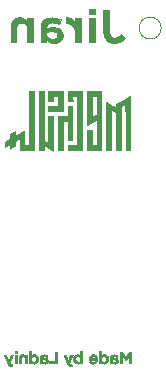
<source format=gbo>
G04 #@! TF.GenerationSoftware,KiCad,Pcbnew,(5.1.2)-2*
G04 #@! TF.CreationDate,2020-02-26T20:05:49+08:00*
G04 #@! TF.ProjectId,Pcb,5063622e-6b69-4636-9164-5f7063625858,rev?*
G04 #@! TF.SameCoordinates,Original*
G04 #@! TF.FileFunction,Legend,Bot*
G04 #@! TF.FilePolarity,Positive*
%FSLAX46Y46*%
G04 Gerber Fmt 4.6, Leading zero omitted, Abs format (unit mm)*
G04 Created by KiCad (PCBNEW (5.1.2)-2) date 2020-02-26 20:05:49*
%MOMM*%
%LPD*%
G04 APERTURE LIST*
%ADD10C,0.010000*%
%ADD11C,0.120000*%
%ADD12C,1.626000*%
%ADD13C,2.302000*%
%ADD14C,1.802000*%
%ADD15O,2.502000X3.502000*%
%ADD16C,1.702000*%
%ADD17C,1.702000*%
%ADD18C,2.102000*%
%ADD19C,2.002000*%
%ADD20C,4.102000*%
%ADD21C,1.499000*%
%ADD22C,0.100000*%
%ADD23C,0.902000*%
%ADD24C,1.002000*%
%ADD25C,1.302000*%
%ADD26O,2.602000X1.802000*%
%ADD27O,4.102000X1.802000*%
%ADD28C,1.352000*%
%ADD29C,0.737000*%
G04 APERTURE END LIST*
D10*
G36*
X224335345Y-93708643D02*
G01*
X224513989Y-93708643D01*
X224516457Y-93358922D01*
X224518926Y-93009201D01*
X224669556Y-93236288D01*
X224708210Y-93294137D01*
X224743678Y-93346409D01*
X224774601Y-93391163D01*
X224799619Y-93426460D01*
X224817372Y-93450361D01*
X224826502Y-93460927D01*
X224827270Y-93461261D01*
X224834110Y-93453177D01*
X224849959Y-93431371D01*
X224873446Y-93397827D01*
X224903198Y-93354531D01*
X224937842Y-93303466D01*
X224976006Y-93246618D01*
X224984953Y-93233209D01*
X225135553Y-93007272D01*
X225135560Y-93357958D01*
X225135567Y-93708643D01*
X225305026Y-93708643D01*
X225305026Y-92720133D01*
X225213236Y-92720423D01*
X225121446Y-92720714D01*
X224975523Y-92950650D01*
X224938126Y-93009345D01*
X224903951Y-93062538D01*
X224874299Y-93108240D01*
X224850470Y-93144461D01*
X224833765Y-93169214D01*
X224825484Y-93180508D01*
X224824893Y-93180996D01*
X224818802Y-93173497D01*
X224803898Y-93152101D01*
X224781493Y-93118785D01*
X224752902Y-93075526D01*
X224719439Y-93024299D01*
X224682417Y-92967082D01*
X224673434Y-92953123D01*
X224526683Y-92724841D01*
X224335345Y-92719475D01*
X224335345Y-93708643D01*
X224335345Y-93708643D01*
G37*
X224335345Y-93708643D02*
X224513989Y-93708643D01*
X224516457Y-93358922D01*
X224518926Y-93009201D01*
X224669556Y-93236288D01*
X224708210Y-93294137D01*
X224743678Y-93346409D01*
X224774601Y-93391163D01*
X224799619Y-93426460D01*
X224817372Y-93450361D01*
X224826502Y-93460927D01*
X224827270Y-93461261D01*
X224834110Y-93453177D01*
X224849959Y-93431371D01*
X224873446Y-93397827D01*
X224903198Y-93354531D01*
X224937842Y-93303466D01*
X224976006Y-93246618D01*
X224984953Y-93233209D01*
X225135553Y-93007272D01*
X225135560Y-93357958D01*
X225135567Y-93708643D01*
X225305026Y-93708643D01*
X225305026Y-92720133D01*
X225213236Y-92720423D01*
X225121446Y-92720714D01*
X224975523Y-92950650D01*
X224938126Y-93009345D01*
X224903951Y-93062538D01*
X224874299Y-93108240D01*
X224850470Y-93144461D01*
X224833765Y-93169214D01*
X224825484Y-93180508D01*
X224824893Y-93180996D01*
X224818802Y-93173497D01*
X224803898Y-93152101D01*
X224781493Y-93118785D01*
X224752902Y-93075526D01*
X224719439Y-93024299D01*
X224682417Y-92967082D01*
X224673434Y-92953123D01*
X224526683Y-92724841D01*
X224335345Y-92719475D01*
X224335345Y-93708643D01*
G36*
X221548688Y-72092660D02*
G01*
X221548736Y-72255555D01*
X221548876Y-72413298D01*
X221549102Y-72564863D01*
X221549410Y-72709225D01*
X221549794Y-72845360D01*
X221550248Y-72972242D01*
X221550769Y-73088846D01*
X221551349Y-73194147D01*
X221551985Y-73287120D01*
X221552670Y-73366739D01*
X221553400Y-73431979D01*
X221554169Y-73481815D01*
X221554972Y-73515223D01*
X221555804Y-73531176D01*
X221556093Y-73532442D01*
X221566885Y-73529919D01*
X221589681Y-73519349D01*
X221620520Y-73502669D01*
X221638469Y-73492193D01*
X221681549Y-73466533D01*
X221733667Y-73435648D01*
X221792898Y-73400666D01*
X221857317Y-73362713D01*
X221924999Y-73322916D01*
X221994020Y-73282403D01*
X222062454Y-73242300D01*
X222128376Y-73203735D01*
X222189861Y-73167834D01*
X222244984Y-73135725D01*
X222291821Y-73108534D01*
X222328445Y-73087388D01*
X222352933Y-73073415D01*
X222363359Y-73067742D01*
X222363575Y-73067672D01*
X222364117Y-73076891D01*
X222364639Y-73103763D01*
X222365136Y-73147113D01*
X222365604Y-73205766D01*
X222366037Y-73278546D01*
X222366431Y-73364278D01*
X222366782Y-73461787D01*
X222367086Y-73569897D01*
X222367337Y-73687434D01*
X222367532Y-73813221D01*
X222367665Y-73946084D01*
X222367732Y-74084847D01*
X222367739Y-74150326D01*
X222367739Y-75232980D01*
X221962921Y-75232980D01*
X221962921Y-73990282D01*
X221548585Y-73990282D01*
X221550990Y-74816394D01*
X221553396Y-75642506D01*
X222162977Y-75644928D01*
X222268203Y-75645274D01*
X222367679Y-75645463D01*
X222459838Y-75645499D01*
X222543115Y-75645389D01*
X222615943Y-75645139D01*
X222676755Y-75644756D01*
X222723986Y-75644244D01*
X222756068Y-75643611D01*
X222771436Y-75642862D01*
X222772576Y-75642574D01*
X222772577Y-75632872D01*
X222772579Y-75605119D01*
X222772581Y-75560091D01*
X222772582Y-75498567D01*
X222772584Y-75421323D01*
X222772586Y-75329137D01*
X222772588Y-75222787D01*
X222772590Y-75103049D01*
X222772592Y-74970701D01*
X222772595Y-74826521D01*
X222772597Y-74671285D01*
X222772599Y-74505771D01*
X222772601Y-74330757D01*
X222772603Y-74147019D01*
X222772605Y-73955336D01*
X222772607Y-73756483D01*
X222772608Y-73551240D01*
X222772610Y-73340383D01*
X222772612Y-73150048D01*
X222772626Y-71081238D01*
X222367739Y-71081238D01*
X222367739Y-71861479D01*
X222367701Y-72003395D01*
X222367572Y-72127621D01*
X222367335Y-72235298D01*
X222366969Y-72327564D01*
X222366456Y-72405559D01*
X222365776Y-72470422D01*
X222364910Y-72523292D01*
X222363840Y-72565310D01*
X222362545Y-72597613D01*
X222361006Y-72621342D01*
X222359206Y-72637636D01*
X222357123Y-72647634D01*
X222354739Y-72652475D01*
X222354414Y-72652779D01*
X222342176Y-72661048D01*
X222317044Y-72676692D01*
X222281815Y-72698068D01*
X222239285Y-72723530D01*
X222192250Y-72751435D01*
X222143506Y-72780139D01*
X222095850Y-72807996D01*
X222052077Y-72833363D01*
X222014984Y-72854596D01*
X221987367Y-72870050D01*
X221972021Y-72878081D01*
X221969982Y-72878845D01*
X221968974Y-72869723D01*
X221968009Y-72843062D01*
X221967097Y-72800150D01*
X221966249Y-72742275D01*
X221965474Y-72670726D01*
X221964782Y-72586792D01*
X221964184Y-72491762D01*
X221963690Y-72386924D01*
X221963309Y-72273567D01*
X221963053Y-72152980D01*
X221962930Y-72026451D01*
X221962921Y-71980311D01*
X221962921Y-71081238D01*
X222367739Y-71081238D01*
X222772626Y-71081238D01*
X222772630Y-70662298D01*
X222160659Y-70659876D01*
X221548688Y-70657455D01*
X221548688Y-72092660D01*
X221548688Y-72092660D01*
G37*
X221548688Y-72092660D02*
X221548736Y-72255555D01*
X221548876Y-72413298D01*
X221549102Y-72564863D01*
X221549410Y-72709225D01*
X221549794Y-72845360D01*
X221550248Y-72972242D01*
X221550769Y-73088846D01*
X221551349Y-73194147D01*
X221551985Y-73287120D01*
X221552670Y-73366739D01*
X221553400Y-73431979D01*
X221554169Y-73481815D01*
X221554972Y-73515223D01*
X221555804Y-73531176D01*
X221556093Y-73532442D01*
X221566885Y-73529919D01*
X221589681Y-73519349D01*
X221620520Y-73502669D01*
X221638469Y-73492193D01*
X221681549Y-73466533D01*
X221733667Y-73435648D01*
X221792898Y-73400666D01*
X221857317Y-73362713D01*
X221924999Y-73322916D01*
X221994020Y-73282403D01*
X222062454Y-73242300D01*
X222128376Y-73203735D01*
X222189861Y-73167834D01*
X222244984Y-73135725D01*
X222291821Y-73108534D01*
X222328445Y-73087388D01*
X222352933Y-73073415D01*
X222363359Y-73067742D01*
X222363575Y-73067672D01*
X222364117Y-73076891D01*
X222364639Y-73103763D01*
X222365136Y-73147113D01*
X222365604Y-73205766D01*
X222366037Y-73278546D01*
X222366431Y-73364278D01*
X222366782Y-73461787D01*
X222367086Y-73569897D01*
X222367337Y-73687434D01*
X222367532Y-73813221D01*
X222367665Y-73946084D01*
X222367732Y-74084847D01*
X222367739Y-74150326D01*
X222367739Y-75232980D01*
X221962921Y-75232980D01*
X221962921Y-73990282D01*
X221548585Y-73990282D01*
X221550990Y-74816394D01*
X221553396Y-75642506D01*
X222162977Y-75644928D01*
X222268203Y-75645274D01*
X222367679Y-75645463D01*
X222459838Y-75645499D01*
X222543115Y-75645389D01*
X222615943Y-75645139D01*
X222676755Y-75644756D01*
X222723986Y-75644244D01*
X222756068Y-75643611D01*
X222771436Y-75642862D01*
X222772576Y-75642574D01*
X222772577Y-75632872D01*
X222772579Y-75605119D01*
X222772581Y-75560091D01*
X222772582Y-75498567D01*
X222772584Y-75421323D01*
X222772586Y-75329137D01*
X222772588Y-75222787D01*
X222772590Y-75103049D01*
X222772592Y-74970701D01*
X222772595Y-74826521D01*
X222772597Y-74671285D01*
X222772599Y-74505771D01*
X222772601Y-74330757D01*
X222772603Y-74147019D01*
X222772605Y-73955336D01*
X222772607Y-73756483D01*
X222772608Y-73551240D01*
X222772610Y-73340383D01*
X222772612Y-73150048D01*
X222772626Y-71081238D01*
X222367739Y-71081238D01*
X222367739Y-71861479D01*
X222367701Y-72003395D01*
X222367572Y-72127621D01*
X222367335Y-72235298D01*
X222366969Y-72327564D01*
X222366456Y-72405559D01*
X222365776Y-72470422D01*
X222364910Y-72523292D01*
X222363840Y-72565310D01*
X222362545Y-72597613D01*
X222361006Y-72621342D01*
X222359206Y-72637636D01*
X222357123Y-72647634D01*
X222354739Y-72652475D01*
X222354414Y-72652779D01*
X222342176Y-72661048D01*
X222317044Y-72676692D01*
X222281815Y-72698068D01*
X222239285Y-72723530D01*
X222192250Y-72751435D01*
X222143506Y-72780139D01*
X222095850Y-72807996D01*
X222052077Y-72833363D01*
X222014984Y-72854596D01*
X221987367Y-72870050D01*
X221972021Y-72878081D01*
X221969982Y-72878845D01*
X221968974Y-72869723D01*
X221968009Y-72843062D01*
X221967097Y-72800150D01*
X221966249Y-72742275D01*
X221965474Y-72670726D01*
X221964782Y-72586792D01*
X221964184Y-72491762D01*
X221963690Y-72386924D01*
X221963309Y-72273567D01*
X221963053Y-72152980D01*
X221962930Y-72026451D01*
X221962921Y-71980311D01*
X221962921Y-71081238D01*
X222367739Y-71081238D01*
X222772626Y-71081238D01*
X222772630Y-70662298D01*
X222160659Y-70659876D01*
X221548688Y-70657455D01*
X221548688Y-72092660D01*
G36*
X222942017Y-64710774D02*
G01*
X222942131Y-64891973D01*
X222942473Y-65056880D01*
X222943040Y-65205201D01*
X222943828Y-65336646D01*
X222944835Y-65450920D01*
X222946058Y-65547732D01*
X222947493Y-65626791D01*
X222949138Y-65687802D01*
X222950991Y-65730475D01*
X222952351Y-65748710D01*
X222974164Y-65891018D01*
X223009661Y-66020597D01*
X223058742Y-66137318D01*
X223121305Y-66241053D01*
X223197246Y-66331675D01*
X223286465Y-66409054D01*
X223388859Y-66473063D01*
X223504325Y-66523573D01*
X223590490Y-66550205D01*
X223628524Y-66559499D01*
X223664174Y-66566270D01*
X223702021Y-66571003D01*
X223746647Y-66574184D01*
X223802633Y-66576301D01*
X223845797Y-66577307D01*
X223931038Y-66577954D01*
X223999482Y-66576086D01*
X224053006Y-66571624D01*
X224078946Y-66567630D01*
X224219968Y-66532148D01*
X224350568Y-66481020D01*
X224471140Y-66414012D01*
X224582080Y-66330887D01*
X224683784Y-66231411D01*
X224724872Y-66183432D01*
X224761218Y-66138740D01*
X224602414Y-65974900D01*
X224443610Y-65811061D01*
X224369651Y-65890381D01*
X224286340Y-65971502D01*
X224203619Y-66034835D01*
X224119689Y-66081267D01*
X224032750Y-66111687D01*
X223941002Y-66126982D01*
X223885441Y-66129274D01*
X223790899Y-66121619D01*
X223707384Y-66098731D01*
X223635011Y-66060721D01*
X223573896Y-66007701D01*
X223524157Y-65939784D01*
X223485909Y-65857081D01*
X223459269Y-65759704D01*
X223451054Y-65710799D01*
X223449123Y-65686829D01*
X223447391Y-65644254D01*
X223445861Y-65583298D01*
X223444535Y-65504184D01*
X223443415Y-65407137D01*
X223442504Y-65292379D01*
X223441803Y-65160134D01*
X223441314Y-65010625D01*
X223441041Y-64844075D01*
X223440979Y-64707021D01*
X223440979Y-63775678D01*
X222942017Y-63775678D01*
X222942017Y-64710774D01*
X222942017Y-64710774D01*
G37*
X222942017Y-64710774D02*
X222942131Y-64891973D01*
X222942473Y-65056880D01*
X222943040Y-65205201D01*
X222943828Y-65336646D01*
X222944835Y-65450920D01*
X222946058Y-65547732D01*
X222947493Y-65626791D01*
X222949138Y-65687802D01*
X222950991Y-65730475D01*
X222952351Y-65748710D01*
X222974164Y-65891018D01*
X223009661Y-66020597D01*
X223058742Y-66137318D01*
X223121305Y-66241053D01*
X223197246Y-66331675D01*
X223286465Y-66409054D01*
X223388859Y-66473063D01*
X223504325Y-66523573D01*
X223590490Y-66550205D01*
X223628524Y-66559499D01*
X223664174Y-66566270D01*
X223702021Y-66571003D01*
X223746647Y-66574184D01*
X223802633Y-66576301D01*
X223845797Y-66577307D01*
X223931038Y-66577954D01*
X223999482Y-66576086D01*
X224053006Y-66571624D01*
X224078946Y-66567630D01*
X224219968Y-66532148D01*
X224350568Y-66481020D01*
X224471140Y-66414012D01*
X224582080Y-66330887D01*
X224683784Y-66231411D01*
X224724872Y-66183432D01*
X224761218Y-66138740D01*
X224602414Y-65974900D01*
X224443610Y-65811061D01*
X224369651Y-65890381D01*
X224286340Y-65971502D01*
X224203619Y-66034835D01*
X224119689Y-66081267D01*
X224032750Y-66111687D01*
X223941002Y-66126982D01*
X223885441Y-66129274D01*
X223790899Y-66121619D01*
X223707384Y-66098731D01*
X223635011Y-66060721D01*
X223573896Y-66007701D01*
X223524157Y-65939784D01*
X223485909Y-65857081D01*
X223459269Y-65759704D01*
X223451054Y-65710799D01*
X223449123Y-65686829D01*
X223447391Y-65644254D01*
X223445861Y-65583298D01*
X223444535Y-65504184D01*
X223443415Y-65407137D01*
X223442504Y-65292379D01*
X223441803Y-65160134D01*
X223441314Y-65010625D01*
X223441041Y-64844075D01*
X223440979Y-64707021D01*
X223440979Y-63775678D01*
X222942017Y-63775678D01*
X222942017Y-64710774D01*
G36*
X222021040Y-92951785D02*
G01*
X221987708Y-92954841D01*
X221959785Y-92961366D01*
X221930578Y-92972592D01*
X221917812Y-92978318D01*
X221859444Y-93013717D01*
X221807550Y-93061584D01*
X221766725Y-93117097D01*
X221747455Y-93157216D01*
X221732411Y-93204889D01*
X221720315Y-93257324D01*
X221712376Y-93307872D01*
X221709803Y-93349882D01*
X221710379Y-93361178D01*
X221713440Y-93393262D01*
X221989400Y-93395758D01*
X222265359Y-93398255D01*
X222259016Y-93419294D01*
X222231876Y-93481403D01*
X222192711Y-93530239D01*
X222143096Y-93564563D01*
X222084608Y-93583136D01*
X222046793Y-93586204D01*
X221992903Y-93579248D01*
X221937602Y-93560410D01*
X221890261Y-93532963D01*
X221886856Y-93530300D01*
X221864527Y-93513583D01*
X221847964Y-93503395D01*
X221843440Y-93501901D01*
X221833138Y-93508031D01*
X221813473Y-93523738D01*
X221788883Y-93545456D01*
X221741940Y-93588637D01*
X221784163Y-93626107D01*
X221834793Y-93665188D01*
X221887360Y-93692302D01*
X221949467Y-93711209D01*
X221961566Y-93713888D01*
X222009875Y-93722669D01*
X222049851Y-93725580D01*
X222090975Y-93722844D01*
X222125032Y-93717772D01*
X222201967Y-93696007D01*
X222269521Y-93659520D01*
X222326728Y-93610436D01*
X222372623Y-93550875D01*
X222406242Y-93482961D01*
X222426618Y-93408817D01*
X222432787Y-93330564D01*
X222424905Y-93260311D01*
X222261604Y-93260311D01*
X222260122Y-93270796D01*
X222251209Y-93277807D01*
X222232749Y-93282039D01*
X222202624Y-93284187D01*
X222158716Y-93284945D01*
X222098908Y-93285009D01*
X222071422Y-93284996D01*
X221878662Y-93284996D01*
X221884493Y-93254400D01*
X221892998Y-93224513D01*
X221905815Y-93193109D01*
X221906932Y-93190853D01*
X221940039Y-93142798D01*
X221981407Y-93109647D01*
X222028180Y-93091108D01*
X222077502Y-93086887D01*
X222126517Y-93096691D01*
X222172369Y-93120227D01*
X222212204Y-93157202D01*
X222243165Y-93207323D01*
X222250749Y-93226137D01*
X222257774Y-93245656D01*
X222261604Y-93260311D01*
X222424905Y-93260311D01*
X222423784Y-93250325D01*
X222398643Y-93170222D01*
X222386244Y-93143390D01*
X222342471Y-93076804D01*
X222284366Y-93021090D01*
X222217109Y-92979919D01*
X222185684Y-92965864D01*
X222159195Y-92957223D01*
X222131029Y-92952724D01*
X222094571Y-92951096D01*
X222066479Y-92950968D01*
X222021040Y-92951785D01*
X222021040Y-92951785D01*
G37*
X222021040Y-92951785D02*
X221987708Y-92954841D01*
X221959785Y-92961366D01*
X221930578Y-92972592D01*
X221917812Y-92978318D01*
X221859444Y-93013717D01*
X221807550Y-93061584D01*
X221766725Y-93117097D01*
X221747455Y-93157216D01*
X221732411Y-93204889D01*
X221720315Y-93257324D01*
X221712376Y-93307872D01*
X221709803Y-93349882D01*
X221710379Y-93361178D01*
X221713440Y-93393262D01*
X221989400Y-93395758D01*
X222265359Y-93398255D01*
X222259016Y-93419294D01*
X222231876Y-93481403D01*
X222192711Y-93530239D01*
X222143096Y-93564563D01*
X222084608Y-93583136D01*
X222046793Y-93586204D01*
X221992903Y-93579248D01*
X221937602Y-93560410D01*
X221890261Y-93532963D01*
X221886856Y-93530300D01*
X221864527Y-93513583D01*
X221847964Y-93503395D01*
X221843440Y-93501901D01*
X221833138Y-93508031D01*
X221813473Y-93523738D01*
X221788883Y-93545456D01*
X221741940Y-93588637D01*
X221784163Y-93626107D01*
X221834793Y-93665188D01*
X221887360Y-93692302D01*
X221949467Y-93711209D01*
X221961566Y-93713888D01*
X222009875Y-93722669D01*
X222049851Y-93725580D01*
X222090975Y-93722844D01*
X222125032Y-93717772D01*
X222201967Y-93696007D01*
X222269521Y-93659520D01*
X222326728Y-93610436D01*
X222372623Y-93550875D01*
X222406242Y-93482961D01*
X222426618Y-93408817D01*
X222432787Y-93330564D01*
X222424905Y-93260311D01*
X222261604Y-93260311D01*
X222260122Y-93270796D01*
X222251209Y-93277807D01*
X222232749Y-93282039D01*
X222202624Y-93284187D01*
X222158716Y-93284945D01*
X222098908Y-93285009D01*
X222071422Y-93284996D01*
X221878662Y-93284996D01*
X221884493Y-93254400D01*
X221892998Y-93224513D01*
X221905815Y-93193109D01*
X221906932Y-93190853D01*
X221940039Y-93142798D01*
X221981407Y-93109647D01*
X222028180Y-93091108D01*
X222077502Y-93086887D01*
X222126517Y-93096691D01*
X222172369Y-93120227D01*
X222212204Y-93157202D01*
X222243165Y-93207323D01*
X222250749Y-93226137D01*
X222257774Y-93245656D01*
X222261604Y-93260311D01*
X222424905Y-93260311D01*
X222423784Y-93250325D01*
X222398643Y-93170222D01*
X222386244Y-93143390D01*
X222342471Y-93076804D01*
X222284366Y-93021090D01*
X222217109Y-92979919D01*
X222185684Y-92965864D01*
X222159195Y-92957223D01*
X222131029Y-92952724D01*
X222094571Y-92951096D01*
X222066479Y-92950968D01*
X222021040Y-92951785D01*
G36*
X216001756Y-92950938D02*
G01*
X215943340Y-92968629D01*
X215891250Y-92999516D01*
X215848263Y-93043079D01*
X215817155Y-93098797D01*
X215815678Y-93102648D01*
X215810124Y-93118703D01*
X215805753Y-93135371D01*
X215802426Y-93155054D01*
X215800001Y-93180160D01*
X215798339Y-93213093D01*
X215797300Y-93256258D01*
X215796742Y-93312061D01*
X215796526Y-93382908D01*
X215796502Y-93431272D01*
X215796502Y-93708643D01*
X215965960Y-93708643D01*
X215965960Y-93465864D01*
X215966028Y-93391670D01*
X215966355Y-93333773D01*
X215967130Y-93289644D01*
X215968542Y-93256752D01*
X215970780Y-93232567D01*
X215974030Y-93214557D01*
X215978483Y-93200194D01*
X215984325Y-93186946D01*
X215987143Y-93181295D01*
X216015695Y-93140828D01*
X216053504Y-93115737D01*
X216102629Y-93104817D01*
X216119241Y-93104130D01*
X216174925Y-93110840D01*
X216220674Y-93132723D01*
X216245411Y-93154654D01*
X216258296Y-93169705D01*
X216268459Y-93185604D01*
X216276266Y-93204771D01*
X216282086Y-93229623D01*
X216286286Y-93262577D01*
X216289231Y-93306054D01*
X216291290Y-93362469D01*
X216292830Y-93434241D01*
X216293432Y-93470930D01*
X216297126Y-93708643D01*
X216464923Y-93708643D01*
X216464923Y-92964907D01*
X216295464Y-92964907D01*
X216295464Y-93070355D01*
X216243152Y-93022545D01*
X216187196Y-92982247D01*
X216126461Y-92957227D01*
X216063722Y-92946964D01*
X216001756Y-92950938D01*
X216001756Y-92950938D01*
G37*
X216001756Y-92950938D02*
X215943340Y-92968629D01*
X215891250Y-92999516D01*
X215848263Y-93043079D01*
X215817155Y-93098797D01*
X215815678Y-93102648D01*
X215810124Y-93118703D01*
X215805753Y-93135371D01*
X215802426Y-93155054D01*
X215800001Y-93180160D01*
X215798339Y-93213093D01*
X215797300Y-93256258D01*
X215796742Y-93312061D01*
X215796526Y-93382908D01*
X215796502Y-93431272D01*
X215796502Y-93708643D01*
X215965960Y-93708643D01*
X215965960Y-93465864D01*
X215966028Y-93391670D01*
X215966355Y-93333773D01*
X215967130Y-93289644D01*
X215968542Y-93256752D01*
X215970780Y-93232567D01*
X215974030Y-93214557D01*
X215978483Y-93200194D01*
X215984325Y-93186946D01*
X215987143Y-93181295D01*
X216015695Y-93140828D01*
X216053504Y-93115737D01*
X216102629Y-93104817D01*
X216119241Y-93104130D01*
X216174925Y-93110840D01*
X216220674Y-93132723D01*
X216245411Y-93154654D01*
X216258296Y-93169705D01*
X216268459Y-93185604D01*
X216276266Y-93204771D01*
X216282086Y-93229623D01*
X216286286Y-93262577D01*
X216289231Y-93306054D01*
X216291290Y-93362469D01*
X216292830Y-93434241D01*
X216293432Y-93470930D01*
X216297126Y-93708643D01*
X216464923Y-93708643D01*
X216464923Y-92964907D01*
X216295464Y-92964907D01*
X216295464Y-93070355D01*
X216243152Y-93022545D01*
X216187196Y-92982247D01*
X216126461Y-92957227D01*
X216063722Y-92946964D01*
X216001756Y-92950938D01*
G36*
X225214243Y-71057535D02*
G01*
X225191465Y-71069979D01*
X225158817Y-71088558D01*
X225119441Y-71111504D01*
X225108683Y-71117853D01*
X225059633Y-71146826D01*
X224998494Y-71182861D01*
X224927485Y-71224659D01*
X224848823Y-71270917D01*
X224764726Y-71320334D01*
X224677412Y-71371609D01*
X224589098Y-71423441D01*
X224502002Y-71474528D01*
X224418342Y-71523569D01*
X224340336Y-71569263D01*
X224270202Y-71610308D01*
X224210156Y-71645403D01*
X224162419Y-71673246D01*
X224135524Y-71688878D01*
X224006310Y-71763781D01*
X224006076Y-71912057D01*
X224005622Y-71962493D01*
X224004521Y-72005569D01*
X224002912Y-72038109D01*
X224000932Y-72056938D01*
X223999599Y-72060334D01*
X223989447Y-72055811D01*
X223966691Y-72043549D01*
X223934864Y-72025501D01*
X223903102Y-72006944D01*
X223791422Y-71940926D01*
X223686048Y-71878723D01*
X223588012Y-71820941D01*
X223498348Y-71768187D01*
X223418089Y-71721064D01*
X223348270Y-71680180D01*
X223289924Y-71646140D01*
X223244084Y-71619549D01*
X223211784Y-71601012D01*
X223194057Y-71591137D01*
X223190874Y-71589615D01*
X223190484Y-71598886D01*
X223190103Y-71626127D01*
X223189735Y-71670480D01*
X223189380Y-71731086D01*
X223189040Y-71807087D01*
X223188718Y-71897623D01*
X223188414Y-72001836D01*
X223188131Y-72118868D01*
X223187870Y-72247860D01*
X223187633Y-72387954D01*
X223187422Y-72538290D01*
X223187238Y-72698011D01*
X223187083Y-72866257D01*
X223186959Y-73042170D01*
X223186868Y-73224892D01*
X223186811Y-73413564D01*
X223186791Y-73607327D01*
X223186791Y-75647213D01*
X223591609Y-75647213D01*
X223591609Y-73947917D01*
X223591656Y-73744744D01*
X223591795Y-73551657D01*
X223592024Y-73369292D01*
X223592337Y-73198288D01*
X223592734Y-73039282D01*
X223593209Y-72892912D01*
X223593760Y-72759816D01*
X223594385Y-72640630D01*
X223595078Y-72535993D01*
X223595838Y-72446543D01*
X223596661Y-72372916D01*
X223597544Y-72315752D01*
X223598484Y-72275686D01*
X223599476Y-72253358D01*
X223600214Y-72248621D01*
X223610410Y-72253216D01*
X223634457Y-72266123D01*
X223670025Y-72286027D01*
X223714783Y-72311613D01*
X223766400Y-72341565D01*
X223804977Y-72364196D01*
X224001135Y-72479771D01*
X224005897Y-75647213D01*
X224410660Y-75647213D01*
X224410827Y-73794933D01*
X224410994Y-71942654D01*
X224604219Y-71829681D01*
X224658922Y-71797785D01*
X224708374Y-71769114D01*
X224750208Y-71745028D01*
X224782054Y-71726887D01*
X224801545Y-71716051D01*
X224806439Y-71713578D01*
X224807545Y-71722544D01*
X224808609Y-71749997D01*
X224809629Y-71795597D01*
X224810604Y-71859002D01*
X224811531Y-71939872D01*
X224812409Y-72037864D01*
X224813236Y-72152639D01*
X224814009Y-72283854D01*
X224814726Y-72431170D01*
X224815386Y-72594244D01*
X224815987Y-72772736D01*
X224816527Y-72966304D01*
X224817003Y-73174608D01*
X224817414Y-73397305D01*
X224817757Y-73634056D01*
X224817810Y-73676476D01*
X224820186Y-75642506D01*
X225024949Y-75645043D01*
X225229711Y-75647580D01*
X225229711Y-73350287D01*
X225229688Y-73143670D01*
X225229620Y-72942044D01*
X225229510Y-72746216D01*
X225229359Y-72556993D01*
X225229169Y-72375181D01*
X225228942Y-72201588D01*
X225228681Y-72037020D01*
X225228387Y-71882284D01*
X225228062Y-71738188D01*
X225227708Y-71605537D01*
X225227328Y-71485139D01*
X225226923Y-71377801D01*
X225226495Y-71284329D01*
X225226047Y-71205530D01*
X225225580Y-71142212D01*
X225225096Y-71095180D01*
X225224598Y-71065243D01*
X225224086Y-71053207D01*
X225224009Y-71052995D01*
X225214243Y-71057535D01*
X225214243Y-71057535D01*
G37*
X225214243Y-71057535D02*
X225191465Y-71069979D01*
X225158817Y-71088558D01*
X225119441Y-71111504D01*
X225108683Y-71117853D01*
X225059633Y-71146826D01*
X224998494Y-71182861D01*
X224927485Y-71224659D01*
X224848823Y-71270917D01*
X224764726Y-71320334D01*
X224677412Y-71371609D01*
X224589098Y-71423441D01*
X224502002Y-71474528D01*
X224418342Y-71523569D01*
X224340336Y-71569263D01*
X224270202Y-71610308D01*
X224210156Y-71645403D01*
X224162419Y-71673246D01*
X224135524Y-71688878D01*
X224006310Y-71763781D01*
X224006076Y-71912057D01*
X224005622Y-71962493D01*
X224004521Y-72005569D01*
X224002912Y-72038109D01*
X224000932Y-72056938D01*
X223999599Y-72060334D01*
X223989447Y-72055811D01*
X223966691Y-72043549D01*
X223934864Y-72025501D01*
X223903102Y-72006944D01*
X223791422Y-71940926D01*
X223686048Y-71878723D01*
X223588012Y-71820941D01*
X223498348Y-71768187D01*
X223418089Y-71721064D01*
X223348270Y-71680180D01*
X223289924Y-71646140D01*
X223244084Y-71619549D01*
X223211784Y-71601012D01*
X223194057Y-71591137D01*
X223190874Y-71589615D01*
X223190484Y-71598886D01*
X223190103Y-71626127D01*
X223189735Y-71670480D01*
X223189380Y-71731086D01*
X223189040Y-71807087D01*
X223188718Y-71897623D01*
X223188414Y-72001836D01*
X223188131Y-72118868D01*
X223187870Y-72247860D01*
X223187633Y-72387954D01*
X223187422Y-72538290D01*
X223187238Y-72698011D01*
X223187083Y-72866257D01*
X223186959Y-73042170D01*
X223186868Y-73224892D01*
X223186811Y-73413564D01*
X223186791Y-73607327D01*
X223186791Y-75647213D01*
X223591609Y-75647213D01*
X223591609Y-73947917D01*
X223591656Y-73744744D01*
X223591795Y-73551657D01*
X223592024Y-73369292D01*
X223592337Y-73198288D01*
X223592734Y-73039282D01*
X223593209Y-72892912D01*
X223593760Y-72759816D01*
X223594385Y-72640630D01*
X223595078Y-72535993D01*
X223595838Y-72446543D01*
X223596661Y-72372916D01*
X223597544Y-72315752D01*
X223598484Y-72275686D01*
X223599476Y-72253358D01*
X223600214Y-72248621D01*
X223610410Y-72253216D01*
X223634457Y-72266123D01*
X223670025Y-72286027D01*
X223714783Y-72311613D01*
X223766400Y-72341565D01*
X223804977Y-72364196D01*
X224001135Y-72479771D01*
X224005897Y-75647213D01*
X224410660Y-75647213D01*
X224410827Y-73794933D01*
X224410994Y-71942654D01*
X224604219Y-71829681D01*
X224658922Y-71797785D01*
X224708374Y-71769114D01*
X224750208Y-71745028D01*
X224782054Y-71726887D01*
X224801545Y-71716051D01*
X224806439Y-71713578D01*
X224807545Y-71722544D01*
X224808609Y-71749997D01*
X224809629Y-71795597D01*
X224810604Y-71859002D01*
X224811531Y-71939872D01*
X224812409Y-72037864D01*
X224813236Y-72152639D01*
X224814009Y-72283854D01*
X224814726Y-72431170D01*
X224815386Y-72594244D01*
X224815987Y-72772736D01*
X224816527Y-72966304D01*
X224817003Y-73174608D01*
X224817414Y-73397305D01*
X224817757Y-73634056D01*
X224817810Y-73676476D01*
X224820186Y-75642506D01*
X225024949Y-75645043D01*
X225229711Y-75647580D01*
X225229711Y-73350287D01*
X225229688Y-73143670D01*
X225229620Y-72942044D01*
X225229510Y-72746216D01*
X225229359Y-72556993D01*
X225229169Y-72375181D01*
X225228942Y-72201588D01*
X225228681Y-72037020D01*
X225228387Y-71882284D01*
X225228062Y-71738188D01*
X225227708Y-71605537D01*
X225227328Y-71485139D01*
X225226923Y-71377801D01*
X225226495Y-71284329D01*
X225226047Y-71205530D01*
X225225580Y-71142212D01*
X225225096Y-71095180D01*
X225224598Y-71065243D01*
X225224086Y-71053207D01*
X225224009Y-71052995D01*
X225214243Y-71057535D01*
G36*
X219920000Y-71495838D02*
G01*
X220326924Y-71490764D01*
X220325393Y-71286001D01*
X220323863Y-71081238D01*
X220739052Y-71081238D01*
X220739052Y-75232980D01*
X219920000Y-75232980D01*
X219920000Y-75647213D01*
X221143870Y-75647213D01*
X221143870Y-70657591D01*
X219920000Y-70657591D01*
X219920000Y-71495838D01*
X219920000Y-71495838D01*
G37*
X219920000Y-71495838D02*
X220326924Y-71490764D01*
X220325393Y-71286001D01*
X220323863Y-71081238D01*
X220739052Y-71081238D01*
X220739052Y-75232980D01*
X219920000Y-75232980D01*
X219920000Y-75647213D01*
X221143870Y-75647213D01*
X221143870Y-70657591D01*
X219920000Y-70657591D01*
X219920000Y-71495838D01*
G36*
X216653210Y-93708643D02*
G01*
X216822669Y-93708643D01*
X216822669Y-93591672D01*
X216867387Y-93635597D01*
X216927221Y-93681965D01*
X216994128Y-93711630D01*
X217065684Y-93723955D01*
X217139467Y-93718301D01*
X217161587Y-93713028D01*
X217212836Y-93693020D01*
X217264631Y-93662936D01*
X217310002Y-93627320D01*
X217335825Y-93599447D01*
X217370895Y-93546080D01*
X217394485Y-93490910D01*
X217408366Y-93428498D01*
X217414121Y-93359107D01*
X217413544Y-93341039D01*
X217246316Y-93341039D01*
X217238649Y-93406875D01*
X217217106Y-93464070D01*
X217183877Y-93511055D01*
X217141150Y-93546264D01*
X217091115Y-93568127D01*
X217035960Y-93575078D01*
X216977875Y-93565548D01*
X216948661Y-93554227D01*
X216896035Y-93520073D01*
X216857218Y-93473455D01*
X216832688Y-93415207D01*
X216822923Y-93346162D01*
X216822761Y-93334724D01*
X216830470Y-93267759D01*
X216851966Y-93209699D01*
X216885110Y-93162033D01*
X216927761Y-93126251D01*
X216977780Y-93103843D01*
X217033025Y-93096297D01*
X217091359Y-93105103D01*
X217130460Y-93120571D01*
X217180333Y-93155202D01*
X217216252Y-93202446D01*
X217238229Y-93262326D01*
X217246274Y-93334862D01*
X217246316Y-93341039D01*
X217413544Y-93341039D01*
X217411071Y-93263634D01*
X217394268Y-93180770D01*
X217363411Y-93109956D01*
X217318202Y-93050631D01*
X217258342Y-93002234D01*
X217209789Y-92975594D01*
X217178298Y-92962457D01*
X217148749Y-92954882D01*
X217113752Y-92951495D01*
X217076857Y-92950878D01*
X217012378Y-92954977D01*
X216959241Y-92968637D01*
X216911420Y-92994150D01*
X216865734Y-93031168D01*
X216822669Y-93070864D01*
X216822669Y-92673062D01*
X216653210Y-92673062D01*
X216653210Y-93708643D01*
X216653210Y-93708643D01*
G37*
X216653210Y-93708643D02*
X216822669Y-93708643D01*
X216822669Y-93591672D01*
X216867387Y-93635597D01*
X216927221Y-93681965D01*
X216994128Y-93711630D01*
X217065684Y-93723955D01*
X217139467Y-93718301D01*
X217161587Y-93713028D01*
X217212836Y-93693020D01*
X217264631Y-93662936D01*
X217310002Y-93627320D01*
X217335825Y-93599447D01*
X217370895Y-93546080D01*
X217394485Y-93490910D01*
X217408366Y-93428498D01*
X217414121Y-93359107D01*
X217413544Y-93341039D01*
X217246316Y-93341039D01*
X217238649Y-93406875D01*
X217217106Y-93464070D01*
X217183877Y-93511055D01*
X217141150Y-93546264D01*
X217091115Y-93568127D01*
X217035960Y-93575078D01*
X216977875Y-93565548D01*
X216948661Y-93554227D01*
X216896035Y-93520073D01*
X216857218Y-93473455D01*
X216832688Y-93415207D01*
X216822923Y-93346162D01*
X216822761Y-93334724D01*
X216830470Y-93267759D01*
X216851966Y-93209699D01*
X216885110Y-93162033D01*
X216927761Y-93126251D01*
X216977780Y-93103843D01*
X217033025Y-93096297D01*
X217091359Y-93105103D01*
X217130460Y-93120571D01*
X217180333Y-93155202D01*
X217216252Y-93202446D01*
X217238229Y-93262326D01*
X217246274Y-93334862D01*
X217246316Y-93341039D01*
X217413544Y-93341039D01*
X217411071Y-93263634D01*
X217394268Y-93180770D01*
X217363411Y-93109956D01*
X217318202Y-93050631D01*
X217258342Y-93002234D01*
X217209789Y-92975594D01*
X217178298Y-92962457D01*
X217148749Y-92954882D01*
X217113752Y-92951495D01*
X217076857Y-92950878D01*
X217012378Y-92954977D01*
X216959241Y-92968637D01*
X216911420Y-92994150D01*
X216865734Y-93031168D01*
X216822669Y-93070864D01*
X216822669Y-92673062D01*
X216653210Y-92673062D01*
X216653210Y-93708643D01*
G36*
X219797613Y-64924233D02*
G01*
X219859204Y-64924233D01*
X219961153Y-64933233D01*
X220065147Y-64959794D01*
X220154526Y-64996357D01*
X220244690Y-65050125D01*
X220323654Y-65118793D01*
X220390941Y-65201785D01*
X220446075Y-65298526D01*
X220484285Y-65394952D01*
X220494558Y-65427877D01*
X220503255Y-65459992D01*
X220510504Y-65493163D01*
X220516435Y-65529256D01*
X220521177Y-65570137D01*
X220524858Y-65617671D01*
X220527606Y-65673725D01*
X220529552Y-65740163D01*
X220530823Y-65818853D01*
X220531549Y-65911659D01*
X220531858Y-66020448D01*
X220531897Y-66084555D01*
X220531935Y-66543506D01*
X221012069Y-66543506D01*
X221012069Y-64453190D01*
X220774355Y-64455706D01*
X220536642Y-64458221D01*
X220534033Y-64684166D01*
X220531423Y-64910111D01*
X220489719Y-64832254D01*
X220424152Y-64726058D01*
X220349324Y-64634429D01*
X220266185Y-64558283D01*
X220175686Y-64498538D01*
X220112929Y-64468756D01*
X220049900Y-64447419D01*
X219979269Y-64430365D01*
X219909351Y-64419296D01*
X219854497Y-64415856D01*
X219797613Y-64415856D01*
X219797613Y-64924233D01*
X219797613Y-64924233D01*
G37*
X219797613Y-64924233D02*
X219859204Y-64924233D01*
X219961153Y-64933233D01*
X220065147Y-64959794D01*
X220154526Y-64996357D01*
X220244690Y-65050125D01*
X220323654Y-65118793D01*
X220390941Y-65201785D01*
X220446075Y-65298526D01*
X220484285Y-65394952D01*
X220494558Y-65427877D01*
X220503255Y-65459992D01*
X220510504Y-65493163D01*
X220516435Y-65529256D01*
X220521177Y-65570137D01*
X220524858Y-65617671D01*
X220527606Y-65673725D01*
X220529552Y-65740163D01*
X220530823Y-65818853D01*
X220531549Y-65911659D01*
X220531858Y-66020448D01*
X220531897Y-66084555D01*
X220531935Y-66543506D01*
X221012069Y-66543506D01*
X221012069Y-64453190D01*
X220774355Y-64455706D01*
X220536642Y-64458221D01*
X220534033Y-64684166D01*
X220531423Y-64910111D01*
X220489719Y-64832254D01*
X220424152Y-64726058D01*
X220349324Y-64634429D01*
X220266185Y-64558283D01*
X220175686Y-64498538D01*
X220112929Y-64468756D01*
X220049900Y-64447419D01*
X219979269Y-64430365D01*
X219909351Y-64419296D01*
X219854497Y-64415856D01*
X219797613Y-64415856D01*
X219797613Y-64924233D01*
G36*
X214569451Y-92965532D02*
G01*
X214542593Y-92967624D01*
X214529782Y-92971516D01*
X214528235Y-92976675D01*
X214532526Y-92987704D01*
X214542880Y-93014427D01*
X214558574Y-93054976D01*
X214578886Y-93107484D01*
X214603092Y-93170081D01*
X214630470Y-93240899D01*
X214660297Y-93318068D01*
X214678790Y-93365923D01*
X214710324Y-93447386D01*
X214740384Y-93524778D01*
X214768160Y-93596028D01*
X214792839Y-93659065D01*
X214813611Y-93711821D01*
X214829664Y-93752224D01*
X214840186Y-93778205D01*
X214843208Y-93785341D01*
X214872264Y-93835870D01*
X214910071Y-93879572D01*
X214951860Y-93911215D01*
X214963248Y-93917031D01*
X214998934Y-93927353D01*
X215045660Y-93932994D01*
X215096186Y-93933784D01*
X215143271Y-93929560D01*
X215175152Y-93921911D01*
X215208732Y-93909358D01*
X215227271Y-93898543D01*
X215232635Y-93884715D01*
X215226688Y-93863119D01*
X215211474Y-93829382D01*
X215182473Y-93766965D01*
X215150872Y-93780169D01*
X215101386Y-93793197D01*
X215056760Y-93790053D01*
X215019510Y-93771424D01*
X214992153Y-93737994D01*
X214991529Y-93736804D01*
X214988930Y-93731682D01*
X214987017Y-93726361D01*
X214986229Y-93719691D01*
X214987004Y-93710522D01*
X214989781Y-93697702D01*
X214995000Y-93680082D01*
X215003099Y-93656511D01*
X215014517Y-93625839D01*
X215029694Y-93586917D01*
X215049068Y-93538592D01*
X215073078Y-93479716D01*
X215102162Y-93409138D01*
X215136761Y-93325708D01*
X215177313Y-93228275D01*
X215224256Y-93115688D01*
X215274399Y-92995504D01*
X215287164Y-92964907D01*
X215195854Y-92964948D01*
X215104545Y-92964988D01*
X215001017Y-93237525D01*
X214975341Y-93304456D01*
X214951630Y-93365007D01*
X214930728Y-93417121D01*
X214913478Y-93458742D01*
X214900724Y-93487814D01*
X214893309Y-93502281D01*
X214891900Y-93503440D01*
X214887517Y-93493188D01*
X214877819Y-93467385D01*
X214863615Y-93428283D01*
X214845713Y-93378137D01*
X214824922Y-93319201D01*
X214802051Y-93253727D01*
X214794112Y-93230864D01*
X214701914Y-92964907D01*
X214612730Y-92964907D01*
X214569451Y-92965532D01*
X214569451Y-92965532D01*
G37*
X214569451Y-92965532D02*
X214542593Y-92967624D01*
X214529782Y-92971516D01*
X214528235Y-92976675D01*
X214532526Y-92987704D01*
X214542880Y-93014427D01*
X214558574Y-93054976D01*
X214578886Y-93107484D01*
X214603092Y-93170081D01*
X214630470Y-93240899D01*
X214660297Y-93318068D01*
X214678790Y-93365923D01*
X214710324Y-93447386D01*
X214740384Y-93524778D01*
X214768160Y-93596028D01*
X214792839Y-93659065D01*
X214813611Y-93711821D01*
X214829664Y-93752224D01*
X214840186Y-93778205D01*
X214843208Y-93785341D01*
X214872264Y-93835870D01*
X214910071Y-93879572D01*
X214951860Y-93911215D01*
X214963248Y-93917031D01*
X214998934Y-93927353D01*
X215045660Y-93932994D01*
X215096186Y-93933784D01*
X215143271Y-93929560D01*
X215175152Y-93921911D01*
X215208732Y-93909358D01*
X215227271Y-93898543D01*
X215232635Y-93884715D01*
X215226688Y-93863119D01*
X215211474Y-93829382D01*
X215182473Y-93766965D01*
X215150872Y-93780169D01*
X215101386Y-93793197D01*
X215056760Y-93790053D01*
X215019510Y-93771424D01*
X214992153Y-93737994D01*
X214991529Y-93736804D01*
X214988930Y-93731682D01*
X214987017Y-93726361D01*
X214986229Y-93719691D01*
X214987004Y-93710522D01*
X214989781Y-93697702D01*
X214995000Y-93680082D01*
X215003099Y-93656511D01*
X215014517Y-93625839D01*
X215029694Y-93586917D01*
X215049068Y-93538592D01*
X215073078Y-93479716D01*
X215102162Y-93409138D01*
X215136761Y-93325708D01*
X215177313Y-93228275D01*
X215224256Y-93115688D01*
X215274399Y-92995504D01*
X215287164Y-92964907D01*
X215195854Y-92964948D01*
X215104545Y-92964988D01*
X215001017Y-93237525D01*
X214975341Y-93304456D01*
X214951630Y-93365007D01*
X214930728Y-93417121D01*
X214913478Y-93458742D01*
X214900724Y-93487814D01*
X214893309Y-93502281D01*
X214891900Y-93503440D01*
X214887517Y-93493188D01*
X214877819Y-93467385D01*
X214863615Y-93428283D01*
X214845713Y-93378137D01*
X214824922Y-93319201D01*
X214802051Y-93253727D01*
X214794112Y-93230864D01*
X214701914Y-92964907D01*
X214612730Y-92964907D01*
X214569451Y-92965532D01*
G36*
X215419926Y-93708643D02*
G01*
X215589385Y-93708643D01*
X215589385Y-92964907D01*
X215419926Y-92964907D01*
X215419926Y-93708643D01*
X215419926Y-93708643D01*
G37*
X215419926Y-93708643D02*
X215589385Y-93708643D01*
X215589385Y-92964907D01*
X215419926Y-92964907D01*
X215419926Y-93708643D01*
G36*
X218856175Y-93548599D02*
G01*
X218338384Y-93548599D01*
X218338384Y-93708643D01*
X219025634Y-93708643D01*
X219025634Y-92720133D01*
X218856175Y-92720133D01*
X218856175Y-93548599D01*
X218856175Y-93548599D01*
G37*
X218856175Y-93548599D02*
X218338384Y-93548599D01*
X218338384Y-93708643D01*
X219025634Y-93708643D01*
X219025634Y-92720133D01*
X218856175Y-92720133D01*
X218856175Y-93548599D01*
G36*
X216653210Y-75232980D02*
G01*
X216248392Y-75232980D01*
X216248392Y-74616338D01*
X216248327Y-74510489D01*
X216248139Y-74410382D01*
X216247841Y-74317573D01*
X216247441Y-74233621D01*
X216246953Y-74160083D01*
X216246386Y-74098515D01*
X216245752Y-74050476D01*
X216245061Y-74017522D01*
X216244326Y-74001212D01*
X216244019Y-73999696D01*
X216234497Y-74004206D01*
X216212892Y-74016232D01*
X216183214Y-74033516D01*
X216171057Y-74040752D01*
X216140562Y-74058926D01*
X216097899Y-74084244D01*
X216047128Y-74114300D01*
X215992309Y-74146691D01*
X215942424Y-74176114D01*
X215877779Y-74214214D01*
X215803962Y-74257730D01*
X215728017Y-74302510D01*
X215656990Y-74344400D01*
X215621073Y-74365588D01*
X215570732Y-74395135D01*
X215525248Y-74421544D01*
X215487360Y-74443247D01*
X215459812Y-74458675D01*
X215445344Y-74466259D01*
X215444553Y-74466592D01*
X215439534Y-74466991D01*
X215435748Y-74462346D01*
X215433024Y-74450443D01*
X215431192Y-74429070D01*
X215430082Y-74396015D01*
X215429523Y-74349065D01*
X215429346Y-74286008D01*
X215429341Y-74269013D01*
X215429189Y-74209412D01*
X215428764Y-74156707D01*
X215428113Y-74113609D01*
X215427280Y-74082830D01*
X215426313Y-74067081D01*
X215425897Y-74065597D01*
X215417181Y-74070182D01*
X215394523Y-74083067D01*
X215360175Y-74102944D01*
X215316387Y-74128505D01*
X215265412Y-74158442D01*
X215225842Y-74181784D01*
X215029229Y-74297972D01*
X215024522Y-74507893D01*
X215019815Y-74717813D01*
X214819759Y-74835455D01*
X214619704Y-74953096D01*
X214619704Y-75158939D01*
X214619871Y-75218912D01*
X214620339Y-75272005D01*
X214621058Y-75315523D01*
X214621978Y-75346771D01*
X214623047Y-75363053D01*
X214623545Y-75364781D01*
X214632406Y-75360214D01*
X214655129Y-75347414D01*
X214689366Y-75327734D01*
X214732771Y-75302526D01*
X214783000Y-75273144D01*
X214810576Y-75256935D01*
X214864029Y-75225676D01*
X214912499Y-75197727D01*
X214953489Y-75174497D01*
X214984501Y-75157393D01*
X215003039Y-75147823D01*
X215006791Y-75146316D01*
X215011284Y-75148408D01*
X215014869Y-75158197D01*
X215017731Y-75177752D01*
X215020056Y-75209142D01*
X215022030Y-75254436D01*
X215023840Y-75315704D01*
X215024522Y-75343579D01*
X215029229Y-75543615D01*
X215226931Y-75427229D01*
X215424633Y-75310842D01*
X215429341Y-75101164D01*
X215434048Y-74891485D01*
X215631072Y-74775094D01*
X215686139Y-74742748D01*
X215735922Y-74713857D01*
X215778108Y-74689735D01*
X215810386Y-74671695D01*
X215830442Y-74661051D01*
X215835995Y-74658703D01*
X215837499Y-74667826D01*
X215838891Y-74694035D01*
X215840145Y-74735585D01*
X215841234Y-74790732D01*
X215842132Y-74857734D01*
X215842813Y-74934845D01*
X215843250Y-75020324D01*
X215843418Y-75112425D01*
X215843403Y-75150604D01*
X215842914Y-75642506D01*
X216450740Y-75644928D01*
X216577496Y-75645364D01*
X216686577Y-75645575D01*
X216779133Y-75645545D01*
X216856319Y-75645255D01*
X216919284Y-75644689D01*
X216969182Y-75643827D01*
X217007164Y-75642652D01*
X217034383Y-75641147D01*
X217051990Y-75639294D01*
X217061137Y-75637075D01*
X217063063Y-75635514D01*
X217063443Y-75625193D01*
X217063797Y-75596826D01*
X217064124Y-75551192D01*
X217064423Y-75489074D01*
X217064693Y-75411253D01*
X217064934Y-75318510D01*
X217065145Y-75211627D01*
X217065326Y-75091385D01*
X217065476Y-74958566D01*
X217065593Y-74813950D01*
X217065679Y-74658320D01*
X217065731Y-74492457D01*
X217065750Y-74317141D01*
X217065734Y-74133156D01*
X217065683Y-73941281D01*
X217065596Y-73742299D01*
X217065473Y-73536990D01*
X217065313Y-73326136D01*
X217065147Y-73142987D01*
X217062736Y-70662298D01*
X216653210Y-70657224D01*
X216653210Y-75232980D01*
X216653210Y-75232980D01*
G37*
X216653210Y-75232980D02*
X216248392Y-75232980D01*
X216248392Y-74616338D01*
X216248327Y-74510489D01*
X216248139Y-74410382D01*
X216247841Y-74317573D01*
X216247441Y-74233621D01*
X216246953Y-74160083D01*
X216246386Y-74098515D01*
X216245752Y-74050476D01*
X216245061Y-74017522D01*
X216244326Y-74001212D01*
X216244019Y-73999696D01*
X216234497Y-74004206D01*
X216212892Y-74016232D01*
X216183214Y-74033516D01*
X216171057Y-74040752D01*
X216140562Y-74058926D01*
X216097899Y-74084244D01*
X216047128Y-74114300D01*
X215992309Y-74146691D01*
X215942424Y-74176114D01*
X215877779Y-74214214D01*
X215803962Y-74257730D01*
X215728017Y-74302510D01*
X215656990Y-74344400D01*
X215621073Y-74365588D01*
X215570732Y-74395135D01*
X215525248Y-74421544D01*
X215487360Y-74443247D01*
X215459812Y-74458675D01*
X215445344Y-74466259D01*
X215444553Y-74466592D01*
X215439534Y-74466991D01*
X215435748Y-74462346D01*
X215433024Y-74450443D01*
X215431192Y-74429070D01*
X215430082Y-74396015D01*
X215429523Y-74349065D01*
X215429346Y-74286008D01*
X215429341Y-74269013D01*
X215429189Y-74209412D01*
X215428764Y-74156707D01*
X215428113Y-74113609D01*
X215427280Y-74082830D01*
X215426313Y-74067081D01*
X215425897Y-74065597D01*
X215417181Y-74070182D01*
X215394523Y-74083067D01*
X215360175Y-74102944D01*
X215316387Y-74128505D01*
X215265412Y-74158442D01*
X215225842Y-74181784D01*
X215029229Y-74297972D01*
X215024522Y-74507893D01*
X215019815Y-74717813D01*
X214819759Y-74835455D01*
X214619704Y-74953096D01*
X214619704Y-75158939D01*
X214619871Y-75218912D01*
X214620339Y-75272005D01*
X214621058Y-75315523D01*
X214621978Y-75346771D01*
X214623047Y-75363053D01*
X214623545Y-75364781D01*
X214632406Y-75360214D01*
X214655129Y-75347414D01*
X214689366Y-75327734D01*
X214732771Y-75302526D01*
X214783000Y-75273144D01*
X214810576Y-75256935D01*
X214864029Y-75225676D01*
X214912499Y-75197727D01*
X214953489Y-75174497D01*
X214984501Y-75157393D01*
X215003039Y-75147823D01*
X215006791Y-75146316D01*
X215011284Y-75148408D01*
X215014869Y-75158197D01*
X215017731Y-75177752D01*
X215020056Y-75209142D01*
X215022030Y-75254436D01*
X215023840Y-75315704D01*
X215024522Y-75343579D01*
X215029229Y-75543615D01*
X215226931Y-75427229D01*
X215424633Y-75310842D01*
X215429341Y-75101164D01*
X215434048Y-74891485D01*
X215631072Y-74775094D01*
X215686139Y-74742748D01*
X215735922Y-74713857D01*
X215778108Y-74689735D01*
X215810386Y-74671695D01*
X215830442Y-74661051D01*
X215835995Y-74658703D01*
X215837499Y-74667826D01*
X215838891Y-74694035D01*
X215840145Y-74735585D01*
X215841234Y-74790732D01*
X215842132Y-74857734D01*
X215842813Y-74934845D01*
X215843250Y-75020324D01*
X215843418Y-75112425D01*
X215843403Y-75150604D01*
X215842914Y-75642506D01*
X216450740Y-75644928D01*
X216577496Y-75645364D01*
X216686577Y-75645575D01*
X216779133Y-75645545D01*
X216856319Y-75645255D01*
X216919284Y-75644689D01*
X216969182Y-75643827D01*
X217007164Y-75642652D01*
X217034383Y-75641147D01*
X217051990Y-75639294D01*
X217061137Y-75637075D01*
X217063063Y-75635514D01*
X217063443Y-75625193D01*
X217063797Y-75596826D01*
X217064124Y-75551192D01*
X217064423Y-75489074D01*
X217064693Y-75411253D01*
X217064934Y-75318510D01*
X217065145Y-75211627D01*
X217065326Y-75091385D01*
X217065476Y-74958566D01*
X217065593Y-74813950D01*
X217065679Y-74658320D01*
X217065731Y-74492457D01*
X217065750Y-74317141D01*
X217065734Y-74133156D01*
X217065683Y-73941281D01*
X217065596Y-73742299D01*
X217065473Y-73536990D01*
X217065313Y-73326136D01*
X217065147Y-73142987D01*
X217062736Y-70662298D01*
X216653210Y-70657224D01*
X216653210Y-75232980D01*
G36*
X221718147Y-64133425D02*
G01*
X222226524Y-64133425D01*
X222226524Y-63681535D01*
X221718147Y-63681535D01*
X221718147Y-64133425D01*
X221718147Y-64133425D01*
G37*
X221718147Y-64133425D02*
X222226524Y-64133425D01*
X222226524Y-63681535D01*
X221718147Y-63681535D01*
X221718147Y-64133425D01*
G36*
X219920000Y-72737969D02*
G01*
X219512828Y-72740423D01*
X219105656Y-72742876D01*
X219105656Y-75642506D01*
X219515182Y-75647580D01*
X219515182Y-73152027D01*
X219715238Y-73154568D01*
X219915293Y-73157109D01*
X219920103Y-74818747D01*
X220122461Y-74818747D01*
X220194866Y-74818317D01*
X220252280Y-74817058D01*
X220293709Y-74815015D01*
X220318159Y-74812236D01*
X220324849Y-74809333D01*
X220324853Y-74799009D01*
X220324857Y-74770883D01*
X220324861Y-74725983D01*
X220324866Y-74665335D01*
X220324870Y-74589966D01*
X220324875Y-74500904D01*
X220324880Y-74399174D01*
X220324885Y-74285806D01*
X220324890Y-74161825D01*
X220324895Y-74028258D01*
X220324900Y-73886133D01*
X220324905Y-73736476D01*
X220324909Y-73580314D01*
X220324914Y-73418676D01*
X220324915Y-73357165D01*
X220324951Y-71914411D01*
X220122476Y-71911874D01*
X219920000Y-71909336D01*
X219920000Y-72737969D01*
X219920000Y-72737969D01*
G37*
X219920000Y-72737969D02*
X219512828Y-72740423D01*
X219105656Y-72742876D01*
X219105656Y-75642506D01*
X219515182Y-75647580D01*
X219515182Y-73152027D01*
X219715238Y-73154568D01*
X219915293Y-73157109D01*
X219920103Y-74818747D01*
X220122461Y-74818747D01*
X220194866Y-74818317D01*
X220252280Y-74817058D01*
X220293709Y-74815015D01*
X220318159Y-74812236D01*
X220324849Y-74809333D01*
X220324853Y-74799009D01*
X220324857Y-74770883D01*
X220324861Y-74725983D01*
X220324866Y-74665335D01*
X220324870Y-74589966D01*
X220324875Y-74500904D01*
X220324880Y-74399174D01*
X220324885Y-74285806D01*
X220324890Y-74161825D01*
X220324895Y-74028258D01*
X220324900Y-73886133D01*
X220324905Y-73736476D01*
X220324909Y-73580314D01*
X220324914Y-73418676D01*
X220324915Y-73357165D01*
X220324951Y-71914411D01*
X220122476Y-71911874D01*
X219920000Y-71909336D01*
X219920000Y-72737969D01*
G36*
X218291312Y-71495845D02*
G01*
X218491368Y-71493304D01*
X218691424Y-71490764D01*
X218696498Y-71081238D01*
X219100949Y-71081238D01*
X219100949Y-71909704D01*
X218291312Y-71909704D01*
X218291312Y-72323936D01*
X219515182Y-72323936D01*
X219515182Y-70657591D01*
X218291312Y-70657591D01*
X218291312Y-71495845D01*
X218291312Y-71495845D01*
G37*
X218291312Y-71495845D02*
X218491368Y-71493304D01*
X218691424Y-71490764D01*
X218696498Y-71081238D01*
X219100949Y-71081238D01*
X219100949Y-71909704D01*
X218291312Y-71909704D01*
X218291312Y-72323936D01*
X219515182Y-72323936D01*
X219515182Y-70657591D01*
X218291312Y-70657591D01*
X218291312Y-71495845D01*
G36*
X217472261Y-75647213D02*
G01*
X217877080Y-75647213D01*
X217877080Y-75444804D01*
X217877467Y-75381309D01*
X217878564Y-75327099D01*
X217880273Y-75284438D01*
X217882498Y-75255591D01*
X217885141Y-75242822D01*
X217885752Y-75242394D01*
X217892523Y-75244490D01*
X217906633Y-75251306D01*
X217929481Y-75263635D01*
X217962467Y-75282273D01*
X218006989Y-75308012D01*
X218064446Y-75341647D01*
X218136238Y-75383972D01*
X218159511Y-75397732D01*
X218253139Y-75453055D01*
X218334648Y-75501075D01*
X218408073Y-75544165D01*
X218477447Y-75584694D01*
X218503136Y-75599655D01*
X218539345Y-75620857D01*
X218569793Y-75638932D01*
X218590576Y-75651547D01*
X218597280Y-75655879D01*
X218610327Y-75664200D01*
X218633661Y-75678093D01*
X218651413Y-75688353D01*
X218696131Y-75713907D01*
X218696131Y-72738169D01*
X218291312Y-72738169D01*
X218291312Y-73890875D01*
X218291256Y-74036621D01*
X218291091Y-74177105D01*
X218290824Y-74311181D01*
X218290464Y-74437705D01*
X218290015Y-74555532D01*
X218289486Y-74663518D01*
X218288884Y-74760518D01*
X218288215Y-74845387D01*
X218287486Y-74916980D01*
X218286705Y-74974154D01*
X218285879Y-75015762D01*
X218285014Y-75040662D01*
X218284252Y-75047834D01*
X218274527Y-75044431D01*
X218250918Y-75032615D01*
X218215703Y-75013635D01*
X218171160Y-74988738D01*
X218119566Y-74959172D01*
X218077135Y-74934401D01*
X217877080Y-74816716D01*
X217877080Y-70657591D01*
X217472261Y-70657591D01*
X217472261Y-75647213D01*
X217472261Y-75647213D01*
G37*
X217472261Y-75647213D02*
X217877080Y-75647213D01*
X217877080Y-75444804D01*
X217877467Y-75381309D01*
X217878564Y-75327099D01*
X217880273Y-75284438D01*
X217882498Y-75255591D01*
X217885141Y-75242822D01*
X217885752Y-75242394D01*
X217892523Y-75244490D01*
X217906633Y-75251306D01*
X217929481Y-75263635D01*
X217962467Y-75282273D01*
X218006989Y-75308012D01*
X218064446Y-75341647D01*
X218136238Y-75383972D01*
X218159511Y-75397732D01*
X218253139Y-75453055D01*
X218334648Y-75501075D01*
X218408073Y-75544165D01*
X218477447Y-75584694D01*
X218503136Y-75599655D01*
X218539345Y-75620857D01*
X218569793Y-75638932D01*
X218590576Y-75651547D01*
X218597280Y-75655879D01*
X218610327Y-75664200D01*
X218633661Y-75678093D01*
X218651413Y-75688353D01*
X218696131Y-75713907D01*
X218696131Y-72738169D01*
X218291312Y-72738169D01*
X218291312Y-73890875D01*
X218291256Y-74036621D01*
X218291091Y-74177105D01*
X218290824Y-74311181D01*
X218290464Y-74437705D01*
X218290015Y-74555532D01*
X218289486Y-74663518D01*
X218288884Y-74760518D01*
X218288215Y-74845387D01*
X218287486Y-74916980D01*
X218286705Y-74974154D01*
X218285879Y-75015762D01*
X218285014Y-75040662D01*
X218284252Y-75047834D01*
X218274527Y-75044431D01*
X218250918Y-75032615D01*
X218215703Y-75013635D01*
X218171160Y-74988738D01*
X218119566Y-74959172D01*
X218077135Y-74934401D01*
X217877080Y-74816716D01*
X217877080Y-70657591D01*
X217472261Y-70657591D01*
X217472261Y-75647213D01*
G36*
X221969982Y-64455706D02*
G01*
X221732269Y-64458221D01*
X221729874Y-65500864D01*
X221727479Y-66543506D01*
X222207695Y-66543506D01*
X222207695Y-64453190D01*
X221969982Y-64455706D01*
X221969982Y-64455706D01*
G37*
X221969982Y-64455706D02*
X221732269Y-64458221D01*
X221729874Y-65500864D01*
X221727479Y-66543506D01*
X222207695Y-66543506D01*
X222207695Y-64453190D01*
X221969982Y-64455706D01*
G36*
X215421126Y-92860045D02*
G01*
X215600000Y-92860045D01*
X215600000Y-92700000D01*
X215421126Y-92700000D01*
X215421126Y-92860045D01*
X215421126Y-92860045D01*
G37*
X215421126Y-92860045D02*
X215600000Y-92860045D01*
X215600000Y-92700000D01*
X215421126Y-92700000D01*
X215421126Y-92860045D01*
G36*
X220993240Y-93081879D02*
G01*
X220948522Y-93038488D01*
X220893504Y-92993388D01*
X220836776Y-92964653D01*
X220773772Y-92950036D01*
X220767261Y-92949297D01*
X220691753Y-92950468D01*
X220619492Y-92968906D01*
X220552925Y-93003065D01*
X220494497Y-93051399D01*
X220446655Y-93112363D01*
X220417091Y-93170562D01*
X220407521Y-93197213D01*
X220401281Y-93223552D01*
X220397725Y-93254657D01*
X220396212Y-93295604D01*
X220396032Y-93336775D01*
X220396761Y-93389257D01*
X220399043Y-93428086D01*
X220403549Y-93458419D01*
X220410953Y-93485411D01*
X220417874Y-93504206D01*
X220447896Y-93560382D01*
X220490618Y-93613969D01*
X220541028Y-93659646D01*
X220594114Y-93692090D01*
X220595253Y-93692605D01*
X220647826Y-93710411D01*
X220706354Y-93720976D01*
X220763283Y-93723406D01*
X220807452Y-93717762D01*
X220874864Y-93691886D01*
X220932834Y-93651330D01*
X220945661Y-93638861D01*
X220965815Y-93619339D01*
X220981105Y-93607141D01*
X220985672Y-93605085D01*
X220989817Y-93613600D01*
X220992566Y-93635563D01*
X220993240Y-93656864D01*
X220993240Y-93708643D01*
X221162859Y-93708643D01*
X221161082Y-93332134D01*
X220991404Y-93332134D01*
X220985363Y-93394124D01*
X220966161Y-93452456D01*
X220933914Y-93502969D01*
X220919480Y-93518114D01*
X220869004Y-93553587D01*
X220812705Y-93572299D01*
X220753890Y-93573916D01*
X220695862Y-93558108D01*
X220667818Y-93543344D01*
X220625240Y-93507854D01*
X220594177Y-93463870D01*
X220578962Y-93434635D01*
X220570152Y-93409360D01*
X220566058Y-93380691D01*
X220564990Y-93341273D01*
X220564985Y-93336775D01*
X220565857Y-93295965D01*
X220569601Y-93266589D01*
X220577904Y-93241291D01*
X220592455Y-93212712D01*
X220594155Y-93209681D01*
X220630750Y-93157867D01*
X220673570Y-93122960D01*
X220724872Y-93103462D01*
X220761564Y-93098477D01*
X220816663Y-93100211D01*
X220863130Y-93114652D01*
X220906358Y-93143964D01*
X220929384Y-93165841D01*
X220963531Y-93213831D01*
X220984165Y-93270649D01*
X220991404Y-93332134D01*
X221161082Y-93332134D01*
X221160425Y-93193206D01*
X221157992Y-92677769D01*
X220993240Y-92672329D01*
X220993240Y-93081879D01*
X220993240Y-93081879D01*
G37*
X220993240Y-93081879D02*
X220948522Y-93038488D01*
X220893504Y-92993388D01*
X220836776Y-92964653D01*
X220773772Y-92950036D01*
X220767261Y-92949297D01*
X220691753Y-92950468D01*
X220619492Y-92968906D01*
X220552925Y-93003065D01*
X220494497Y-93051399D01*
X220446655Y-93112363D01*
X220417091Y-93170562D01*
X220407521Y-93197213D01*
X220401281Y-93223552D01*
X220397725Y-93254657D01*
X220396212Y-93295604D01*
X220396032Y-93336775D01*
X220396761Y-93389257D01*
X220399043Y-93428086D01*
X220403549Y-93458419D01*
X220410953Y-93485411D01*
X220417874Y-93504206D01*
X220447896Y-93560382D01*
X220490618Y-93613969D01*
X220541028Y-93659646D01*
X220594114Y-93692090D01*
X220595253Y-93692605D01*
X220647826Y-93710411D01*
X220706354Y-93720976D01*
X220763283Y-93723406D01*
X220807452Y-93717762D01*
X220874864Y-93691886D01*
X220932834Y-93651330D01*
X220945661Y-93638861D01*
X220965815Y-93619339D01*
X220981105Y-93607141D01*
X220985672Y-93605085D01*
X220989817Y-93613600D01*
X220992566Y-93635563D01*
X220993240Y-93656864D01*
X220993240Y-93708643D01*
X221162859Y-93708643D01*
X221161082Y-93332134D01*
X220991404Y-93332134D01*
X220985363Y-93394124D01*
X220966161Y-93452456D01*
X220933914Y-93502969D01*
X220919480Y-93518114D01*
X220869004Y-93553587D01*
X220812705Y-93572299D01*
X220753890Y-93573916D01*
X220695862Y-93558108D01*
X220667818Y-93543344D01*
X220625240Y-93507854D01*
X220594177Y-93463870D01*
X220578962Y-93434635D01*
X220570152Y-93409360D01*
X220566058Y-93380691D01*
X220564990Y-93341273D01*
X220564985Y-93336775D01*
X220565857Y-93295965D01*
X220569601Y-93266589D01*
X220577904Y-93241291D01*
X220592455Y-93212712D01*
X220594155Y-93209681D01*
X220630750Y-93157867D01*
X220673570Y-93122960D01*
X220724872Y-93103462D01*
X220761564Y-93098477D01*
X220816663Y-93100211D01*
X220863130Y-93114652D01*
X220906358Y-93143964D01*
X220929384Y-93165841D01*
X220963531Y-93213831D01*
X220984165Y-93270649D01*
X220991404Y-93332134D01*
X221161082Y-93332134D01*
X221160425Y-93193206D01*
X221157992Y-92677769D01*
X220993240Y-92672329D01*
X220993240Y-93081879D01*
G36*
X218474064Y-64429011D02*
G01*
X218400335Y-64432864D01*
X218334250Y-64438473D01*
X218280432Y-64445695D01*
X218263069Y-64449070D01*
X218137072Y-64484249D01*
X218025675Y-64531181D01*
X217928517Y-64590188D01*
X217845238Y-64661592D01*
X217775474Y-64745716D01*
X217718866Y-64842881D01*
X217675051Y-64953411D01*
X217666756Y-64980719D01*
X217658711Y-65009752D01*
X217651709Y-65038181D01*
X217645679Y-65067491D01*
X217640548Y-65099163D01*
X217636244Y-65134682D01*
X217632697Y-65175531D01*
X217629834Y-65223194D01*
X217627583Y-65279153D01*
X217625873Y-65344893D01*
X217624631Y-65421896D01*
X217623787Y-65511646D01*
X217623268Y-65615627D01*
X217623003Y-65735321D01*
X217622919Y-65872213D01*
X217622918Y-65886853D01*
X217622891Y-66543506D01*
X218093610Y-66543506D01*
X218093610Y-66286229D01*
X218157158Y-66347191D01*
X218238446Y-66417478D01*
X218321933Y-66473108D01*
X218413096Y-66517263D01*
X218505051Y-66549470D01*
X218538808Y-66559044D01*
X218569637Y-66565988D01*
X218601935Y-66570809D01*
X218640099Y-66574016D01*
X218688525Y-66576117D01*
X218747910Y-66577550D01*
X218819334Y-66578296D01*
X218875662Y-66577290D01*
X218920561Y-66574345D01*
X218957700Y-66569273D01*
X218973709Y-66566059D01*
X219089051Y-66532476D01*
X219192427Y-66485999D01*
X219283031Y-66427361D01*
X219360057Y-66357295D01*
X219422697Y-66276534D01*
X219470146Y-66185812D01*
X219501564Y-66086007D01*
X219509476Y-66042568D01*
X219513590Y-65997415D01*
X219514291Y-65944259D01*
X219514247Y-65942724D01*
X219041060Y-65942724D01*
X219024742Y-66013294D01*
X218992097Y-66075727D01*
X218944314Y-66128800D01*
X218882580Y-66171286D01*
X218808085Y-66201961D01*
X218783119Y-66208751D01*
X218730052Y-66217455D01*
X218665688Y-66221717D01*
X218597022Y-66221545D01*
X218531052Y-66216949D01*
X218476751Y-66208381D01*
X218384944Y-66180288D01*
X218302245Y-66139565D01*
X218230425Y-66087796D01*
X218171260Y-66026560D01*
X218126522Y-65957441D01*
X218097984Y-65882019D01*
X218094634Y-65867561D01*
X218089401Y-65832446D01*
X218085655Y-65788034D01*
X218084196Y-65743848D01*
X218084196Y-65668725D01*
X218144660Y-65650050D01*
X218246518Y-65623492D01*
X218353362Y-65604518D01*
X218461313Y-65593306D01*
X218566493Y-65590032D01*
X218665025Y-65594875D01*
X218753029Y-65608012D01*
X218799689Y-65620112D01*
X218875523Y-65651798D01*
X218938659Y-65694634D01*
X218987921Y-65747047D01*
X219022131Y-65807466D01*
X219040115Y-65874318D01*
X219041060Y-65942724D01*
X219514247Y-65942724D01*
X219512990Y-65899726D01*
X219502539Y-65792967D01*
X219479723Y-65698762D01*
X219443463Y-65614595D01*
X219392680Y-65537948D01*
X219327686Y-65467614D01*
X219245555Y-65401578D01*
X219151868Y-65347925D01*
X219045419Y-65306114D01*
X218925000Y-65275604D01*
X218882313Y-65267975D01*
X218817255Y-65260324D01*
X218739138Y-65255759D01*
X218653477Y-65254283D01*
X218565788Y-65255898D01*
X218481584Y-65260606D01*
X218410879Y-65267808D01*
X218359208Y-65275674D01*
X218301731Y-65286200D01*
X218243304Y-65298319D01*
X218188781Y-65310965D01*
X218143019Y-65323071D01*
X218110871Y-65333570D01*
X218110086Y-65333882D01*
X218100244Y-65335480D01*
X218095315Y-65327409D01*
X218093694Y-65305794D01*
X218093610Y-65294130D01*
X218101811Y-65199757D01*
X218125933Y-65114654D01*
X218165259Y-65039781D01*
X218219070Y-64976097D01*
X218286648Y-64924562D01*
X218367275Y-64886133D01*
X218408992Y-64873002D01*
X218499343Y-64856070D01*
X218601458Y-64849885D01*
X218711897Y-64854089D01*
X218827220Y-64868323D01*
X218943986Y-64892229D01*
X219058756Y-64925448D01*
X219118040Y-64946880D01*
X219154204Y-64960112D01*
X219183530Y-64969280D01*
X219201844Y-64973157D01*
X219205666Y-64972640D01*
X219210268Y-64962257D01*
X219219754Y-64936726D01*
X219233157Y-64898798D01*
X219249510Y-64851220D01*
X219267846Y-64796742D01*
X219272945Y-64781404D01*
X219334360Y-64596210D01*
X219286139Y-64575466D01*
X219118115Y-64512799D01*
X218942818Y-64465674D01*
X218765354Y-64435446D01*
X218752945Y-64433993D01*
X218694876Y-64429403D01*
X218625957Y-64427138D01*
X218550812Y-64427054D01*
X218474064Y-64429011D01*
X218474064Y-64429011D01*
G37*
X218474064Y-64429011D02*
X218400335Y-64432864D01*
X218334250Y-64438473D01*
X218280432Y-64445695D01*
X218263069Y-64449070D01*
X218137072Y-64484249D01*
X218025675Y-64531181D01*
X217928517Y-64590188D01*
X217845238Y-64661592D01*
X217775474Y-64745716D01*
X217718866Y-64842881D01*
X217675051Y-64953411D01*
X217666756Y-64980719D01*
X217658711Y-65009752D01*
X217651709Y-65038181D01*
X217645679Y-65067491D01*
X217640548Y-65099163D01*
X217636244Y-65134682D01*
X217632697Y-65175531D01*
X217629834Y-65223194D01*
X217627583Y-65279153D01*
X217625873Y-65344893D01*
X217624631Y-65421896D01*
X217623787Y-65511646D01*
X217623268Y-65615627D01*
X217623003Y-65735321D01*
X217622919Y-65872213D01*
X217622918Y-65886853D01*
X217622891Y-66543506D01*
X218093610Y-66543506D01*
X218093610Y-66286229D01*
X218157158Y-66347191D01*
X218238446Y-66417478D01*
X218321933Y-66473108D01*
X218413096Y-66517263D01*
X218505051Y-66549470D01*
X218538808Y-66559044D01*
X218569637Y-66565988D01*
X218601935Y-66570809D01*
X218640099Y-66574016D01*
X218688525Y-66576117D01*
X218747910Y-66577550D01*
X218819334Y-66578296D01*
X218875662Y-66577290D01*
X218920561Y-66574345D01*
X218957700Y-66569273D01*
X218973709Y-66566059D01*
X219089051Y-66532476D01*
X219192427Y-66485999D01*
X219283031Y-66427361D01*
X219360057Y-66357295D01*
X219422697Y-66276534D01*
X219470146Y-66185812D01*
X219501564Y-66086007D01*
X219509476Y-66042568D01*
X219513590Y-65997415D01*
X219514291Y-65944259D01*
X219514247Y-65942724D01*
X219041060Y-65942724D01*
X219024742Y-66013294D01*
X218992097Y-66075727D01*
X218944314Y-66128800D01*
X218882580Y-66171286D01*
X218808085Y-66201961D01*
X218783119Y-66208751D01*
X218730052Y-66217455D01*
X218665688Y-66221717D01*
X218597022Y-66221545D01*
X218531052Y-66216949D01*
X218476751Y-66208381D01*
X218384944Y-66180288D01*
X218302245Y-66139565D01*
X218230425Y-66087796D01*
X218171260Y-66026560D01*
X218126522Y-65957441D01*
X218097984Y-65882019D01*
X218094634Y-65867561D01*
X218089401Y-65832446D01*
X218085655Y-65788034D01*
X218084196Y-65743848D01*
X218084196Y-65668725D01*
X218144660Y-65650050D01*
X218246518Y-65623492D01*
X218353362Y-65604518D01*
X218461313Y-65593306D01*
X218566493Y-65590032D01*
X218665025Y-65594875D01*
X218753029Y-65608012D01*
X218799689Y-65620112D01*
X218875523Y-65651798D01*
X218938659Y-65694634D01*
X218987921Y-65747047D01*
X219022131Y-65807466D01*
X219040115Y-65874318D01*
X219041060Y-65942724D01*
X219514247Y-65942724D01*
X219512990Y-65899726D01*
X219502539Y-65792967D01*
X219479723Y-65698762D01*
X219443463Y-65614595D01*
X219392680Y-65537948D01*
X219327686Y-65467614D01*
X219245555Y-65401578D01*
X219151868Y-65347925D01*
X219045419Y-65306114D01*
X218925000Y-65275604D01*
X218882313Y-65267975D01*
X218817255Y-65260324D01*
X218739138Y-65255759D01*
X218653477Y-65254283D01*
X218565788Y-65255898D01*
X218481584Y-65260606D01*
X218410879Y-65267808D01*
X218359208Y-65275674D01*
X218301731Y-65286200D01*
X218243304Y-65298319D01*
X218188781Y-65310965D01*
X218143019Y-65323071D01*
X218110871Y-65333570D01*
X218110086Y-65333882D01*
X218100244Y-65335480D01*
X218095315Y-65327409D01*
X218093694Y-65305794D01*
X218093610Y-65294130D01*
X218101811Y-65199757D01*
X218125933Y-65114654D01*
X218165259Y-65039781D01*
X218219070Y-64976097D01*
X218286648Y-64924562D01*
X218367275Y-64886133D01*
X218408992Y-64873002D01*
X218499343Y-64856070D01*
X218601458Y-64849885D01*
X218711897Y-64854089D01*
X218827220Y-64868323D01*
X218943986Y-64892229D01*
X219058756Y-64925448D01*
X219118040Y-64946880D01*
X219154204Y-64960112D01*
X219183530Y-64969280D01*
X219201844Y-64973157D01*
X219205666Y-64972640D01*
X219210268Y-64962257D01*
X219219754Y-64936726D01*
X219233157Y-64898798D01*
X219249510Y-64851220D01*
X219267846Y-64796742D01*
X219272945Y-64781404D01*
X219334360Y-64596210D01*
X219286139Y-64575466D01*
X219118115Y-64512799D01*
X218942818Y-64465674D01*
X218765354Y-64435446D01*
X218752945Y-64433993D01*
X218694876Y-64429403D01*
X218625957Y-64427138D01*
X218550812Y-64427054D01*
X218474064Y-64429011D01*
G36*
X217846988Y-92960460D02*
G01*
X217808205Y-92961579D01*
X217780288Y-92964062D01*
X217759256Y-92968418D01*
X217741129Y-92975152D01*
X217726450Y-92982381D01*
X217666390Y-93023054D01*
X217619893Y-93074251D01*
X217592619Y-93124568D01*
X217586492Y-93141062D01*
X217581647Y-93157834D01*
X217577895Y-93177365D01*
X217575047Y-93202139D01*
X217572914Y-93234637D01*
X217571307Y-93277342D01*
X217570036Y-93332736D01*
X217568912Y-93403301D01*
X217568378Y-93442687D01*
X217564874Y-93708643D01*
X217735864Y-93708643D01*
X217735864Y-93623027D01*
X217771168Y-93651284D01*
X217835388Y-93691270D01*
X217906914Y-93715860D01*
X217981703Y-93724209D01*
X218055716Y-93715468D01*
X218065367Y-93712949D01*
X218130946Y-93686842D01*
X218181582Y-93649360D01*
X218217164Y-93600629D01*
X218237580Y-93540778D01*
X218241615Y-93512248D01*
X218240515Y-93483832D01*
X218073771Y-93483832D01*
X218066982Y-93521033D01*
X218045519Y-93554460D01*
X218009400Y-93580270D01*
X218004972Y-93582289D01*
X217965557Y-93592418D01*
X217917214Y-93594639D01*
X217868186Y-93588762D01*
X217855640Y-93585690D01*
X217816945Y-93568145D01*
X217780521Y-93540151D01*
X217753083Y-93507352D01*
X217745798Y-93493367D01*
X217738994Y-93465285D01*
X217737366Y-93432927D01*
X217737577Y-93429777D01*
X217740770Y-93407086D01*
X217749040Y-93394491D01*
X217767704Y-93386420D01*
X217782936Y-93382251D01*
X217832464Y-93373526D01*
X217887108Y-93370525D01*
X217940378Y-93373082D01*
X217985778Y-93381029D01*
X218005903Y-93388021D01*
X218043249Y-93413483D01*
X218065866Y-93446701D01*
X218073771Y-93483832D01*
X218240515Y-93483832D01*
X218239049Y-93446010D01*
X218219849Y-93385805D01*
X218185377Y-93334145D01*
X218136994Y-93293544D01*
X218117146Y-93282471D01*
X218060305Y-93262318D01*
X217991543Y-93250948D01*
X217915764Y-93248691D01*
X217837871Y-93255875D01*
X217806475Y-93261624D01*
X217773672Y-93268473D01*
X217748941Y-93273452D01*
X217737228Y-93275566D01*
X217736982Y-93275582D01*
X217734116Y-93267725D01*
X217736331Y-93248066D01*
X217742210Y-93222477D01*
X217750336Y-93196829D01*
X217759290Y-93176992D01*
X217761646Y-93173421D01*
X217787198Y-93143973D01*
X217814490Y-93124832D01*
X217848685Y-93113707D01*
X217894946Y-93108307D01*
X217910106Y-93107536D01*
X217963314Y-93107333D01*
X218009023Y-93112656D01*
X218058080Y-93124799D01*
X218060206Y-93125427D01*
X218093988Y-93134903D01*
X218120023Y-93141165D01*
X218133779Y-93143153D01*
X218134781Y-93142844D01*
X218140809Y-93130276D01*
X218149306Y-93106339D01*
X218158560Y-93076797D01*
X218166860Y-93047416D01*
X218172491Y-93023961D01*
X218173742Y-93012199D01*
X218173647Y-93012002D01*
X218163221Y-93005943D01*
X218139542Y-92996230D01*
X218107348Y-92984774D01*
X218100888Y-92982633D01*
X218069627Y-92973230D01*
X218040278Y-92966837D01*
X218007932Y-92962904D01*
X217967678Y-92960881D01*
X217914606Y-92960218D01*
X217900616Y-92960200D01*
X217846988Y-92960460D01*
X217846988Y-92960460D01*
G37*
X217846988Y-92960460D02*
X217808205Y-92961579D01*
X217780288Y-92964062D01*
X217759256Y-92968418D01*
X217741129Y-92975152D01*
X217726450Y-92982381D01*
X217666390Y-93023054D01*
X217619893Y-93074251D01*
X217592619Y-93124568D01*
X217586492Y-93141062D01*
X217581647Y-93157834D01*
X217577895Y-93177365D01*
X217575047Y-93202139D01*
X217572914Y-93234637D01*
X217571307Y-93277342D01*
X217570036Y-93332736D01*
X217568912Y-93403301D01*
X217568378Y-93442687D01*
X217564874Y-93708643D01*
X217735864Y-93708643D01*
X217735864Y-93623027D01*
X217771168Y-93651284D01*
X217835388Y-93691270D01*
X217906914Y-93715860D01*
X217981703Y-93724209D01*
X218055716Y-93715468D01*
X218065367Y-93712949D01*
X218130946Y-93686842D01*
X218181582Y-93649360D01*
X218217164Y-93600629D01*
X218237580Y-93540778D01*
X218241615Y-93512248D01*
X218240515Y-93483832D01*
X218073771Y-93483832D01*
X218066982Y-93521033D01*
X218045519Y-93554460D01*
X218009400Y-93580270D01*
X218004972Y-93582289D01*
X217965557Y-93592418D01*
X217917214Y-93594639D01*
X217868186Y-93588762D01*
X217855640Y-93585690D01*
X217816945Y-93568145D01*
X217780521Y-93540151D01*
X217753083Y-93507352D01*
X217745798Y-93493367D01*
X217738994Y-93465285D01*
X217737366Y-93432927D01*
X217737577Y-93429777D01*
X217740770Y-93407086D01*
X217749040Y-93394491D01*
X217767704Y-93386420D01*
X217782936Y-93382251D01*
X217832464Y-93373526D01*
X217887108Y-93370525D01*
X217940378Y-93373082D01*
X217985778Y-93381029D01*
X218005903Y-93388021D01*
X218043249Y-93413483D01*
X218065866Y-93446701D01*
X218073771Y-93483832D01*
X218240515Y-93483832D01*
X218239049Y-93446010D01*
X218219849Y-93385805D01*
X218185377Y-93334145D01*
X218136994Y-93293544D01*
X218117146Y-93282471D01*
X218060305Y-93262318D01*
X217991543Y-93250948D01*
X217915764Y-93248691D01*
X217837871Y-93255875D01*
X217806475Y-93261624D01*
X217773672Y-93268473D01*
X217748941Y-93273452D01*
X217737228Y-93275566D01*
X217736982Y-93275582D01*
X217734116Y-93267725D01*
X217736331Y-93248066D01*
X217742210Y-93222477D01*
X217750336Y-93196829D01*
X217759290Y-93176992D01*
X217761646Y-93173421D01*
X217787198Y-93143973D01*
X217814490Y-93124832D01*
X217848685Y-93113707D01*
X217894946Y-93108307D01*
X217910106Y-93107536D01*
X217963314Y-93107333D01*
X218009023Y-93112656D01*
X218058080Y-93124799D01*
X218060206Y-93125427D01*
X218093988Y-93134903D01*
X218120023Y-93141165D01*
X218133779Y-93143153D01*
X218134781Y-93142844D01*
X218140809Y-93130276D01*
X218149306Y-93106339D01*
X218158560Y-93076797D01*
X218166860Y-93047416D01*
X218172491Y-93023961D01*
X218173742Y-93012199D01*
X218173647Y-93012002D01*
X218163221Y-93005943D01*
X218139542Y-92996230D01*
X218107348Y-92984774D01*
X218100888Y-92982633D01*
X218069627Y-92973230D01*
X218040278Y-92966837D01*
X218007932Y-92962904D01*
X217967678Y-92960881D01*
X217914606Y-92960218D01*
X217900616Y-92960200D01*
X217846988Y-92960460D01*
G36*
X215781673Y-64418250D02*
G01*
X215707384Y-64423455D01*
X215639579Y-64432562D01*
X215589643Y-64443764D01*
X215481963Y-64484073D01*
X215386067Y-64539000D01*
X215302306Y-64608200D01*
X215231030Y-64691332D01*
X215172593Y-64788052D01*
X215128571Y-64894333D01*
X215120148Y-64920343D01*
X215112781Y-64945851D01*
X215106399Y-64972254D01*
X215100932Y-65000954D01*
X215096310Y-65033349D01*
X215092461Y-65070838D01*
X215089317Y-65114822D01*
X215086806Y-65166699D01*
X215084858Y-65227869D01*
X215083404Y-65299732D01*
X215082372Y-65383686D01*
X215081692Y-65481132D01*
X215081294Y-65593468D01*
X215081108Y-65722094D01*
X215081064Y-65839781D01*
X215081009Y-66543506D01*
X215561142Y-66543506D01*
X215561305Y-65900975D01*
X215561408Y-65769080D01*
X215561659Y-65654694D01*
X215562084Y-65556501D01*
X215562709Y-65473180D01*
X215563559Y-65403413D01*
X215564659Y-65345883D01*
X215566033Y-65299270D01*
X215567708Y-65262256D01*
X215569707Y-65233522D01*
X215572058Y-65211751D01*
X215574764Y-65195715D01*
X215602459Y-65105201D01*
X215644020Y-65027069D01*
X215698486Y-64962097D01*
X215764896Y-64911061D01*
X215842287Y-64874740D01*
X215929699Y-64853910D01*
X216003618Y-64848918D01*
X216100590Y-64857084D01*
X216188028Y-64881447D01*
X216265647Y-64921806D01*
X216333166Y-64977957D01*
X216390299Y-65049700D01*
X216436764Y-65136831D01*
X216448698Y-65166251D01*
X216452690Y-65177075D01*
X216456139Y-65187936D01*
X216459092Y-65200237D01*
X216461594Y-65215386D01*
X216463692Y-65234787D01*
X216465433Y-65259846D01*
X216466861Y-65291967D01*
X216468024Y-65332558D01*
X216468968Y-65383022D01*
X216469738Y-65444766D01*
X216470382Y-65519195D01*
X216470945Y-65607714D01*
X216471473Y-65711729D01*
X216472012Y-65832645D01*
X216472225Y-65882146D01*
X216475057Y-66543506D01*
X216954470Y-66543506D01*
X216954470Y-64453190D01*
X216716757Y-64455706D01*
X216479044Y-64458221D01*
X216476458Y-64617003D01*
X216473872Y-64775786D01*
X216444440Y-64734683D01*
X216414005Y-64696947D01*
X216374026Y-64654053D01*
X216329010Y-64610252D01*
X216283463Y-64569796D01*
X216241894Y-64536936D01*
X216217666Y-64520783D01*
X216113252Y-64469135D01*
X216003080Y-64433318D01*
X215981759Y-64428451D01*
X215925028Y-64420507D01*
X215856277Y-64417187D01*
X215781673Y-64418250D01*
X215781673Y-64418250D01*
G37*
X215781673Y-64418250D02*
X215707384Y-64423455D01*
X215639579Y-64432562D01*
X215589643Y-64443764D01*
X215481963Y-64484073D01*
X215386067Y-64539000D01*
X215302306Y-64608200D01*
X215231030Y-64691332D01*
X215172593Y-64788052D01*
X215128571Y-64894333D01*
X215120148Y-64920343D01*
X215112781Y-64945851D01*
X215106399Y-64972254D01*
X215100932Y-65000954D01*
X215096310Y-65033349D01*
X215092461Y-65070838D01*
X215089317Y-65114822D01*
X215086806Y-65166699D01*
X215084858Y-65227869D01*
X215083404Y-65299732D01*
X215082372Y-65383686D01*
X215081692Y-65481132D01*
X215081294Y-65593468D01*
X215081108Y-65722094D01*
X215081064Y-65839781D01*
X215081009Y-66543506D01*
X215561142Y-66543506D01*
X215561305Y-65900975D01*
X215561408Y-65769080D01*
X215561659Y-65654694D01*
X215562084Y-65556501D01*
X215562709Y-65473180D01*
X215563559Y-65403413D01*
X215564659Y-65345883D01*
X215566033Y-65299270D01*
X215567708Y-65262256D01*
X215569707Y-65233522D01*
X215572058Y-65211751D01*
X215574764Y-65195715D01*
X215602459Y-65105201D01*
X215644020Y-65027069D01*
X215698486Y-64962097D01*
X215764896Y-64911061D01*
X215842287Y-64874740D01*
X215929699Y-64853910D01*
X216003618Y-64848918D01*
X216100590Y-64857084D01*
X216188028Y-64881447D01*
X216265647Y-64921806D01*
X216333166Y-64977957D01*
X216390299Y-65049700D01*
X216436764Y-65136831D01*
X216448698Y-65166251D01*
X216452690Y-65177075D01*
X216456139Y-65187936D01*
X216459092Y-65200237D01*
X216461594Y-65215386D01*
X216463692Y-65234787D01*
X216465433Y-65259846D01*
X216466861Y-65291967D01*
X216468024Y-65332558D01*
X216468968Y-65383022D01*
X216469738Y-65444766D01*
X216470382Y-65519195D01*
X216470945Y-65607714D01*
X216471473Y-65711729D01*
X216472012Y-65832645D01*
X216472225Y-65882146D01*
X216475057Y-66543506D01*
X216954470Y-66543506D01*
X216954470Y-64453190D01*
X216716757Y-64455706D01*
X216479044Y-64458221D01*
X216476458Y-64617003D01*
X216473872Y-64775786D01*
X216444440Y-64734683D01*
X216414005Y-64696947D01*
X216374026Y-64654053D01*
X216329010Y-64610252D01*
X216283463Y-64569796D01*
X216241894Y-64536936D01*
X216217666Y-64520783D01*
X216113252Y-64469135D01*
X216003080Y-64433318D01*
X215981759Y-64428451D01*
X215925028Y-64420507D01*
X215856277Y-64417187D01*
X215781673Y-64418250D01*
G36*
X219615560Y-92965532D02*
G01*
X219588702Y-92967624D01*
X219575890Y-92971516D01*
X219574343Y-92976675D01*
X219578634Y-92987704D01*
X219588988Y-93014427D01*
X219604683Y-93054976D01*
X219624994Y-93107484D01*
X219649200Y-93170081D01*
X219676578Y-93240899D01*
X219706405Y-93318068D01*
X219724898Y-93365923D01*
X219756432Y-93447386D01*
X219786492Y-93524778D01*
X219814268Y-93596028D01*
X219838947Y-93659065D01*
X219859719Y-93711821D01*
X219875772Y-93752224D01*
X219886295Y-93778205D01*
X219889317Y-93785341D01*
X219918372Y-93835870D01*
X219956180Y-93879572D01*
X219997968Y-93911215D01*
X220009356Y-93917031D01*
X220045043Y-93927353D01*
X220091768Y-93932994D01*
X220142294Y-93933784D01*
X220189380Y-93929560D01*
X220221261Y-93921911D01*
X220254840Y-93909358D01*
X220273379Y-93898543D01*
X220278743Y-93884715D01*
X220272797Y-93863119D01*
X220257582Y-93829382D01*
X220228581Y-93766965D01*
X220196980Y-93780169D01*
X220147495Y-93793197D01*
X220102868Y-93790053D01*
X220065618Y-93771424D01*
X220038261Y-93737994D01*
X220037637Y-93736804D01*
X220035039Y-93731682D01*
X220033125Y-93726361D01*
X220032337Y-93719691D01*
X220033112Y-93710522D01*
X220035889Y-93697702D01*
X220041108Y-93680082D01*
X220049207Y-93656511D01*
X220060626Y-93625839D01*
X220075802Y-93586917D01*
X220095176Y-93538592D01*
X220119186Y-93479716D01*
X220148271Y-93409138D01*
X220182869Y-93325708D01*
X220223421Y-93228275D01*
X220270364Y-93115688D01*
X220320507Y-92995504D01*
X220333272Y-92964907D01*
X220241963Y-92964948D01*
X220150653Y-92964988D01*
X220047125Y-93237525D01*
X220021449Y-93304456D01*
X219997738Y-93365007D01*
X219976836Y-93417121D01*
X219959586Y-93458742D01*
X219946832Y-93487814D01*
X219939418Y-93502281D01*
X219938008Y-93503440D01*
X219933625Y-93493188D01*
X219923928Y-93467385D01*
X219909723Y-93428283D01*
X219891822Y-93378137D01*
X219871031Y-93319201D01*
X219848159Y-93253727D01*
X219840221Y-93230864D01*
X219748022Y-92964907D01*
X219658838Y-92964907D01*
X219615560Y-92965532D01*
X219615560Y-92965532D01*
G37*
X219615560Y-92965532D02*
X219588702Y-92967624D01*
X219575890Y-92971516D01*
X219574343Y-92976675D01*
X219578634Y-92987704D01*
X219588988Y-93014427D01*
X219604683Y-93054976D01*
X219624994Y-93107484D01*
X219649200Y-93170081D01*
X219676578Y-93240899D01*
X219706405Y-93318068D01*
X219724898Y-93365923D01*
X219756432Y-93447386D01*
X219786492Y-93524778D01*
X219814268Y-93596028D01*
X219838947Y-93659065D01*
X219859719Y-93711821D01*
X219875772Y-93752224D01*
X219886295Y-93778205D01*
X219889317Y-93785341D01*
X219918372Y-93835870D01*
X219956180Y-93879572D01*
X219997968Y-93911215D01*
X220009356Y-93917031D01*
X220045043Y-93927353D01*
X220091768Y-93932994D01*
X220142294Y-93933784D01*
X220189380Y-93929560D01*
X220221261Y-93921911D01*
X220254840Y-93909358D01*
X220273379Y-93898543D01*
X220278743Y-93884715D01*
X220272797Y-93863119D01*
X220257582Y-93829382D01*
X220228581Y-93766965D01*
X220196980Y-93780169D01*
X220147495Y-93793197D01*
X220102868Y-93790053D01*
X220065618Y-93771424D01*
X220038261Y-93737994D01*
X220037637Y-93736804D01*
X220035039Y-93731682D01*
X220033125Y-93726361D01*
X220032337Y-93719691D01*
X220033112Y-93710522D01*
X220035889Y-93697702D01*
X220041108Y-93680082D01*
X220049207Y-93656511D01*
X220060626Y-93625839D01*
X220075802Y-93586917D01*
X220095176Y-93538592D01*
X220119186Y-93479716D01*
X220148271Y-93409138D01*
X220182869Y-93325708D01*
X220223421Y-93228275D01*
X220270364Y-93115688D01*
X220320507Y-92995504D01*
X220333272Y-92964907D01*
X220241963Y-92964948D01*
X220150653Y-92964988D01*
X220047125Y-93237525D01*
X220021449Y-93304456D01*
X219997738Y-93365007D01*
X219976836Y-93417121D01*
X219959586Y-93458742D01*
X219946832Y-93487814D01*
X219939418Y-93502281D01*
X219938008Y-93503440D01*
X219933625Y-93493188D01*
X219923928Y-93467385D01*
X219909723Y-93428283D01*
X219891822Y-93378137D01*
X219871031Y-93319201D01*
X219848159Y-93253727D01*
X219840221Y-93230864D01*
X219748022Y-92964907D01*
X219658838Y-92964907D01*
X219615560Y-92965532D01*
G36*
X223778048Y-92960460D02*
G01*
X223739265Y-92961579D01*
X223711348Y-92964062D01*
X223690316Y-92968418D01*
X223672189Y-92975152D01*
X223657510Y-92982381D01*
X223597450Y-93023054D01*
X223550953Y-93074251D01*
X223523679Y-93124568D01*
X223517552Y-93141062D01*
X223512707Y-93157834D01*
X223508955Y-93177365D01*
X223506108Y-93202139D01*
X223503974Y-93234637D01*
X223502367Y-93277342D01*
X223501096Y-93332736D01*
X223499972Y-93403301D01*
X223499438Y-93442687D01*
X223495934Y-93708643D01*
X223666924Y-93708643D01*
X223666924Y-93623027D01*
X223702228Y-93651284D01*
X223766448Y-93691270D01*
X223837974Y-93715860D01*
X223912763Y-93724209D01*
X223986776Y-93715468D01*
X223996427Y-93712949D01*
X224062006Y-93686842D01*
X224112642Y-93649360D01*
X224148224Y-93600629D01*
X224168640Y-93540778D01*
X224172675Y-93512248D01*
X224171575Y-93483832D01*
X224004831Y-93483832D01*
X223998042Y-93521033D01*
X223976579Y-93554460D01*
X223940460Y-93580270D01*
X223936032Y-93582289D01*
X223896617Y-93592418D01*
X223848274Y-93594639D01*
X223799246Y-93588762D01*
X223786700Y-93585690D01*
X223748005Y-93568145D01*
X223711581Y-93540151D01*
X223684143Y-93507352D01*
X223676858Y-93493367D01*
X223670054Y-93465285D01*
X223668426Y-93432927D01*
X223668637Y-93429777D01*
X223671830Y-93407086D01*
X223680100Y-93394491D01*
X223698764Y-93386420D01*
X223713996Y-93382251D01*
X223763524Y-93373526D01*
X223818168Y-93370525D01*
X223871438Y-93373082D01*
X223916838Y-93381029D01*
X223936963Y-93388021D01*
X223974309Y-93413483D01*
X223996926Y-93446701D01*
X224004831Y-93483832D01*
X224171575Y-93483832D01*
X224170109Y-93446010D01*
X224150909Y-93385805D01*
X224116437Y-93334145D01*
X224068054Y-93293544D01*
X224048206Y-93282471D01*
X223991365Y-93262318D01*
X223922603Y-93250948D01*
X223846824Y-93248691D01*
X223768931Y-93255875D01*
X223737535Y-93261624D01*
X223704732Y-93268473D01*
X223680001Y-93273452D01*
X223668288Y-93275566D01*
X223668042Y-93275582D01*
X223665176Y-93267725D01*
X223667391Y-93248066D01*
X223673270Y-93222477D01*
X223681396Y-93196829D01*
X223690350Y-93176992D01*
X223692706Y-93173421D01*
X223718258Y-93143973D01*
X223745550Y-93124832D01*
X223779745Y-93113707D01*
X223826006Y-93108307D01*
X223841167Y-93107536D01*
X223894375Y-93107333D01*
X223940083Y-93112656D01*
X223989140Y-93124799D01*
X223991266Y-93125427D01*
X224025049Y-93134903D01*
X224051083Y-93141165D01*
X224064839Y-93143153D01*
X224065841Y-93142844D01*
X224071869Y-93130276D01*
X224080366Y-93106339D01*
X224089620Y-93076797D01*
X224097920Y-93047416D01*
X224103551Y-93023961D01*
X224104802Y-93012199D01*
X224104707Y-93012002D01*
X224094281Y-93005943D01*
X224070602Y-92996230D01*
X224038408Y-92984774D01*
X224031948Y-92982633D01*
X224000687Y-92973230D01*
X223971338Y-92966837D01*
X223938992Y-92962904D01*
X223898738Y-92960881D01*
X223845666Y-92960218D01*
X223831676Y-92960200D01*
X223778048Y-92960460D01*
X223778048Y-92960460D01*
G37*
X223778048Y-92960460D02*
X223739265Y-92961579D01*
X223711348Y-92964062D01*
X223690316Y-92968418D01*
X223672189Y-92975152D01*
X223657510Y-92982381D01*
X223597450Y-93023054D01*
X223550953Y-93074251D01*
X223523679Y-93124568D01*
X223517552Y-93141062D01*
X223512707Y-93157834D01*
X223508955Y-93177365D01*
X223506108Y-93202139D01*
X223503974Y-93234637D01*
X223502367Y-93277342D01*
X223501096Y-93332736D01*
X223499972Y-93403301D01*
X223499438Y-93442687D01*
X223495934Y-93708643D01*
X223666924Y-93708643D01*
X223666924Y-93623027D01*
X223702228Y-93651284D01*
X223766448Y-93691270D01*
X223837974Y-93715860D01*
X223912763Y-93724209D01*
X223986776Y-93715468D01*
X223996427Y-93712949D01*
X224062006Y-93686842D01*
X224112642Y-93649360D01*
X224148224Y-93600629D01*
X224168640Y-93540778D01*
X224172675Y-93512248D01*
X224171575Y-93483832D01*
X224004831Y-93483832D01*
X223998042Y-93521033D01*
X223976579Y-93554460D01*
X223940460Y-93580270D01*
X223936032Y-93582289D01*
X223896617Y-93592418D01*
X223848274Y-93594639D01*
X223799246Y-93588762D01*
X223786700Y-93585690D01*
X223748005Y-93568145D01*
X223711581Y-93540151D01*
X223684143Y-93507352D01*
X223676858Y-93493367D01*
X223670054Y-93465285D01*
X223668426Y-93432927D01*
X223668637Y-93429777D01*
X223671830Y-93407086D01*
X223680100Y-93394491D01*
X223698764Y-93386420D01*
X223713996Y-93382251D01*
X223763524Y-93373526D01*
X223818168Y-93370525D01*
X223871438Y-93373082D01*
X223916838Y-93381029D01*
X223936963Y-93388021D01*
X223974309Y-93413483D01*
X223996926Y-93446701D01*
X224004831Y-93483832D01*
X224171575Y-93483832D01*
X224170109Y-93446010D01*
X224150909Y-93385805D01*
X224116437Y-93334145D01*
X224068054Y-93293544D01*
X224048206Y-93282471D01*
X223991365Y-93262318D01*
X223922603Y-93250948D01*
X223846824Y-93248691D01*
X223768931Y-93255875D01*
X223737535Y-93261624D01*
X223704732Y-93268473D01*
X223680001Y-93273452D01*
X223668288Y-93275566D01*
X223668042Y-93275582D01*
X223665176Y-93267725D01*
X223667391Y-93248066D01*
X223673270Y-93222477D01*
X223681396Y-93196829D01*
X223690350Y-93176992D01*
X223692706Y-93173421D01*
X223718258Y-93143973D01*
X223745550Y-93124832D01*
X223779745Y-93113707D01*
X223826006Y-93108307D01*
X223841167Y-93107536D01*
X223894375Y-93107333D01*
X223940083Y-93112656D01*
X223989140Y-93124799D01*
X223991266Y-93125427D01*
X224025049Y-93134903D01*
X224051083Y-93141165D01*
X224064839Y-93143153D01*
X224065841Y-93142844D01*
X224071869Y-93130276D01*
X224080366Y-93106339D01*
X224089620Y-93076797D01*
X224097920Y-93047416D01*
X224103551Y-93023961D01*
X224104802Y-93012199D01*
X224104707Y-93012002D01*
X224094281Y-93005943D01*
X224070602Y-92996230D01*
X224038408Y-92984774D01*
X224031948Y-92982633D01*
X224000687Y-92973230D01*
X223971338Y-92966837D01*
X223938992Y-92962904D01*
X223898738Y-92960881D01*
X223845666Y-92960218D01*
X223831676Y-92960200D01*
X223778048Y-92960460D01*
G36*
X222584270Y-93708643D02*
G01*
X222753729Y-93708643D01*
X222753729Y-93591672D01*
X222798447Y-93635597D01*
X222858281Y-93681965D01*
X222925188Y-93711630D01*
X222996744Y-93723955D01*
X223070527Y-93718301D01*
X223092647Y-93713028D01*
X223143896Y-93693020D01*
X223195691Y-93662936D01*
X223241062Y-93627320D01*
X223266885Y-93599447D01*
X223301955Y-93546080D01*
X223325545Y-93490910D01*
X223339426Y-93428498D01*
X223345181Y-93359107D01*
X223344604Y-93341039D01*
X223177376Y-93341039D01*
X223169709Y-93406875D01*
X223148166Y-93464070D01*
X223114937Y-93511055D01*
X223072210Y-93546264D01*
X223022175Y-93568127D01*
X222967020Y-93575078D01*
X222908935Y-93565548D01*
X222879721Y-93554227D01*
X222827095Y-93520073D01*
X222788278Y-93473455D01*
X222763748Y-93415207D01*
X222753983Y-93346162D01*
X222753821Y-93334724D01*
X222761530Y-93267759D01*
X222783027Y-93209699D01*
X222816170Y-93162033D01*
X222858821Y-93126251D01*
X222908840Y-93103843D01*
X222964085Y-93096297D01*
X223022419Y-93105103D01*
X223061520Y-93120571D01*
X223111393Y-93155202D01*
X223147312Y-93202446D01*
X223169289Y-93262326D01*
X223177334Y-93334862D01*
X223177376Y-93341039D01*
X223344604Y-93341039D01*
X223342131Y-93263634D01*
X223325328Y-93180770D01*
X223294471Y-93109956D01*
X223249262Y-93050631D01*
X223189402Y-93002234D01*
X223140849Y-92975594D01*
X223109358Y-92962457D01*
X223079809Y-92954882D01*
X223044812Y-92951495D01*
X223007917Y-92950878D01*
X222943438Y-92954977D01*
X222890301Y-92968637D01*
X222842480Y-92994150D01*
X222796794Y-93031168D01*
X222753729Y-93070864D01*
X222753729Y-92673062D01*
X222584270Y-92673062D01*
X222584270Y-93708643D01*
X222584270Y-93708643D01*
G37*
X222584270Y-93708643D02*
X222753729Y-93708643D01*
X222753729Y-93591672D01*
X222798447Y-93635597D01*
X222858281Y-93681965D01*
X222925188Y-93711630D01*
X222996744Y-93723955D01*
X223070527Y-93718301D01*
X223092647Y-93713028D01*
X223143896Y-93693020D01*
X223195691Y-93662936D01*
X223241062Y-93627320D01*
X223266885Y-93599447D01*
X223301955Y-93546080D01*
X223325545Y-93490910D01*
X223339426Y-93428498D01*
X223345181Y-93359107D01*
X223344604Y-93341039D01*
X223177376Y-93341039D01*
X223169709Y-93406875D01*
X223148166Y-93464070D01*
X223114937Y-93511055D01*
X223072210Y-93546264D01*
X223022175Y-93568127D01*
X222967020Y-93575078D01*
X222908935Y-93565548D01*
X222879721Y-93554227D01*
X222827095Y-93520073D01*
X222788278Y-93473455D01*
X222763748Y-93415207D01*
X222753983Y-93346162D01*
X222753821Y-93334724D01*
X222761530Y-93267759D01*
X222783027Y-93209699D01*
X222816170Y-93162033D01*
X222858821Y-93126251D01*
X222908840Y-93103843D01*
X222964085Y-93096297D01*
X223022419Y-93105103D01*
X223061520Y-93120571D01*
X223111393Y-93155202D01*
X223147312Y-93202446D01*
X223169289Y-93262326D01*
X223177334Y-93334862D01*
X223177376Y-93341039D01*
X223344604Y-93341039D01*
X223342131Y-93263634D01*
X223325328Y-93180770D01*
X223294471Y-93109956D01*
X223249262Y-93050631D01*
X223189402Y-93002234D01*
X223140849Y-92975594D01*
X223109358Y-92962457D01*
X223079809Y-92954882D01*
X223044812Y-92951495D01*
X223007917Y-92950878D01*
X222943438Y-92954977D01*
X222890301Y-92968637D01*
X222842480Y-92994150D01*
X222796794Y-93031168D01*
X222753729Y-93070864D01*
X222753729Y-92673062D01*
X222584270Y-92673062D01*
X222584270Y-93708643D01*
D11*
X227830054Y-65320000D02*
G75*
G03X227830054Y-65320000I-930054J0D01*
G01*
%LPC*%
D12*
X212976400Y-69132000D03*
X228196400Y-86912000D03*
X228196400Y-66592000D03*
X226890000Y-83102000D03*
X211650000Y-90722000D03*
X228196400Y-71672000D03*
X211650000Y-65322000D03*
X226890000Y-78022000D03*
X212976400Y-79292000D03*
X228196400Y-91992000D03*
X211650000Y-88182000D03*
X211650000Y-80562000D03*
X226890000Y-88182000D03*
X226890000Y-80562000D03*
X228196400Y-89452000D03*
X228196400Y-81832000D03*
X228196400Y-69132000D03*
X226890000Y-85642000D03*
X228196400Y-84372000D03*
X212976400Y-74212000D03*
X211650000Y-67862000D03*
X212976400Y-89452000D03*
X212976400Y-91992000D03*
X211650000Y-72942000D03*
X211650000Y-78022000D03*
X226890000Y-93262000D03*
X226890000Y-70402000D03*
X212976400Y-81832000D03*
X228196400Y-79292000D03*
X212976400Y-84372000D03*
X228196400Y-76752000D03*
X228196400Y-64052000D03*
X211650000Y-85642000D03*
X212976400Y-71672000D03*
X211650000Y-93262000D03*
X226890000Y-67862000D03*
X226890000Y-65322000D03*
X212976400Y-86912000D03*
X211650000Y-83102000D03*
X226890000Y-72942000D03*
X226890000Y-90722000D03*
X212976400Y-66592000D03*
X212976400Y-64052000D03*
X228196400Y-74212000D03*
X212976400Y-76752000D03*
X226890000Y-75482000D03*
X211650000Y-70402000D03*
X211650000Y-75482000D03*
D13*
X191435000Y-112190000D03*
X191435000Y-74089500D03*
D14*
X100630000Y-53900000D03*
X110790000Y-53900000D03*
D15*
X103170000Y-49550000D03*
X108250000Y-49550000D03*
D16*
X109520000Y-51460000D03*
D17*
X109134327Y-51000373D02*
X109905673Y-51919627D01*
D16*
X101900000Y-51460000D03*
D17*
X101514327Y-51919627D02*
X102285673Y-51000373D01*
D18*
X105710000Y-48350000D03*
D16*
X100610000Y-50100000D03*
D17*
X100417164Y-50329813D02*
X100802836Y-49870187D01*
D19*
X111210000Y-53900000D03*
X100210000Y-53900000D03*
D20*
X105710000Y-53900000D03*
D16*
X110810000Y-50100000D03*
D17*
X110617164Y-49870187D02*
X111002836Y-50329813D01*
D14*
X119680000Y-51420000D03*
X129840000Y-51420000D03*
D15*
X122220000Y-47070000D03*
X127300000Y-47070000D03*
D16*
X128570000Y-48980000D03*
D17*
X128184327Y-48520373D02*
X128955673Y-49439627D01*
D16*
X120950000Y-48980000D03*
D17*
X120564327Y-49439627D02*
X121335673Y-48520373D01*
D18*
X124760000Y-45870000D03*
D16*
X119660000Y-47620000D03*
D17*
X119467164Y-47849813D02*
X119852836Y-47390187D01*
D19*
X130260000Y-51420000D03*
X119260000Y-51420000D03*
D20*
X124760000Y-51420000D03*
D16*
X129860000Y-47620000D03*
D17*
X129667164Y-47390187D02*
X130052836Y-47849813D01*
D14*
X138730000Y-44370000D03*
X148890000Y-44370000D03*
D15*
X141270000Y-40020000D03*
X146350000Y-40020000D03*
D16*
X147620000Y-41930000D03*
D17*
X147234327Y-41470373D02*
X148005673Y-42389627D01*
D16*
X140000000Y-41930000D03*
D17*
X139614327Y-42389627D02*
X140385673Y-41470373D01*
D18*
X143810000Y-38820000D03*
D16*
X138710000Y-40570000D03*
D17*
X138517164Y-40799813D02*
X138902836Y-40340187D01*
D19*
X149310000Y-44370000D03*
X138310000Y-44370000D03*
D20*
X143810000Y-44370000D03*
D16*
X148910000Y-40570000D03*
D17*
X148717164Y-40340187D02*
X149102836Y-40799813D01*
D14*
X157780000Y-39610000D03*
X167940000Y-39610000D03*
D15*
X160320000Y-35260000D03*
X165400000Y-35260000D03*
D16*
X166670000Y-37170000D03*
D17*
X166284327Y-36710373D02*
X167055673Y-37629627D01*
D16*
X159050000Y-37170000D03*
D17*
X158664327Y-37629627D02*
X159435673Y-36710373D01*
D18*
X162860000Y-34060000D03*
D16*
X157760000Y-35810000D03*
D17*
X157567164Y-36039813D02*
X157952836Y-35580187D01*
D19*
X168360000Y-39610000D03*
X157360000Y-39610000D03*
D20*
X162860000Y-39610000D03*
D16*
X167960000Y-35810000D03*
D17*
X167767164Y-35580187D02*
X168152836Y-36039813D01*
D14*
X176830000Y-44380000D03*
X186990000Y-44380000D03*
D15*
X179370000Y-40030000D03*
X184450000Y-40030000D03*
D16*
X185720000Y-41940000D03*
D17*
X185334327Y-41480373D02*
X186105673Y-42399627D01*
D16*
X178100000Y-41940000D03*
D17*
X177714327Y-42399627D02*
X178485673Y-41480373D01*
D18*
X181910000Y-38830000D03*
D16*
X176810000Y-40580000D03*
D17*
X176617164Y-40809813D02*
X177002836Y-40350187D01*
D19*
X187410000Y-44380000D03*
X176410000Y-44380000D03*
D20*
X181910000Y-44380000D03*
D16*
X187010000Y-40580000D03*
D17*
X186817164Y-40350187D02*
X187202836Y-40809813D01*
D14*
X195880000Y-46660000D03*
X206040000Y-46660000D03*
D15*
X198420000Y-42310000D03*
X203500000Y-42310000D03*
D16*
X204770000Y-44220000D03*
D17*
X204384327Y-43760373D02*
X205155673Y-44679627D01*
D16*
X197150000Y-44220000D03*
D17*
X196764327Y-44679627D02*
X197535673Y-43760373D01*
D18*
X200960000Y-41110000D03*
D16*
X195860000Y-42860000D03*
D17*
X195667164Y-43089813D02*
X196052836Y-42630187D01*
D19*
X206460000Y-46660000D03*
X195460000Y-46660000D03*
D20*
X200960000Y-46660000D03*
D16*
X206060000Y-42860000D03*
D17*
X205867164Y-42630187D02*
X206252836Y-43089813D01*
D14*
X100630000Y-72950000D03*
X110790000Y-72950000D03*
D15*
X103170000Y-68600000D03*
X108250000Y-68600000D03*
D16*
X109520000Y-70510000D03*
D17*
X109134327Y-70050373D02*
X109905673Y-70969627D01*
D16*
X101900000Y-70510000D03*
D17*
X101514327Y-70969627D02*
X102285673Y-70050373D01*
D18*
X105710000Y-67400000D03*
D16*
X100610000Y-69150000D03*
D17*
X100417164Y-69379813D02*
X100802836Y-68920187D01*
D19*
X111210000Y-72950000D03*
X100210000Y-72950000D03*
D20*
X105710000Y-72950000D03*
D16*
X110810000Y-69150000D03*
D17*
X110617164Y-68920187D02*
X111002836Y-69379813D01*
D14*
X119680000Y-70470000D03*
X129840000Y-70470000D03*
D15*
X122220000Y-66120000D03*
X127300000Y-66120000D03*
D16*
X128570000Y-68030000D03*
D17*
X128184327Y-67570373D02*
X128955673Y-68489627D01*
D16*
X120950000Y-68030000D03*
D17*
X120564327Y-68489627D02*
X121335673Y-67570373D01*
D18*
X124760000Y-64920000D03*
D16*
X119660000Y-66670000D03*
D17*
X119467164Y-66899813D02*
X119852836Y-66440187D01*
D19*
X130260000Y-70470000D03*
X119260000Y-70470000D03*
D20*
X124760000Y-70470000D03*
D16*
X129860000Y-66670000D03*
D17*
X129667164Y-66440187D02*
X130052836Y-66899813D01*
D14*
X138730000Y-63420000D03*
X148890000Y-63420000D03*
D15*
X141270000Y-59070000D03*
X146350000Y-59070000D03*
D16*
X147620000Y-60980000D03*
D17*
X147234327Y-60520373D02*
X148005673Y-61439627D01*
D16*
X140000000Y-60980000D03*
D17*
X139614327Y-61439627D02*
X140385673Y-60520373D01*
D18*
X143810000Y-57870000D03*
D16*
X138710000Y-59620000D03*
D17*
X138517164Y-59849813D02*
X138902836Y-59390187D01*
D19*
X149310000Y-63420000D03*
X138310000Y-63420000D03*
D20*
X143810000Y-63420000D03*
D16*
X148910000Y-59620000D03*
D17*
X148717164Y-59390187D02*
X149102836Y-59849813D01*
D14*
X157780000Y-58660000D03*
X167940000Y-58660000D03*
D15*
X160320000Y-54310000D03*
X165400000Y-54310000D03*
D16*
X166670000Y-56220000D03*
D17*
X166284327Y-55760373D02*
X167055673Y-56679627D01*
D16*
X159050000Y-56220000D03*
D17*
X158664327Y-56679627D02*
X159435673Y-55760373D01*
D18*
X162860000Y-53110000D03*
D16*
X157760000Y-54860000D03*
D17*
X157567164Y-55089813D02*
X157952836Y-54630187D01*
D19*
X168360000Y-58660000D03*
X157360000Y-58660000D03*
D20*
X162860000Y-58660000D03*
D16*
X167960000Y-54860000D03*
D17*
X167767164Y-54630187D02*
X168152836Y-55089813D01*
D14*
X176830000Y-63430000D03*
X186990000Y-63430000D03*
D15*
X179370000Y-59080000D03*
X184450000Y-59080000D03*
D16*
X185720000Y-60990000D03*
D17*
X185334327Y-60530373D02*
X186105673Y-61449627D01*
D16*
X178100000Y-60990000D03*
D17*
X177714327Y-61449627D02*
X178485673Y-60530373D01*
D18*
X181910000Y-57880000D03*
D16*
X176810000Y-59630000D03*
D17*
X176617164Y-59859813D02*
X177002836Y-59400187D01*
D19*
X187410000Y-63430000D03*
X176410000Y-63430000D03*
D20*
X181910000Y-63430000D03*
D16*
X187010000Y-59630000D03*
D17*
X186817164Y-59400187D02*
X187202836Y-59859813D01*
D14*
X195880000Y-65710000D03*
X206040000Y-65710000D03*
D15*
X198420000Y-61360000D03*
X203500000Y-61360000D03*
D16*
X204770000Y-63270000D03*
D17*
X204384327Y-62810373D02*
X205155673Y-63729627D01*
D16*
X197150000Y-63270000D03*
D17*
X196764327Y-63729627D02*
X197535673Y-62810373D01*
D18*
X200960000Y-60160000D03*
D16*
X195860000Y-61910000D03*
D17*
X195667164Y-62139813D02*
X196052836Y-61680187D01*
D19*
X206460000Y-65710000D03*
X195460000Y-65710000D03*
D20*
X200960000Y-65710000D03*
D16*
X206060000Y-61910000D03*
D17*
X205867164Y-61680187D02*
X206252836Y-62139813D01*
D14*
X100630000Y-92000000D03*
X110790000Y-92000000D03*
D15*
X103170000Y-87650000D03*
X108250000Y-87650000D03*
D16*
X109520000Y-89560000D03*
D17*
X109134327Y-89100373D02*
X109905673Y-90019627D01*
D16*
X101900000Y-89560000D03*
D17*
X101514327Y-90019627D02*
X102285673Y-89100373D01*
D18*
X105710000Y-86450000D03*
D16*
X100610000Y-88200000D03*
D17*
X100417164Y-88429813D02*
X100802836Y-87970187D01*
D19*
X111210000Y-92000000D03*
X100210000Y-92000000D03*
D20*
X105710000Y-92000000D03*
D16*
X110810000Y-88200000D03*
D17*
X110617164Y-87970187D02*
X111002836Y-88429813D01*
D14*
X119680000Y-89520000D03*
X129840000Y-89520000D03*
D15*
X122220000Y-85170000D03*
X127300000Y-85170000D03*
D16*
X128570000Y-87080000D03*
D17*
X128184327Y-86620373D02*
X128955673Y-87539627D01*
D16*
X120950000Y-87080000D03*
D17*
X120564327Y-87539627D02*
X121335673Y-86620373D01*
D18*
X124760000Y-83970000D03*
D16*
X119660000Y-85720000D03*
D17*
X119467164Y-85949813D02*
X119852836Y-85490187D01*
D19*
X130260000Y-89520000D03*
X119260000Y-89520000D03*
D20*
X124760000Y-89520000D03*
D16*
X129860000Y-85720000D03*
D17*
X129667164Y-85490187D02*
X130052836Y-85949813D01*
D14*
X138730000Y-82470000D03*
X148890000Y-82470000D03*
D15*
X141270000Y-78120000D03*
X146350000Y-78120000D03*
D16*
X147620000Y-80030000D03*
D17*
X147234327Y-79570373D02*
X148005673Y-80489627D01*
D16*
X140000000Y-80030000D03*
D17*
X139614327Y-80489627D02*
X140385673Y-79570373D01*
D18*
X143810000Y-76920000D03*
D16*
X138710000Y-78670000D03*
D17*
X138517164Y-78899813D02*
X138902836Y-78440187D01*
D19*
X149310000Y-82470000D03*
X138310000Y-82470000D03*
D20*
X143810000Y-82470000D03*
D16*
X148910000Y-78670000D03*
D17*
X148717164Y-78440187D02*
X149102836Y-78899813D01*
D14*
X157780000Y-77710000D03*
X167940000Y-77710000D03*
D15*
X160320000Y-73360000D03*
X165400000Y-73360000D03*
D16*
X166670000Y-75270000D03*
D17*
X166284327Y-74810373D02*
X167055673Y-75729627D01*
D16*
X159050000Y-75270000D03*
D17*
X158664327Y-75729627D02*
X159435673Y-74810373D01*
D18*
X162860000Y-72160000D03*
D16*
X157760000Y-73910000D03*
D17*
X157567164Y-74139813D02*
X157952836Y-73680187D01*
D19*
X168360000Y-77710000D03*
X157360000Y-77710000D03*
D20*
X162860000Y-77710000D03*
D16*
X167960000Y-73910000D03*
D17*
X167767164Y-73680187D02*
X168152836Y-74139813D01*
D14*
X176830000Y-82480000D03*
X186990000Y-82480000D03*
D15*
X179370000Y-78130000D03*
X184450000Y-78130000D03*
D16*
X185720000Y-80040000D03*
D17*
X185334327Y-79580373D02*
X186105673Y-80499627D01*
D16*
X178100000Y-80040000D03*
D17*
X177714327Y-80499627D02*
X178485673Y-79580373D01*
D18*
X181910000Y-76930000D03*
D16*
X176810000Y-78680000D03*
D17*
X176617164Y-78909813D02*
X177002836Y-78450187D01*
D19*
X187410000Y-82480000D03*
X176410000Y-82480000D03*
D20*
X181910000Y-82480000D03*
D16*
X187010000Y-78680000D03*
D17*
X186817164Y-78450187D02*
X187202836Y-78909813D01*
D14*
X195880000Y-84760000D03*
X206040000Y-84760000D03*
D15*
X198420000Y-80410000D03*
X203500000Y-80410000D03*
D16*
X204770000Y-82320000D03*
D17*
X204384327Y-81860373D02*
X205155673Y-82779627D01*
D16*
X197150000Y-82320000D03*
D17*
X196764327Y-82779627D02*
X197535673Y-81860373D01*
D18*
X200960000Y-79210000D03*
D16*
X195860000Y-80960000D03*
D17*
X195667164Y-81189813D02*
X196052836Y-80730187D01*
D19*
X206460000Y-84760000D03*
X195460000Y-84760000D03*
D20*
X200960000Y-84760000D03*
D16*
X206060000Y-80960000D03*
D17*
X205867164Y-80730187D02*
X206252836Y-81189813D01*
D14*
X100630000Y-111050000D03*
X110790000Y-111050000D03*
D15*
X103170000Y-106700000D03*
X108250000Y-106700000D03*
D16*
X109520000Y-108610000D03*
D17*
X109134327Y-108150373D02*
X109905673Y-109069627D01*
D16*
X101900000Y-108610000D03*
D17*
X101514327Y-109069627D02*
X102285673Y-108150373D01*
D18*
X105710000Y-105500000D03*
D16*
X100610000Y-107250000D03*
D17*
X100417164Y-107479813D02*
X100802836Y-107020187D01*
D19*
X111210000Y-111050000D03*
X100210000Y-111050000D03*
D20*
X105710000Y-111050000D03*
D16*
X110810000Y-107250000D03*
D17*
X110617164Y-107020187D02*
X111002836Y-107479813D01*
D14*
X119680000Y-108570000D03*
X129840000Y-108570000D03*
D15*
X122220000Y-104220000D03*
X127300000Y-104220000D03*
D16*
X128570000Y-106130000D03*
D17*
X128184327Y-105670373D02*
X128955673Y-106589627D01*
D16*
X120950000Y-106130000D03*
D17*
X120564327Y-106589627D02*
X121335673Y-105670373D01*
D18*
X124760000Y-103020000D03*
D16*
X119660000Y-104770000D03*
D17*
X119467164Y-104999813D02*
X119852836Y-104540187D01*
D19*
X130260000Y-108570000D03*
X119260000Y-108570000D03*
D20*
X124760000Y-108570000D03*
D16*
X129860000Y-104770000D03*
D17*
X129667164Y-104540187D02*
X130052836Y-104999813D01*
D14*
X138730000Y-101520000D03*
X148890000Y-101520000D03*
D15*
X141270000Y-97170000D03*
X146350000Y-97170000D03*
D16*
X147620000Y-99080000D03*
D17*
X147234327Y-98620373D02*
X148005673Y-99539627D01*
D16*
X140000000Y-99080000D03*
D17*
X139614327Y-99539627D02*
X140385673Y-98620373D01*
D18*
X143810000Y-95970000D03*
D16*
X138710000Y-97720000D03*
D17*
X138517164Y-97949813D02*
X138902836Y-97490187D01*
D19*
X149310000Y-101520000D03*
X138310000Y-101520000D03*
D20*
X143810000Y-101520000D03*
D16*
X148910000Y-97720000D03*
D17*
X148717164Y-97490187D02*
X149102836Y-97949813D01*
D14*
X157780000Y-96760000D03*
X167940000Y-96760000D03*
D15*
X160320000Y-92410000D03*
X165400000Y-92410000D03*
D16*
X166670000Y-94320000D03*
D17*
X166284327Y-93860373D02*
X167055673Y-94779627D01*
D16*
X159050000Y-94320000D03*
D17*
X158664327Y-94779627D02*
X159435673Y-93860373D01*
D18*
X162860000Y-91210000D03*
D16*
X157760000Y-92960000D03*
D17*
X157567164Y-93189813D02*
X157952836Y-92730187D01*
D19*
X168360000Y-96760000D03*
X157360000Y-96760000D03*
D20*
X162860000Y-96760000D03*
D16*
X167960000Y-92960000D03*
D17*
X167767164Y-92730187D02*
X168152836Y-93189813D01*
D14*
X176830000Y-101530000D03*
X186990000Y-101530000D03*
D15*
X179370000Y-97180000D03*
X184450000Y-97180000D03*
D16*
X185720000Y-99090000D03*
D17*
X185334327Y-98630373D02*
X186105673Y-99549627D01*
D16*
X178100000Y-99090000D03*
D17*
X177714327Y-99549627D02*
X178485673Y-98630373D01*
D18*
X181910000Y-95980000D03*
D16*
X176810000Y-97730000D03*
D17*
X176617164Y-97959813D02*
X177002836Y-97500187D01*
D19*
X187410000Y-101530000D03*
X176410000Y-101530000D03*
D20*
X181910000Y-101530000D03*
D16*
X187010000Y-97730000D03*
D17*
X186817164Y-97500187D02*
X187202836Y-97959813D01*
D14*
X195880000Y-103810000D03*
X206040000Y-103810000D03*
D15*
X198420000Y-99460000D03*
X203500000Y-99460000D03*
D16*
X204770000Y-101370000D03*
D17*
X204384327Y-100910373D02*
X205155673Y-101829627D01*
D16*
X197150000Y-101370000D03*
D17*
X196764327Y-101829627D02*
X197535673Y-100910373D01*
D18*
X200960000Y-98260000D03*
D16*
X195860000Y-100010000D03*
D17*
X195667164Y-100239813D02*
X196052836Y-99780187D01*
D19*
X206460000Y-103810000D03*
X195460000Y-103810000D03*
D20*
X200960000Y-103810000D03*
D16*
X206060000Y-100010000D03*
D17*
X205867164Y-99780187D02*
X206252836Y-100239813D01*
D14*
X81580000Y-87230000D03*
X91740000Y-87230000D03*
D15*
X84120000Y-82880000D03*
X89200000Y-82880000D03*
D16*
X90470000Y-84790000D03*
D17*
X90084327Y-84330373D02*
X90855673Y-85249627D01*
D16*
X82850000Y-84790000D03*
D17*
X82464327Y-85249627D02*
X83235673Y-84330373D01*
D18*
X86660000Y-81680000D03*
D16*
X81560000Y-83430000D03*
D17*
X81367164Y-83659813D02*
X81752836Y-83200187D01*
D19*
X92160000Y-87230000D03*
X81160000Y-87230000D03*
D20*
X86660000Y-87230000D03*
D16*
X91760000Y-83430000D03*
D17*
X91567164Y-83200187D02*
X91952836Y-83659813D01*
D14*
X176830000Y-120580000D03*
X186990000Y-120580000D03*
D15*
X179370000Y-116230000D03*
X184450000Y-116230000D03*
D16*
X185720000Y-118140000D03*
D17*
X185334327Y-117680373D02*
X186105673Y-118599627D01*
D16*
X178100000Y-118140000D03*
D17*
X177714327Y-118599627D02*
X178485673Y-117680373D01*
D18*
X181910000Y-115030000D03*
D16*
X176810000Y-116780000D03*
D17*
X176617164Y-117009813D02*
X177002836Y-116550187D01*
D19*
X187410000Y-120580000D03*
X176410000Y-120580000D03*
D20*
X181910000Y-120580000D03*
D16*
X187010000Y-116780000D03*
D17*
X186817164Y-116550187D02*
X187202836Y-117009813D01*
D14*
X195880000Y-122860000D03*
X206040000Y-122860000D03*
D15*
X198420000Y-118510000D03*
X203500000Y-118510000D03*
D16*
X204770000Y-120420000D03*
D17*
X204384327Y-119960373D02*
X205155673Y-120879627D01*
D16*
X197150000Y-120420000D03*
D17*
X196764327Y-120879627D02*
X197535673Y-119960373D01*
D18*
X200960000Y-117310000D03*
D16*
X195860000Y-119060000D03*
D17*
X195667164Y-119289813D02*
X196052836Y-118830187D01*
D19*
X206460000Y-122860000D03*
X195460000Y-122860000D03*
D20*
X200960000Y-122860000D03*
D16*
X206060000Y-119060000D03*
D17*
X205867164Y-118830187D02*
X206252836Y-119289813D01*
D14*
X214930000Y-125330000D03*
X225090000Y-125330000D03*
D15*
X217470000Y-120980000D03*
X222550000Y-120980000D03*
D16*
X223820000Y-122890000D03*
D17*
X223434327Y-122430373D02*
X224205673Y-123349627D01*
D16*
X216200000Y-122890000D03*
D17*
X215814327Y-123349627D02*
X216585673Y-122430373D01*
D18*
X220010000Y-119780000D03*
D16*
X214910000Y-121530000D03*
D17*
X214717164Y-121759813D02*
X215102836Y-121300187D01*
D19*
X225510000Y-125330000D03*
X214510000Y-125330000D03*
D20*
X220010000Y-125330000D03*
D16*
X225110000Y-121530000D03*
D17*
X224917164Y-121300187D02*
X225302836Y-121759813D01*
D21*
X97430000Y-50090000D03*
D22*
G36*
X97909086Y-56961944D02*
G01*
X97938188Y-56966261D01*
X97966727Y-56973409D01*
X97994428Y-56983321D01*
X98021025Y-56995900D01*
X98046260Y-57011025D01*
X98069891Y-57028551D01*
X98091691Y-57048309D01*
X98111449Y-57070109D01*
X98128975Y-57093740D01*
X98144100Y-57118975D01*
X98156679Y-57145572D01*
X98166591Y-57173273D01*
X98173739Y-57201812D01*
X98178056Y-57230914D01*
X98179500Y-57260300D01*
X98179500Y-58159700D01*
X98178056Y-58189086D01*
X98173739Y-58218188D01*
X98166591Y-58246727D01*
X98156679Y-58274428D01*
X98144100Y-58301025D01*
X98128975Y-58326260D01*
X98111449Y-58349891D01*
X98091691Y-58371691D01*
X98069891Y-58391449D01*
X98046260Y-58408975D01*
X98021025Y-58424100D01*
X97994428Y-58436679D01*
X97966727Y-58446591D01*
X97938188Y-58453739D01*
X97909086Y-58458056D01*
X97879700Y-58459500D01*
X96980300Y-58459500D01*
X96950914Y-58458056D01*
X96921812Y-58453739D01*
X96893273Y-58446591D01*
X96865572Y-58436679D01*
X96838975Y-58424100D01*
X96813740Y-58408975D01*
X96790109Y-58391449D01*
X96768309Y-58371691D01*
X96748551Y-58349891D01*
X96731025Y-58326260D01*
X96715900Y-58301025D01*
X96703321Y-58274428D01*
X96693409Y-58246727D01*
X96686261Y-58218188D01*
X96681944Y-58189086D01*
X96680500Y-58159700D01*
X96680500Y-57260300D01*
X96681944Y-57230914D01*
X96686261Y-57201812D01*
X96693409Y-57173273D01*
X96703321Y-57145572D01*
X96715900Y-57118975D01*
X96731025Y-57093740D01*
X96748551Y-57070109D01*
X96768309Y-57048309D01*
X96790109Y-57028551D01*
X96813740Y-57011025D01*
X96838975Y-56995900D01*
X96865572Y-56983321D01*
X96893273Y-56973409D01*
X96921812Y-56966261D01*
X96950914Y-56961944D01*
X96980300Y-56960500D01*
X97879700Y-56960500D01*
X97909086Y-56961944D01*
X97909086Y-56961944D01*
G37*
D21*
X97430000Y-57710000D03*
D23*
X97430000Y-55550000D03*
X97430000Y-52250000D03*
D22*
G36*
X97900243Y-55049965D02*
G01*
X97919696Y-55052851D01*
X97938773Y-55057629D01*
X97957290Y-55064255D01*
X97975068Y-55072663D01*
X97991936Y-55082773D01*
X98007732Y-55094489D01*
X98022304Y-55107696D01*
X98035511Y-55122268D01*
X98047227Y-55138064D01*
X98057337Y-55154932D01*
X98065745Y-55172710D01*
X98072371Y-55191227D01*
X98077149Y-55210304D01*
X98080035Y-55229757D01*
X98081000Y-55249400D01*
X98081000Y-55850600D01*
X98080035Y-55870243D01*
X98077149Y-55889696D01*
X98072371Y-55908773D01*
X98065745Y-55927290D01*
X98057337Y-55945068D01*
X98047227Y-55961936D01*
X98035511Y-55977732D01*
X98022304Y-55992304D01*
X98007732Y-56005511D01*
X97991936Y-56017227D01*
X97975068Y-56027337D01*
X97957290Y-56035745D01*
X97938773Y-56042371D01*
X97919696Y-56047149D01*
X97900243Y-56050035D01*
X97880600Y-56051000D01*
X96979400Y-56051000D01*
X96959757Y-56050035D01*
X96940304Y-56047149D01*
X96921227Y-56042371D01*
X96902710Y-56035745D01*
X96884932Y-56027337D01*
X96868064Y-56017227D01*
X96852268Y-56005511D01*
X96837696Y-55992304D01*
X96824489Y-55977732D01*
X96812773Y-55961936D01*
X96802663Y-55945068D01*
X96794255Y-55927290D01*
X96787629Y-55908773D01*
X96782851Y-55889696D01*
X96779965Y-55870243D01*
X96779000Y-55850600D01*
X96779000Y-55249400D01*
X96779965Y-55229757D01*
X96782851Y-55210304D01*
X96787629Y-55191227D01*
X96794255Y-55172710D01*
X96802663Y-55154932D01*
X96812773Y-55138064D01*
X96824489Y-55122268D01*
X96837696Y-55107696D01*
X96852268Y-55094489D01*
X96868064Y-55082773D01*
X96884932Y-55072663D01*
X96902710Y-55064255D01*
X96921227Y-55057629D01*
X96940304Y-55052851D01*
X96959757Y-55049965D01*
X96979400Y-55049000D01*
X97880600Y-55049000D01*
X97900243Y-55049965D01*
X97900243Y-55049965D01*
G37*
D24*
X97430000Y-55550000D03*
D22*
G36*
X97900243Y-51749965D02*
G01*
X97919696Y-51752851D01*
X97938773Y-51757629D01*
X97957290Y-51764255D01*
X97975068Y-51772663D01*
X97991936Y-51782773D01*
X98007732Y-51794489D01*
X98022304Y-51807696D01*
X98035511Y-51822268D01*
X98047227Y-51838064D01*
X98057337Y-51854932D01*
X98065745Y-51872710D01*
X98072371Y-51891227D01*
X98077149Y-51910304D01*
X98080035Y-51929757D01*
X98081000Y-51949400D01*
X98081000Y-52550600D01*
X98080035Y-52570243D01*
X98077149Y-52589696D01*
X98072371Y-52608773D01*
X98065745Y-52627290D01*
X98057337Y-52645068D01*
X98047227Y-52661936D01*
X98035511Y-52677732D01*
X98022304Y-52692304D01*
X98007732Y-52705511D01*
X97991936Y-52717227D01*
X97975068Y-52727337D01*
X97957290Y-52735745D01*
X97938773Y-52742371D01*
X97919696Y-52747149D01*
X97900243Y-52750035D01*
X97880600Y-52751000D01*
X96979400Y-52751000D01*
X96959757Y-52750035D01*
X96940304Y-52747149D01*
X96921227Y-52742371D01*
X96902710Y-52735745D01*
X96884932Y-52727337D01*
X96868064Y-52717227D01*
X96852268Y-52705511D01*
X96837696Y-52692304D01*
X96824489Y-52677732D01*
X96812773Y-52661936D01*
X96802663Y-52645068D01*
X96794255Y-52627290D01*
X96787629Y-52608773D01*
X96782851Y-52589696D01*
X96779965Y-52570243D01*
X96779000Y-52550600D01*
X96779000Y-51949400D01*
X96779965Y-51929757D01*
X96782851Y-51910304D01*
X96787629Y-51891227D01*
X96794255Y-51872710D01*
X96802663Y-51854932D01*
X96812773Y-51838064D01*
X96824489Y-51822268D01*
X96837696Y-51807696D01*
X96852268Y-51794489D01*
X96868064Y-51782773D01*
X96884932Y-51772663D01*
X96902710Y-51764255D01*
X96921227Y-51757629D01*
X96940304Y-51752851D01*
X96959757Y-51749965D01*
X96979400Y-51749000D01*
X97880600Y-51749000D01*
X97900243Y-51749965D01*
X97900243Y-51749965D01*
G37*
D24*
X97430000Y-52250000D03*
D22*
G36*
X116950243Y-49269965D02*
G01*
X116969696Y-49272851D01*
X116988773Y-49277629D01*
X117007290Y-49284255D01*
X117025068Y-49292663D01*
X117041936Y-49302773D01*
X117057732Y-49314489D01*
X117072304Y-49327696D01*
X117085511Y-49342268D01*
X117097227Y-49358064D01*
X117107337Y-49374932D01*
X117115745Y-49392710D01*
X117122371Y-49411227D01*
X117127149Y-49430304D01*
X117130035Y-49449757D01*
X117131000Y-49469400D01*
X117131000Y-50070600D01*
X117130035Y-50090243D01*
X117127149Y-50109696D01*
X117122371Y-50128773D01*
X117115745Y-50147290D01*
X117107337Y-50165068D01*
X117097227Y-50181936D01*
X117085511Y-50197732D01*
X117072304Y-50212304D01*
X117057732Y-50225511D01*
X117041936Y-50237227D01*
X117025068Y-50247337D01*
X117007290Y-50255745D01*
X116988773Y-50262371D01*
X116969696Y-50267149D01*
X116950243Y-50270035D01*
X116930600Y-50271000D01*
X116029400Y-50271000D01*
X116009757Y-50270035D01*
X115990304Y-50267149D01*
X115971227Y-50262371D01*
X115952710Y-50255745D01*
X115934932Y-50247337D01*
X115918064Y-50237227D01*
X115902268Y-50225511D01*
X115887696Y-50212304D01*
X115874489Y-50197732D01*
X115862773Y-50181936D01*
X115852663Y-50165068D01*
X115844255Y-50147290D01*
X115837629Y-50128773D01*
X115832851Y-50109696D01*
X115829965Y-50090243D01*
X115829000Y-50070600D01*
X115829000Y-49469400D01*
X115829965Y-49449757D01*
X115832851Y-49430304D01*
X115837629Y-49411227D01*
X115844255Y-49392710D01*
X115852663Y-49374932D01*
X115862773Y-49358064D01*
X115874489Y-49342268D01*
X115887696Y-49327696D01*
X115902268Y-49314489D01*
X115918064Y-49302773D01*
X115934932Y-49292663D01*
X115952710Y-49284255D01*
X115971227Y-49277629D01*
X115990304Y-49272851D01*
X116009757Y-49269965D01*
X116029400Y-49269000D01*
X116930600Y-49269000D01*
X116950243Y-49269965D01*
X116950243Y-49269965D01*
G37*
D24*
X116480000Y-49770000D03*
D22*
G36*
X116950243Y-52569965D02*
G01*
X116969696Y-52572851D01*
X116988773Y-52577629D01*
X117007290Y-52584255D01*
X117025068Y-52592663D01*
X117041936Y-52602773D01*
X117057732Y-52614489D01*
X117072304Y-52627696D01*
X117085511Y-52642268D01*
X117097227Y-52658064D01*
X117107337Y-52674932D01*
X117115745Y-52692710D01*
X117122371Y-52711227D01*
X117127149Y-52730304D01*
X117130035Y-52749757D01*
X117131000Y-52769400D01*
X117131000Y-53370600D01*
X117130035Y-53390243D01*
X117127149Y-53409696D01*
X117122371Y-53428773D01*
X117115745Y-53447290D01*
X117107337Y-53465068D01*
X117097227Y-53481936D01*
X117085511Y-53497732D01*
X117072304Y-53512304D01*
X117057732Y-53525511D01*
X117041936Y-53537227D01*
X117025068Y-53547337D01*
X117007290Y-53555745D01*
X116988773Y-53562371D01*
X116969696Y-53567149D01*
X116950243Y-53570035D01*
X116930600Y-53571000D01*
X116029400Y-53571000D01*
X116009757Y-53570035D01*
X115990304Y-53567149D01*
X115971227Y-53562371D01*
X115952710Y-53555745D01*
X115934932Y-53547337D01*
X115918064Y-53537227D01*
X115902268Y-53525511D01*
X115887696Y-53512304D01*
X115874489Y-53497732D01*
X115862773Y-53481936D01*
X115852663Y-53465068D01*
X115844255Y-53447290D01*
X115837629Y-53428773D01*
X115832851Y-53409696D01*
X115829965Y-53390243D01*
X115829000Y-53370600D01*
X115829000Y-52769400D01*
X115829965Y-52749757D01*
X115832851Y-52730304D01*
X115837629Y-52711227D01*
X115844255Y-52692710D01*
X115852663Y-52674932D01*
X115862773Y-52658064D01*
X115874489Y-52642268D01*
X115887696Y-52627696D01*
X115902268Y-52614489D01*
X115918064Y-52602773D01*
X115934932Y-52592663D01*
X115952710Y-52584255D01*
X115971227Y-52577629D01*
X115990304Y-52572851D01*
X116009757Y-52569965D01*
X116029400Y-52569000D01*
X116930600Y-52569000D01*
X116950243Y-52569965D01*
X116950243Y-52569965D01*
G37*
D24*
X116480000Y-53070000D03*
D23*
X116480000Y-49770000D03*
X116480000Y-53070000D03*
D22*
G36*
X116959086Y-54481944D02*
G01*
X116988188Y-54486261D01*
X117016727Y-54493409D01*
X117044428Y-54503321D01*
X117071025Y-54515900D01*
X117096260Y-54531025D01*
X117119891Y-54548551D01*
X117141691Y-54568309D01*
X117161449Y-54590109D01*
X117178975Y-54613740D01*
X117194100Y-54638975D01*
X117206679Y-54665572D01*
X117216591Y-54693273D01*
X117223739Y-54721812D01*
X117228056Y-54750914D01*
X117229500Y-54780300D01*
X117229500Y-55679700D01*
X117228056Y-55709086D01*
X117223739Y-55738188D01*
X117216591Y-55766727D01*
X117206679Y-55794428D01*
X117194100Y-55821025D01*
X117178975Y-55846260D01*
X117161449Y-55869891D01*
X117141691Y-55891691D01*
X117119891Y-55911449D01*
X117096260Y-55928975D01*
X117071025Y-55944100D01*
X117044428Y-55956679D01*
X117016727Y-55966591D01*
X116988188Y-55973739D01*
X116959086Y-55978056D01*
X116929700Y-55979500D01*
X116030300Y-55979500D01*
X116000914Y-55978056D01*
X115971812Y-55973739D01*
X115943273Y-55966591D01*
X115915572Y-55956679D01*
X115888975Y-55944100D01*
X115863740Y-55928975D01*
X115840109Y-55911449D01*
X115818309Y-55891691D01*
X115798551Y-55869891D01*
X115781025Y-55846260D01*
X115765900Y-55821025D01*
X115753321Y-55794428D01*
X115743409Y-55766727D01*
X115736261Y-55738188D01*
X115731944Y-55709086D01*
X115730500Y-55679700D01*
X115730500Y-54780300D01*
X115731944Y-54750914D01*
X115736261Y-54721812D01*
X115743409Y-54693273D01*
X115753321Y-54665572D01*
X115765900Y-54638975D01*
X115781025Y-54613740D01*
X115798551Y-54590109D01*
X115818309Y-54568309D01*
X115840109Y-54548551D01*
X115863740Y-54531025D01*
X115888975Y-54515900D01*
X115915572Y-54503321D01*
X115943273Y-54493409D01*
X115971812Y-54486261D01*
X116000914Y-54481944D01*
X116030300Y-54480500D01*
X116929700Y-54480500D01*
X116959086Y-54481944D01*
X116959086Y-54481944D01*
G37*
D21*
X116480000Y-55230000D03*
X116480000Y-47610000D03*
X135530000Y-40560000D03*
D22*
G36*
X136009086Y-47431944D02*
G01*
X136038188Y-47436261D01*
X136066727Y-47443409D01*
X136094428Y-47453321D01*
X136121025Y-47465900D01*
X136146260Y-47481025D01*
X136169891Y-47498551D01*
X136191691Y-47518309D01*
X136211449Y-47540109D01*
X136228975Y-47563740D01*
X136244100Y-47588975D01*
X136256679Y-47615572D01*
X136266591Y-47643273D01*
X136273739Y-47671812D01*
X136278056Y-47700914D01*
X136279500Y-47730300D01*
X136279500Y-48629700D01*
X136278056Y-48659086D01*
X136273739Y-48688188D01*
X136266591Y-48716727D01*
X136256679Y-48744428D01*
X136244100Y-48771025D01*
X136228975Y-48796260D01*
X136211449Y-48819891D01*
X136191691Y-48841691D01*
X136169891Y-48861449D01*
X136146260Y-48878975D01*
X136121025Y-48894100D01*
X136094428Y-48906679D01*
X136066727Y-48916591D01*
X136038188Y-48923739D01*
X136009086Y-48928056D01*
X135979700Y-48929500D01*
X135080300Y-48929500D01*
X135050914Y-48928056D01*
X135021812Y-48923739D01*
X134993273Y-48916591D01*
X134965572Y-48906679D01*
X134938975Y-48894100D01*
X134913740Y-48878975D01*
X134890109Y-48861449D01*
X134868309Y-48841691D01*
X134848551Y-48819891D01*
X134831025Y-48796260D01*
X134815900Y-48771025D01*
X134803321Y-48744428D01*
X134793409Y-48716727D01*
X134786261Y-48688188D01*
X134781944Y-48659086D01*
X134780500Y-48629700D01*
X134780500Y-47730300D01*
X134781944Y-47700914D01*
X134786261Y-47671812D01*
X134793409Y-47643273D01*
X134803321Y-47615572D01*
X134815900Y-47588975D01*
X134831025Y-47563740D01*
X134848551Y-47540109D01*
X134868309Y-47518309D01*
X134890109Y-47498551D01*
X134913740Y-47481025D01*
X134938975Y-47465900D01*
X134965572Y-47453321D01*
X134993273Y-47443409D01*
X135021812Y-47436261D01*
X135050914Y-47431944D01*
X135080300Y-47430500D01*
X135979700Y-47430500D01*
X136009086Y-47431944D01*
X136009086Y-47431944D01*
G37*
D21*
X135530000Y-48180000D03*
D23*
X135530000Y-46020000D03*
X135530000Y-42720000D03*
D22*
G36*
X136000243Y-45519965D02*
G01*
X136019696Y-45522851D01*
X136038773Y-45527629D01*
X136057290Y-45534255D01*
X136075068Y-45542663D01*
X136091936Y-45552773D01*
X136107732Y-45564489D01*
X136122304Y-45577696D01*
X136135511Y-45592268D01*
X136147227Y-45608064D01*
X136157337Y-45624932D01*
X136165745Y-45642710D01*
X136172371Y-45661227D01*
X136177149Y-45680304D01*
X136180035Y-45699757D01*
X136181000Y-45719400D01*
X136181000Y-46320600D01*
X136180035Y-46340243D01*
X136177149Y-46359696D01*
X136172371Y-46378773D01*
X136165745Y-46397290D01*
X136157337Y-46415068D01*
X136147227Y-46431936D01*
X136135511Y-46447732D01*
X136122304Y-46462304D01*
X136107732Y-46475511D01*
X136091936Y-46487227D01*
X136075068Y-46497337D01*
X136057290Y-46505745D01*
X136038773Y-46512371D01*
X136019696Y-46517149D01*
X136000243Y-46520035D01*
X135980600Y-46521000D01*
X135079400Y-46521000D01*
X135059757Y-46520035D01*
X135040304Y-46517149D01*
X135021227Y-46512371D01*
X135002710Y-46505745D01*
X134984932Y-46497337D01*
X134968064Y-46487227D01*
X134952268Y-46475511D01*
X134937696Y-46462304D01*
X134924489Y-46447732D01*
X134912773Y-46431936D01*
X134902663Y-46415068D01*
X134894255Y-46397290D01*
X134887629Y-46378773D01*
X134882851Y-46359696D01*
X134879965Y-46340243D01*
X134879000Y-46320600D01*
X134879000Y-45719400D01*
X134879965Y-45699757D01*
X134882851Y-45680304D01*
X134887629Y-45661227D01*
X134894255Y-45642710D01*
X134902663Y-45624932D01*
X134912773Y-45608064D01*
X134924489Y-45592268D01*
X134937696Y-45577696D01*
X134952268Y-45564489D01*
X134968064Y-45552773D01*
X134984932Y-45542663D01*
X135002710Y-45534255D01*
X135021227Y-45527629D01*
X135040304Y-45522851D01*
X135059757Y-45519965D01*
X135079400Y-45519000D01*
X135980600Y-45519000D01*
X136000243Y-45519965D01*
X136000243Y-45519965D01*
G37*
D24*
X135530000Y-46020000D03*
D22*
G36*
X136000243Y-42219965D02*
G01*
X136019696Y-42222851D01*
X136038773Y-42227629D01*
X136057290Y-42234255D01*
X136075068Y-42242663D01*
X136091936Y-42252773D01*
X136107732Y-42264489D01*
X136122304Y-42277696D01*
X136135511Y-42292268D01*
X136147227Y-42308064D01*
X136157337Y-42324932D01*
X136165745Y-42342710D01*
X136172371Y-42361227D01*
X136177149Y-42380304D01*
X136180035Y-42399757D01*
X136181000Y-42419400D01*
X136181000Y-43020600D01*
X136180035Y-43040243D01*
X136177149Y-43059696D01*
X136172371Y-43078773D01*
X136165745Y-43097290D01*
X136157337Y-43115068D01*
X136147227Y-43131936D01*
X136135511Y-43147732D01*
X136122304Y-43162304D01*
X136107732Y-43175511D01*
X136091936Y-43187227D01*
X136075068Y-43197337D01*
X136057290Y-43205745D01*
X136038773Y-43212371D01*
X136019696Y-43217149D01*
X136000243Y-43220035D01*
X135980600Y-43221000D01*
X135079400Y-43221000D01*
X135059757Y-43220035D01*
X135040304Y-43217149D01*
X135021227Y-43212371D01*
X135002710Y-43205745D01*
X134984932Y-43197337D01*
X134968064Y-43187227D01*
X134952268Y-43175511D01*
X134937696Y-43162304D01*
X134924489Y-43147732D01*
X134912773Y-43131936D01*
X134902663Y-43115068D01*
X134894255Y-43097290D01*
X134887629Y-43078773D01*
X134882851Y-43059696D01*
X134879965Y-43040243D01*
X134879000Y-43020600D01*
X134879000Y-42419400D01*
X134879965Y-42399757D01*
X134882851Y-42380304D01*
X134887629Y-42361227D01*
X134894255Y-42342710D01*
X134902663Y-42324932D01*
X134912773Y-42308064D01*
X134924489Y-42292268D01*
X134937696Y-42277696D01*
X134952268Y-42264489D01*
X134968064Y-42252773D01*
X134984932Y-42242663D01*
X135002710Y-42234255D01*
X135021227Y-42227629D01*
X135040304Y-42222851D01*
X135059757Y-42219965D01*
X135079400Y-42219000D01*
X135980600Y-42219000D01*
X136000243Y-42219965D01*
X136000243Y-42219965D01*
G37*
D24*
X135530000Y-42720000D03*
D22*
G36*
X155050243Y-37459965D02*
G01*
X155069696Y-37462851D01*
X155088773Y-37467629D01*
X155107290Y-37474255D01*
X155125068Y-37482663D01*
X155141936Y-37492773D01*
X155157732Y-37504489D01*
X155172304Y-37517696D01*
X155185511Y-37532268D01*
X155197227Y-37548064D01*
X155207337Y-37564932D01*
X155215745Y-37582710D01*
X155222371Y-37601227D01*
X155227149Y-37620304D01*
X155230035Y-37639757D01*
X155231000Y-37659400D01*
X155231000Y-38260600D01*
X155230035Y-38280243D01*
X155227149Y-38299696D01*
X155222371Y-38318773D01*
X155215745Y-38337290D01*
X155207337Y-38355068D01*
X155197227Y-38371936D01*
X155185511Y-38387732D01*
X155172304Y-38402304D01*
X155157732Y-38415511D01*
X155141936Y-38427227D01*
X155125068Y-38437337D01*
X155107290Y-38445745D01*
X155088773Y-38452371D01*
X155069696Y-38457149D01*
X155050243Y-38460035D01*
X155030600Y-38461000D01*
X154129400Y-38461000D01*
X154109757Y-38460035D01*
X154090304Y-38457149D01*
X154071227Y-38452371D01*
X154052710Y-38445745D01*
X154034932Y-38437337D01*
X154018064Y-38427227D01*
X154002268Y-38415511D01*
X153987696Y-38402304D01*
X153974489Y-38387732D01*
X153962773Y-38371936D01*
X153952663Y-38355068D01*
X153944255Y-38337290D01*
X153937629Y-38318773D01*
X153932851Y-38299696D01*
X153929965Y-38280243D01*
X153929000Y-38260600D01*
X153929000Y-37659400D01*
X153929965Y-37639757D01*
X153932851Y-37620304D01*
X153937629Y-37601227D01*
X153944255Y-37582710D01*
X153952663Y-37564932D01*
X153962773Y-37548064D01*
X153974489Y-37532268D01*
X153987696Y-37517696D01*
X154002268Y-37504489D01*
X154018064Y-37492773D01*
X154034932Y-37482663D01*
X154052710Y-37474255D01*
X154071227Y-37467629D01*
X154090304Y-37462851D01*
X154109757Y-37459965D01*
X154129400Y-37459000D01*
X155030600Y-37459000D01*
X155050243Y-37459965D01*
X155050243Y-37459965D01*
G37*
D24*
X154580000Y-37960000D03*
D22*
G36*
X155050243Y-40759965D02*
G01*
X155069696Y-40762851D01*
X155088773Y-40767629D01*
X155107290Y-40774255D01*
X155125068Y-40782663D01*
X155141936Y-40792773D01*
X155157732Y-40804489D01*
X155172304Y-40817696D01*
X155185511Y-40832268D01*
X155197227Y-40848064D01*
X155207337Y-40864932D01*
X155215745Y-40882710D01*
X155222371Y-40901227D01*
X155227149Y-40920304D01*
X155230035Y-40939757D01*
X155231000Y-40959400D01*
X155231000Y-41560600D01*
X155230035Y-41580243D01*
X155227149Y-41599696D01*
X155222371Y-41618773D01*
X155215745Y-41637290D01*
X155207337Y-41655068D01*
X155197227Y-41671936D01*
X155185511Y-41687732D01*
X155172304Y-41702304D01*
X155157732Y-41715511D01*
X155141936Y-41727227D01*
X155125068Y-41737337D01*
X155107290Y-41745745D01*
X155088773Y-41752371D01*
X155069696Y-41757149D01*
X155050243Y-41760035D01*
X155030600Y-41761000D01*
X154129400Y-41761000D01*
X154109757Y-41760035D01*
X154090304Y-41757149D01*
X154071227Y-41752371D01*
X154052710Y-41745745D01*
X154034932Y-41737337D01*
X154018064Y-41727227D01*
X154002268Y-41715511D01*
X153987696Y-41702304D01*
X153974489Y-41687732D01*
X153962773Y-41671936D01*
X153952663Y-41655068D01*
X153944255Y-41637290D01*
X153937629Y-41618773D01*
X153932851Y-41599696D01*
X153929965Y-41580243D01*
X153929000Y-41560600D01*
X153929000Y-40959400D01*
X153929965Y-40939757D01*
X153932851Y-40920304D01*
X153937629Y-40901227D01*
X153944255Y-40882710D01*
X153952663Y-40864932D01*
X153962773Y-40848064D01*
X153974489Y-40832268D01*
X153987696Y-40817696D01*
X154002268Y-40804489D01*
X154018064Y-40792773D01*
X154034932Y-40782663D01*
X154052710Y-40774255D01*
X154071227Y-40767629D01*
X154090304Y-40762851D01*
X154109757Y-40759965D01*
X154129400Y-40759000D01*
X155030600Y-40759000D01*
X155050243Y-40759965D01*
X155050243Y-40759965D01*
G37*
D24*
X154580000Y-41260000D03*
D23*
X154580000Y-37960000D03*
X154580000Y-41260000D03*
D22*
G36*
X155059086Y-42671944D02*
G01*
X155088188Y-42676261D01*
X155116727Y-42683409D01*
X155144428Y-42693321D01*
X155171025Y-42705900D01*
X155196260Y-42721025D01*
X155219891Y-42738551D01*
X155241691Y-42758309D01*
X155261449Y-42780109D01*
X155278975Y-42803740D01*
X155294100Y-42828975D01*
X155306679Y-42855572D01*
X155316591Y-42883273D01*
X155323739Y-42911812D01*
X155328056Y-42940914D01*
X155329500Y-42970300D01*
X155329500Y-43869700D01*
X155328056Y-43899086D01*
X155323739Y-43928188D01*
X155316591Y-43956727D01*
X155306679Y-43984428D01*
X155294100Y-44011025D01*
X155278975Y-44036260D01*
X155261449Y-44059891D01*
X155241691Y-44081691D01*
X155219891Y-44101449D01*
X155196260Y-44118975D01*
X155171025Y-44134100D01*
X155144428Y-44146679D01*
X155116727Y-44156591D01*
X155088188Y-44163739D01*
X155059086Y-44168056D01*
X155029700Y-44169500D01*
X154130300Y-44169500D01*
X154100914Y-44168056D01*
X154071812Y-44163739D01*
X154043273Y-44156591D01*
X154015572Y-44146679D01*
X153988975Y-44134100D01*
X153963740Y-44118975D01*
X153940109Y-44101449D01*
X153918309Y-44081691D01*
X153898551Y-44059891D01*
X153881025Y-44036260D01*
X153865900Y-44011025D01*
X153853321Y-43984428D01*
X153843409Y-43956727D01*
X153836261Y-43928188D01*
X153831944Y-43899086D01*
X153830500Y-43869700D01*
X153830500Y-42970300D01*
X153831944Y-42940914D01*
X153836261Y-42911812D01*
X153843409Y-42883273D01*
X153853321Y-42855572D01*
X153865900Y-42828975D01*
X153881025Y-42803740D01*
X153898551Y-42780109D01*
X153918309Y-42758309D01*
X153940109Y-42738551D01*
X153963740Y-42721025D01*
X153988975Y-42705900D01*
X154015572Y-42693321D01*
X154043273Y-42683409D01*
X154071812Y-42676261D01*
X154100914Y-42671944D01*
X154130300Y-42670500D01*
X155029700Y-42670500D01*
X155059086Y-42671944D01*
X155059086Y-42671944D01*
G37*
D21*
X154580000Y-43420000D03*
X154580000Y-35800000D03*
X173630000Y-40570000D03*
D22*
G36*
X174109086Y-47441944D02*
G01*
X174138188Y-47446261D01*
X174166727Y-47453409D01*
X174194428Y-47463321D01*
X174221025Y-47475900D01*
X174246260Y-47491025D01*
X174269891Y-47508551D01*
X174291691Y-47528309D01*
X174311449Y-47550109D01*
X174328975Y-47573740D01*
X174344100Y-47598975D01*
X174356679Y-47625572D01*
X174366591Y-47653273D01*
X174373739Y-47681812D01*
X174378056Y-47710914D01*
X174379500Y-47740300D01*
X174379500Y-48639700D01*
X174378056Y-48669086D01*
X174373739Y-48698188D01*
X174366591Y-48726727D01*
X174356679Y-48754428D01*
X174344100Y-48781025D01*
X174328975Y-48806260D01*
X174311449Y-48829891D01*
X174291691Y-48851691D01*
X174269891Y-48871449D01*
X174246260Y-48888975D01*
X174221025Y-48904100D01*
X174194428Y-48916679D01*
X174166727Y-48926591D01*
X174138188Y-48933739D01*
X174109086Y-48938056D01*
X174079700Y-48939500D01*
X173180300Y-48939500D01*
X173150914Y-48938056D01*
X173121812Y-48933739D01*
X173093273Y-48926591D01*
X173065572Y-48916679D01*
X173038975Y-48904100D01*
X173013740Y-48888975D01*
X172990109Y-48871449D01*
X172968309Y-48851691D01*
X172948551Y-48829891D01*
X172931025Y-48806260D01*
X172915900Y-48781025D01*
X172903321Y-48754428D01*
X172893409Y-48726727D01*
X172886261Y-48698188D01*
X172881944Y-48669086D01*
X172880500Y-48639700D01*
X172880500Y-47740300D01*
X172881944Y-47710914D01*
X172886261Y-47681812D01*
X172893409Y-47653273D01*
X172903321Y-47625572D01*
X172915900Y-47598975D01*
X172931025Y-47573740D01*
X172948551Y-47550109D01*
X172968309Y-47528309D01*
X172990109Y-47508551D01*
X173013740Y-47491025D01*
X173038975Y-47475900D01*
X173065572Y-47463321D01*
X173093273Y-47453409D01*
X173121812Y-47446261D01*
X173150914Y-47441944D01*
X173180300Y-47440500D01*
X174079700Y-47440500D01*
X174109086Y-47441944D01*
X174109086Y-47441944D01*
G37*
D21*
X173630000Y-48190000D03*
D23*
X173630000Y-46030000D03*
X173630000Y-42730000D03*
D22*
G36*
X174100243Y-45529965D02*
G01*
X174119696Y-45532851D01*
X174138773Y-45537629D01*
X174157290Y-45544255D01*
X174175068Y-45552663D01*
X174191936Y-45562773D01*
X174207732Y-45574489D01*
X174222304Y-45587696D01*
X174235511Y-45602268D01*
X174247227Y-45618064D01*
X174257337Y-45634932D01*
X174265745Y-45652710D01*
X174272371Y-45671227D01*
X174277149Y-45690304D01*
X174280035Y-45709757D01*
X174281000Y-45729400D01*
X174281000Y-46330600D01*
X174280035Y-46350243D01*
X174277149Y-46369696D01*
X174272371Y-46388773D01*
X174265745Y-46407290D01*
X174257337Y-46425068D01*
X174247227Y-46441936D01*
X174235511Y-46457732D01*
X174222304Y-46472304D01*
X174207732Y-46485511D01*
X174191936Y-46497227D01*
X174175068Y-46507337D01*
X174157290Y-46515745D01*
X174138773Y-46522371D01*
X174119696Y-46527149D01*
X174100243Y-46530035D01*
X174080600Y-46531000D01*
X173179400Y-46531000D01*
X173159757Y-46530035D01*
X173140304Y-46527149D01*
X173121227Y-46522371D01*
X173102710Y-46515745D01*
X173084932Y-46507337D01*
X173068064Y-46497227D01*
X173052268Y-46485511D01*
X173037696Y-46472304D01*
X173024489Y-46457732D01*
X173012773Y-46441936D01*
X173002663Y-46425068D01*
X172994255Y-46407290D01*
X172987629Y-46388773D01*
X172982851Y-46369696D01*
X172979965Y-46350243D01*
X172979000Y-46330600D01*
X172979000Y-45729400D01*
X172979965Y-45709757D01*
X172982851Y-45690304D01*
X172987629Y-45671227D01*
X172994255Y-45652710D01*
X173002663Y-45634932D01*
X173012773Y-45618064D01*
X173024489Y-45602268D01*
X173037696Y-45587696D01*
X173052268Y-45574489D01*
X173068064Y-45562773D01*
X173084932Y-45552663D01*
X173102710Y-45544255D01*
X173121227Y-45537629D01*
X173140304Y-45532851D01*
X173159757Y-45529965D01*
X173179400Y-45529000D01*
X174080600Y-45529000D01*
X174100243Y-45529965D01*
X174100243Y-45529965D01*
G37*
D24*
X173630000Y-46030000D03*
D22*
G36*
X174100243Y-42229965D02*
G01*
X174119696Y-42232851D01*
X174138773Y-42237629D01*
X174157290Y-42244255D01*
X174175068Y-42252663D01*
X174191936Y-42262773D01*
X174207732Y-42274489D01*
X174222304Y-42287696D01*
X174235511Y-42302268D01*
X174247227Y-42318064D01*
X174257337Y-42334932D01*
X174265745Y-42352710D01*
X174272371Y-42371227D01*
X174277149Y-42390304D01*
X174280035Y-42409757D01*
X174281000Y-42429400D01*
X174281000Y-43030600D01*
X174280035Y-43050243D01*
X174277149Y-43069696D01*
X174272371Y-43088773D01*
X174265745Y-43107290D01*
X174257337Y-43125068D01*
X174247227Y-43141936D01*
X174235511Y-43157732D01*
X174222304Y-43172304D01*
X174207732Y-43185511D01*
X174191936Y-43197227D01*
X174175068Y-43207337D01*
X174157290Y-43215745D01*
X174138773Y-43222371D01*
X174119696Y-43227149D01*
X174100243Y-43230035D01*
X174080600Y-43231000D01*
X173179400Y-43231000D01*
X173159757Y-43230035D01*
X173140304Y-43227149D01*
X173121227Y-43222371D01*
X173102710Y-43215745D01*
X173084932Y-43207337D01*
X173068064Y-43197227D01*
X173052268Y-43185511D01*
X173037696Y-43172304D01*
X173024489Y-43157732D01*
X173012773Y-43141936D01*
X173002663Y-43125068D01*
X172994255Y-43107290D01*
X172987629Y-43088773D01*
X172982851Y-43069696D01*
X172979965Y-43050243D01*
X172979000Y-43030600D01*
X172979000Y-42429400D01*
X172979965Y-42409757D01*
X172982851Y-42390304D01*
X172987629Y-42371227D01*
X172994255Y-42352710D01*
X173002663Y-42334932D01*
X173012773Y-42318064D01*
X173024489Y-42302268D01*
X173037696Y-42287696D01*
X173052268Y-42274489D01*
X173068064Y-42262773D01*
X173084932Y-42252663D01*
X173102710Y-42244255D01*
X173121227Y-42237629D01*
X173140304Y-42232851D01*
X173159757Y-42229965D01*
X173179400Y-42229000D01*
X174080600Y-42229000D01*
X174100243Y-42229965D01*
X174100243Y-42229965D01*
G37*
D24*
X173630000Y-42730000D03*
D22*
G36*
X193150243Y-44509965D02*
G01*
X193169696Y-44512851D01*
X193188773Y-44517629D01*
X193207290Y-44524255D01*
X193225068Y-44532663D01*
X193241936Y-44542773D01*
X193257732Y-44554489D01*
X193272304Y-44567696D01*
X193285511Y-44582268D01*
X193297227Y-44598064D01*
X193307337Y-44614932D01*
X193315745Y-44632710D01*
X193322371Y-44651227D01*
X193327149Y-44670304D01*
X193330035Y-44689757D01*
X193331000Y-44709400D01*
X193331000Y-45310600D01*
X193330035Y-45330243D01*
X193327149Y-45349696D01*
X193322371Y-45368773D01*
X193315745Y-45387290D01*
X193307337Y-45405068D01*
X193297227Y-45421936D01*
X193285511Y-45437732D01*
X193272304Y-45452304D01*
X193257732Y-45465511D01*
X193241936Y-45477227D01*
X193225068Y-45487337D01*
X193207290Y-45495745D01*
X193188773Y-45502371D01*
X193169696Y-45507149D01*
X193150243Y-45510035D01*
X193130600Y-45511000D01*
X192229400Y-45511000D01*
X192209757Y-45510035D01*
X192190304Y-45507149D01*
X192171227Y-45502371D01*
X192152710Y-45495745D01*
X192134932Y-45487337D01*
X192118064Y-45477227D01*
X192102268Y-45465511D01*
X192087696Y-45452304D01*
X192074489Y-45437732D01*
X192062773Y-45421936D01*
X192052663Y-45405068D01*
X192044255Y-45387290D01*
X192037629Y-45368773D01*
X192032851Y-45349696D01*
X192029965Y-45330243D01*
X192029000Y-45310600D01*
X192029000Y-44709400D01*
X192029965Y-44689757D01*
X192032851Y-44670304D01*
X192037629Y-44651227D01*
X192044255Y-44632710D01*
X192052663Y-44614932D01*
X192062773Y-44598064D01*
X192074489Y-44582268D01*
X192087696Y-44567696D01*
X192102268Y-44554489D01*
X192118064Y-44542773D01*
X192134932Y-44532663D01*
X192152710Y-44524255D01*
X192171227Y-44517629D01*
X192190304Y-44512851D01*
X192209757Y-44509965D01*
X192229400Y-44509000D01*
X193130600Y-44509000D01*
X193150243Y-44509965D01*
X193150243Y-44509965D01*
G37*
D24*
X192680000Y-45010000D03*
D22*
G36*
X193150243Y-47809965D02*
G01*
X193169696Y-47812851D01*
X193188773Y-47817629D01*
X193207290Y-47824255D01*
X193225068Y-47832663D01*
X193241936Y-47842773D01*
X193257732Y-47854489D01*
X193272304Y-47867696D01*
X193285511Y-47882268D01*
X193297227Y-47898064D01*
X193307337Y-47914932D01*
X193315745Y-47932710D01*
X193322371Y-47951227D01*
X193327149Y-47970304D01*
X193330035Y-47989757D01*
X193331000Y-48009400D01*
X193331000Y-48610600D01*
X193330035Y-48630243D01*
X193327149Y-48649696D01*
X193322371Y-48668773D01*
X193315745Y-48687290D01*
X193307337Y-48705068D01*
X193297227Y-48721936D01*
X193285511Y-48737732D01*
X193272304Y-48752304D01*
X193257732Y-48765511D01*
X193241936Y-48777227D01*
X193225068Y-48787337D01*
X193207290Y-48795745D01*
X193188773Y-48802371D01*
X193169696Y-48807149D01*
X193150243Y-48810035D01*
X193130600Y-48811000D01*
X192229400Y-48811000D01*
X192209757Y-48810035D01*
X192190304Y-48807149D01*
X192171227Y-48802371D01*
X192152710Y-48795745D01*
X192134932Y-48787337D01*
X192118064Y-48777227D01*
X192102268Y-48765511D01*
X192087696Y-48752304D01*
X192074489Y-48737732D01*
X192062773Y-48721936D01*
X192052663Y-48705068D01*
X192044255Y-48687290D01*
X192037629Y-48668773D01*
X192032851Y-48649696D01*
X192029965Y-48630243D01*
X192029000Y-48610600D01*
X192029000Y-48009400D01*
X192029965Y-47989757D01*
X192032851Y-47970304D01*
X192037629Y-47951227D01*
X192044255Y-47932710D01*
X192052663Y-47914932D01*
X192062773Y-47898064D01*
X192074489Y-47882268D01*
X192087696Y-47867696D01*
X192102268Y-47854489D01*
X192118064Y-47842773D01*
X192134932Y-47832663D01*
X192152710Y-47824255D01*
X192171227Y-47817629D01*
X192190304Y-47812851D01*
X192209757Y-47809965D01*
X192229400Y-47809000D01*
X193130600Y-47809000D01*
X193150243Y-47809965D01*
X193150243Y-47809965D01*
G37*
D24*
X192680000Y-48310000D03*
D23*
X192680000Y-45010000D03*
X192680000Y-48310000D03*
D22*
G36*
X193159086Y-49721944D02*
G01*
X193188188Y-49726261D01*
X193216727Y-49733409D01*
X193244428Y-49743321D01*
X193271025Y-49755900D01*
X193296260Y-49771025D01*
X193319891Y-49788551D01*
X193341691Y-49808309D01*
X193361449Y-49830109D01*
X193378975Y-49853740D01*
X193394100Y-49878975D01*
X193406679Y-49905572D01*
X193416591Y-49933273D01*
X193423739Y-49961812D01*
X193428056Y-49990914D01*
X193429500Y-50020300D01*
X193429500Y-50919700D01*
X193428056Y-50949086D01*
X193423739Y-50978188D01*
X193416591Y-51006727D01*
X193406679Y-51034428D01*
X193394100Y-51061025D01*
X193378975Y-51086260D01*
X193361449Y-51109891D01*
X193341691Y-51131691D01*
X193319891Y-51151449D01*
X193296260Y-51168975D01*
X193271025Y-51184100D01*
X193244428Y-51196679D01*
X193216727Y-51206591D01*
X193188188Y-51213739D01*
X193159086Y-51218056D01*
X193129700Y-51219500D01*
X192230300Y-51219500D01*
X192200914Y-51218056D01*
X192171812Y-51213739D01*
X192143273Y-51206591D01*
X192115572Y-51196679D01*
X192088975Y-51184100D01*
X192063740Y-51168975D01*
X192040109Y-51151449D01*
X192018309Y-51131691D01*
X191998551Y-51109891D01*
X191981025Y-51086260D01*
X191965900Y-51061025D01*
X191953321Y-51034428D01*
X191943409Y-51006727D01*
X191936261Y-50978188D01*
X191931944Y-50949086D01*
X191930500Y-50919700D01*
X191930500Y-50020300D01*
X191931944Y-49990914D01*
X191936261Y-49961812D01*
X191943409Y-49933273D01*
X191953321Y-49905572D01*
X191965900Y-49878975D01*
X191981025Y-49853740D01*
X191998551Y-49830109D01*
X192018309Y-49808309D01*
X192040109Y-49788551D01*
X192063740Y-49771025D01*
X192088975Y-49755900D01*
X192115572Y-49743321D01*
X192143273Y-49733409D01*
X192171812Y-49726261D01*
X192200914Y-49721944D01*
X192230300Y-49720500D01*
X193129700Y-49720500D01*
X193159086Y-49721944D01*
X193159086Y-49721944D01*
G37*
D21*
X192680000Y-50470000D03*
X192680000Y-42850000D03*
X97430000Y-69140000D03*
D22*
G36*
X97909086Y-76011944D02*
G01*
X97938188Y-76016261D01*
X97966727Y-76023409D01*
X97994428Y-76033321D01*
X98021025Y-76045900D01*
X98046260Y-76061025D01*
X98069891Y-76078551D01*
X98091691Y-76098309D01*
X98111449Y-76120109D01*
X98128975Y-76143740D01*
X98144100Y-76168975D01*
X98156679Y-76195572D01*
X98166591Y-76223273D01*
X98173739Y-76251812D01*
X98178056Y-76280914D01*
X98179500Y-76310300D01*
X98179500Y-77209700D01*
X98178056Y-77239086D01*
X98173739Y-77268188D01*
X98166591Y-77296727D01*
X98156679Y-77324428D01*
X98144100Y-77351025D01*
X98128975Y-77376260D01*
X98111449Y-77399891D01*
X98091691Y-77421691D01*
X98069891Y-77441449D01*
X98046260Y-77458975D01*
X98021025Y-77474100D01*
X97994428Y-77486679D01*
X97966727Y-77496591D01*
X97938188Y-77503739D01*
X97909086Y-77508056D01*
X97879700Y-77509500D01*
X96980300Y-77509500D01*
X96950914Y-77508056D01*
X96921812Y-77503739D01*
X96893273Y-77496591D01*
X96865572Y-77486679D01*
X96838975Y-77474100D01*
X96813740Y-77458975D01*
X96790109Y-77441449D01*
X96768309Y-77421691D01*
X96748551Y-77399891D01*
X96731025Y-77376260D01*
X96715900Y-77351025D01*
X96703321Y-77324428D01*
X96693409Y-77296727D01*
X96686261Y-77268188D01*
X96681944Y-77239086D01*
X96680500Y-77209700D01*
X96680500Y-76310300D01*
X96681944Y-76280914D01*
X96686261Y-76251812D01*
X96693409Y-76223273D01*
X96703321Y-76195572D01*
X96715900Y-76168975D01*
X96731025Y-76143740D01*
X96748551Y-76120109D01*
X96768309Y-76098309D01*
X96790109Y-76078551D01*
X96813740Y-76061025D01*
X96838975Y-76045900D01*
X96865572Y-76033321D01*
X96893273Y-76023409D01*
X96921812Y-76016261D01*
X96950914Y-76011944D01*
X96980300Y-76010500D01*
X97879700Y-76010500D01*
X97909086Y-76011944D01*
X97909086Y-76011944D01*
G37*
D21*
X97430000Y-76760000D03*
D23*
X97430000Y-74600000D03*
X97430000Y-71300000D03*
D22*
G36*
X97900243Y-74099965D02*
G01*
X97919696Y-74102851D01*
X97938773Y-74107629D01*
X97957290Y-74114255D01*
X97975068Y-74122663D01*
X97991936Y-74132773D01*
X98007732Y-74144489D01*
X98022304Y-74157696D01*
X98035511Y-74172268D01*
X98047227Y-74188064D01*
X98057337Y-74204932D01*
X98065745Y-74222710D01*
X98072371Y-74241227D01*
X98077149Y-74260304D01*
X98080035Y-74279757D01*
X98081000Y-74299400D01*
X98081000Y-74900600D01*
X98080035Y-74920243D01*
X98077149Y-74939696D01*
X98072371Y-74958773D01*
X98065745Y-74977290D01*
X98057337Y-74995068D01*
X98047227Y-75011936D01*
X98035511Y-75027732D01*
X98022304Y-75042304D01*
X98007732Y-75055511D01*
X97991936Y-75067227D01*
X97975068Y-75077337D01*
X97957290Y-75085745D01*
X97938773Y-75092371D01*
X97919696Y-75097149D01*
X97900243Y-75100035D01*
X97880600Y-75101000D01*
X96979400Y-75101000D01*
X96959757Y-75100035D01*
X96940304Y-75097149D01*
X96921227Y-75092371D01*
X96902710Y-75085745D01*
X96884932Y-75077337D01*
X96868064Y-75067227D01*
X96852268Y-75055511D01*
X96837696Y-75042304D01*
X96824489Y-75027732D01*
X96812773Y-75011936D01*
X96802663Y-74995068D01*
X96794255Y-74977290D01*
X96787629Y-74958773D01*
X96782851Y-74939696D01*
X96779965Y-74920243D01*
X96779000Y-74900600D01*
X96779000Y-74299400D01*
X96779965Y-74279757D01*
X96782851Y-74260304D01*
X96787629Y-74241227D01*
X96794255Y-74222710D01*
X96802663Y-74204932D01*
X96812773Y-74188064D01*
X96824489Y-74172268D01*
X96837696Y-74157696D01*
X96852268Y-74144489D01*
X96868064Y-74132773D01*
X96884932Y-74122663D01*
X96902710Y-74114255D01*
X96921227Y-74107629D01*
X96940304Y-74102851D01*
X96959757Y-74099965D01*
X96979400Y-74099000D01*
X97880600Y-74099000D01*
X97900243Y-74099965D01*
X97900243Y-74099965D01*
G37*
D24*
X97430000Y-74600000D03*
D22*
G36*
X97900243Y-70799965D02*
G01*
X97919696Y-70802851D01*
X97938773Y-70807629D01*
X97957290Y-70814255D01*
X97975068Y-70822663D01*
X97991936Y-70832773D01*
X98007732Y-70844489D01*
X98022304Y-70857696D01*
X98035511Y-70872268D01*
X98047227Y-70888064D01*
X98057337Y-70904932D01*
X98065745Y-70922710D01*
X98072371Y-70941227D01*
X98077149Y-70960304D01*
X98080035Y-70979757D01*
X98081000Y-70999400D01*
X98081000Y-71600600D01*
X98080035Y-71620243D01*
X98077149Y-71639696D01*
X98072371Y-71658773D01*
X98065745Y-71677290D01*
X98057337Y-71695068D01*
X98047227Y-71711936D01*
X98035511Y-71727732D01*
X98022304Y-71742304D01*
X98007732Y-71755511D01*
X97991936Y-71767227D01*
X97975068Y-71777337D01*
X97957290Y-71785745D01*
X97938773Y-71792371D01*
X97919696Y-71797149D01*
X97900243Y-71800035D01*
X97880600Y-71801000D01*
X96979400Y-71801000D01*
X96959757Y-71800035D01*
X96940304Y-71797149D01*
X96921227Y-71792371D01*
X96902710Y-71785745D01*
X96884932Y-71777337D01*
X96868064Y-71767227D01*
X96852268Y-71755511D01*
X96837696Y-71742304D01*
X96824489Y-71727732D01*
X96812773Y-71711936D01*
X96802663Y-71695068D01*
X96794255Y-71677290D01*
X96787629Y-71658773D01*
X96782851Y-71639696D01*
X96779965Y-71620243D01*
X96779000Y-71600600D01*
X96779000Y-70999400D01*
X96779965Y-70979757D01*
X96782851Y-70960304D01*
X96787629Y-70941227D01*
X96794255Y-70922710D01*
X96802663Y-70904932D01*
X96812773Y-70888064D01*
X96824489Y-70872268D01*
X96837696Y-70857696D01*
X96852268Y-70844489D01*
X96868064Y-70832773D01*
X96884932Y-70822663D01*
X96902710Y-70814255D01*
X96921227Y-70807629D01*
X96940304Y-70802851D01*
X96959757Y-70799965D01*
X96979400Y-70799000D01*
X97880600Y-70799000D01*
X97900243Y-70799965D01*
X97900243Y-70799965D01*
G37*
D24*
X97430000Y-71300000D03*
D22*
G36*
X116950243Y-68319965D02*
G01*
X116969696Y-68322851D01*
X116988773Y-68327629D01*
X117007290Y-68334255D01*
X117025068Y-68342663D01*
X117041936Y-68352773D01*
X117057732Y-68364489D01*
X117072304Y-68377696D01*
X117085511Y-68392268D01*
X117097227Y-68408064D01*
X117107337Y-68424932D01*
X117115745Y-68442710D01*
X117122371Y-68461227D01*
X117127149Y-68480304D01*
X117130035Y-68499757D01*
X117131000Y-68519400D01*
X117131000Y-69120600D01*
X117130035Y-69140243D01*
X117127149Y-69159696D01*
X117122371Y-69178773D01*
X117115745Y-69197290D01*
X117107337Y-69215068D01*
X117097227Y-69231936D01*
X117085511Y-69247732D01*
X117072304Y-69262304D01*
X117057732Y-69275511D01*
X117041936Y-69287227D01*
X117025068Y-69297337D01*
X117007290Y-69305745D01*
X116988773Y-69312371D01*
X116969696Y-69317149D01*
X116950243Y-69320035D01*
X116930600Y-69321000D01*
X116029400Y-69321000D01*
X116009757Y-69320035D01*
X115990304Y-69317149D01*
X115971227Y-69312371D01*
X115952710Y-69305745D01*
X115934932Y-69297337D01*
X115918064Y-69287227D01*
X115902268Y-69275511D01*
X115887696Y-69262304D01*
X115874489Y-69247732D01*
X115862773Y-69231936D01*
X115852663Y-69215068D01*
X115844255Y-69197290D01*
X115837629Y-69178773D01*
X115832851Y-69159696D01*
X115829965Y-69140243D01*
X115829000Y-69120600D01*
X115829000Y-68519400D01*
X115829965Y-68499757D01*
X115832851Y-68480304D01*
X115837629Y-68461227D01*
X115844255Y-68442710D01*
X115852663Y-68424932D01*
X115862773Y-68408064D01*
X115874489Y-68392268D01*
X115887696Y-68377696D01*
X115902268Y-68364489D01*
X115918064Y-68352773D01*
X115934932Y-68342663D01*
X115952710Y-68334255D01*
X115971227Y-68327629D01*
X115990304Y-68322851D01*
X116009757Y-68319965D01*
X116029400Y-68319000D01*
X116930600Y-68319000D01*
X116950243Y-68319965D01*
X116950243Y-68319965D01*
G37*
D24*
X116480000Y-68820000D03*
D22*
G36*
X116950243Y-71619965D02*
G01*
X116969696Y-71622851D01*
X116988773Y-71627629D01*
X117007290Y-71634255D01*
X117025068Y-71642663D01*
X117041936Y-71652773D01*
X117057732Y-71664489D01*
X117072304Y-71677696D01*
X117085511Y-71692268D01*
X117097227Y-71708064D01*
X117107337Y-71724932D01*
X117115745Y-71742710D01*
X117122371Y-71761227D01*
X117127149Y-71780304D01*
X117130035Y-71799757D01*
X117131000Y-71819400D01*
X117131000Y-72420600D01*
X117130035Y-72440243D01*
X117127149Y-72459696D01*
X117122371Y-72478773D01*
X117115745Y-72497290D01*
X117107337Y-72515068D01*
X117097227Y-72531936D01*
X117085511Y-72547732D01*
X117072304Y-72562304D01*
X117057732Y-72575511D01*
X117041936Y-72587227D01*
X117025068Y-72597337D01*
X117007290Y-72605745D01*
X116988773Y-72612371D01*
X116969696Y-72617149D01*
X116950243Y-72620035D01*
X116930600Y-72621000D01*
X116029400Y-72621000D01*
X116009757Y-72620035D01*
X115990304Y-72617149D01*
X115971227Y-72612371D01*
X115952710Y-72605745D01*
X115934932Y-72597337D01*
X115918064Y-72587227D01*
X115902268Y-72575511D01*
X115887696Y-72562304D01*
X115874489Y-72547732D01*
X115862773Y-72531936D01*
X115852663Y-72515068D01*
X115844255Y-72497290D01*
X115837629Y-72478773D01*
X115832851Y-72459696D01*
X115829965Y-72440243D01*
X115829000Y-72420600D01*
X115829000Y-71819400D01*
X115829965Y-71799757D01*
X115832851Y-71780304D01*
X115837629Y-71761227D01*
X115844255Y-71742710D01*
X115852663Y-71724932D01*
X115862773Y-71708064D01*
X115874489Y-71692268D01*
X115887696Y-71677696D01*
X115902268Y-71664489D01*
X115918064Y-71652773D01*
X115934932Y-71642663D01*
X115952710Y-71634255D01*
X115971227Y-71627629D01*
X115990304Y-71622851D01*
X116009757Y-71619965D01*
X116029400Y-71619000D01*
X116930600Y-71619000D01*
X116950243Y-71619965D01*
X116950243Y-71619965D01*
G37*
D24*
X116480000Y-72120000D03*
D23*
X116480000Y-68820000D03*
X116480000Y-72120000D03*
D22*
G36*
X116959086Y-73531944D02*
G01*
X116988188Y-73536261D01*
X117016727Y-73543409D01*
X117044428Y-73553321D01*
X117071025Y-73565900D01*
X117096260Y-73581025D01*
X117119891Y-73598551D01*
X117141691Y-73618309D01*
X117161449Y-73640109D01*
X117178975Y-73663740D01*
X117194100Y-73688975D01*
X117206679Y-73715572D01*
X117216591Y-73743273D01*
X117223739Y-73771812D01*
X117228056Y-73800914D01*
X117229500Y-73830300D01*
X117229500Y-74729700D01*
X117228056Y-74759086D01*
X117223739Y-74788188D01*
X117216591Y-74816727D01*
X117206679Y-74844428D01*
X117194100Y-74871025D01*
X117178975Y-74896260D01*
X117161449Y-74919891D01*
X117141691Y-74941691D01*
X117119891Y-74961449D01*
X117096260Y-74978975D01*
X117071025Y-74994100D01*
X117044428Y-75006679D01*
X117016727Y-75016591D01*
X116988188Y-75023739D01*
X116959086Y-75028056D01*
X116929700Y-75029500D01*
X116030300Y-75029500D01*
X116000914Y-75028056D01*
X115971812Y-75023739D01*
X115943273Y-75016591D01*
X115915572Y-75006679D01*
X115888975Y-74994100D01*
X115863740Y-74978975D01*
X115840109Y-74961449D01*
X115818309Y-74941691D01*
X115798551Y-74919891D01*
X115781025Y-74896260D01*
X115765900Y-74871025D01*
X115753321Y-74844428D01*
X115743409Y-74816727D01*
X115736261Y-74788188D01*
X115731944Y-74759086D01*
X115730500Y-74729700D01*
X115730500Y-73830300D01*
X115731944Y-73800914D01*
X115736261Y-73771812D01*
X115743409Y-73743273D01*
X115753321Y-73715572D01*
X115765900Y-73688975D01*
X115781025Y-73663740D01*
X115798551Y-73640109D01*
X115818309Y-73618309D01*
X115840109Y-73598551D01*
X115863740Y-73581025D01*
X115888975Y-73565900D01*
X115915572Y-73553321D01*
X115943273Y-73543409D01*
X115971812Y-73536261D01*
X116000914Y-73531944D01*
X116030300Y-73530500D01*
X116929700Y-73530500D01*
X116959086Y-73531944D01*
X116959086Y-73531944D01*
G37*
D21*
X116480000Y-74280000D03*
X116480000Y-66660000D03*
X135530000Y-59610000D03*
D22*
G36*
X136009086Y-66481944D02*
G01*
X136038188Y-66486261D01*
X136066727Y-66493409D01*
X136094428Y-66503321D01*
X136121025Y-66515900D01*
X136146260Y-66531025D01*
X136169891Y-66548551D01*
X136191691Y-66568309D01*
X136211449Y-66590109D01*
X136228975Y-66613740D01*
X136244100Y-66638975D01*
X136256679Y-66665572D01*
X136266591Y-66693273D01*
X136273739Y-66721812D01*
X136278056Y-66750914D01*
X136279500Y-66780300D01*
X136279500Y-67679700D01*
X136278056Y-67709086D01*
X136273739Y-67738188D01*
X136266591Y-67766727D01*
X136256679Y-67794428D01*
X136244100Y-67821025D01*
X136228975Y-67846260D01*
X136211449Y-67869891D01*
X136191691Y-67891691D01*
X136169891Y-67911449D01*
X136146260Y-67928975D01*
X136121025Y-67944100D01*
X136094428Y-67956679D01*
X136066727Y-67966591D01*
X136038188Y-67973739D01*
X136009086Y-67978056D01*
X135979700Y-67979500D01*
X135080300Y-67979500D01*
X135050914Y-67978056D01*
X135021812Y-67973739D01*
X134993273Y-67966591D01*
X134965572Y-67956679D01*
X134938975Y-67944100D01*
X134913740Y-67928975D01*
X134890109Y-67911449D01*
X134868309Y-67891691D01*
X134848551Y-67869891D01*
X134831025Y-67846260D01*
X134815900Y-67821025D01*
X134803321Y-67794428D01*
X134793409Y-67766727D01*
X134786261Y-67738188D01*
X134781944Y-67709086D01*
X134780500Y-67679700D01*
X134780500Y-66780300D01*
X134781944Y-66750914D01*
X134786261Y-66721812D01*
X134793409Y-66693273D01*
X134803321Y-66665572D01*
X134815900Y-66638975D01*
X134831025Y-66613740D01*
X134848551Y-66590109D01*
X134868309Y-66568309D01*
X134890109Y-66548551D01*
X134913740Y-66531025D01*
X134938975Y-66515900D01*
X134965572Y-66503321D01*
X134993273Y-66493409D01*
X135021812Y-66486261D01*
X135050914Y-66481944D01*
X135080300Y-66480500D01*
X135979700Y-66480500D01*
X136009086Y-66481944D01*
X136009086Y-66481944D01*
G37*
D21*
X135530000Y-67230000D03*
D23*
X135530000Y-65070000D03*
X135530000Y-61770000D03*
D22*
G36*
X136000243Y-64569965D02*
G01*
X136019696Y-64572851D01*
X136038773Y-64577629D01*
X136057290Y-64584255D01*
X136075068Y-64592663D01*
X136091936Y-64602773D01*
X136107732Y-64614489D01*
X136122304Y-64627696D01*
X136135511Y-64642268D01*
X136147227Y-64658064D01*
X136157337Y-64674932D01*
X136165745Y-64692710D01*
X136172371Y-64711227D01*
X136177149Y-64730304D01*
X136180035Y-64749757D01*
X136181000Y-64769400D01*
X136181000Y-65370600D01*
X136180035Y-65390243D01*
X136177149Y-65409696D01*
X136172371Y-65428773D01*
X136165745Y-65447290D01*
X136157337Y-65465068D01*
X136147227Y-65481936D01*
X136135511Y-65497732D01*
X136122304Y-65512304D01*
X136107732Y-65525511D01*
X136091936Y-65537227D01*
X136075068Y-65547337D01*
X136057290Y-65555745D01*
X136038773Y-65562371D01*
X136019696Y-65567149D01*
X136000243Y-65570035D01*
X135980600Y-65571000D01*
X135079400Y-65571000D01*
X135059757Y-65570035D01*
X135040304Y-65567149D01*
X135021227Y-65562371D01*
X135002710Y-65555745D01*
X134984932Y-65547337D01*
X134968064Y-65537227D01*
X134952268Y-65525511D01*
X134937696Y-65512304D01*
X134924489Y-65497732D01*
X134912773Y-65481936D01*
X134902663Y-65465068D01*
X134894255Y-65447290D01*
X134887629Y-65428773D01*
X134882851Y-65409696D01*
X134879965Y-65390243D01*
X134879000Y-65370600D01*
X134879000Y-64769400D01*
X134879965Y-64749757D01*
X134882851Y-64730304D01*
X134887629Y-64711227D01*
X134894255Y-64692710D01*
X134902663Y-64674932D01*
X134912773Y-64658064D01*
X134924489Y-64642268D01*
X134937696Y-64627696D01*
X134952268Y-64614489D01*
X134968064Y-64602773D01*
X134984932Y-64592663D01*
X135002710Y-64584255D01*
X135021227Y-64577629D01*
X135040304Y-64572851D01*
X135059757Y-64569965D01*
X135079400Y-64569000D01*
X135980600Y-64569000D01*
X136000243Y-64569965D01*
X136000243Y-64569965D01*
G37*
D24*
X135530000Y-65070000D03*
D22*
G36*
X136000243Y-61269965D02*
G01*
X136019696Y-61272851D01*
X136038773Y-61277629D01*
X136057290Y-61284255D01*
X136075068Y-61292663D01*
X136091936Y-61302773D01*
X136107732Y-61314489D01*
X136122304Y-61327696D01*
X136135511Y-61342268D01*
X136147227Y-61358064D01*
X136157337Y-61374932D01*
X136165745Y-61392710D01*
X136172371Y-61411227D01*
X136177149Y-61430304D01*
X136180035Y-61449757D01*
X136181000Y-61469400D01*
X136181000Y-62070600D01*
X136180035Y-62090243D01*
X136177149Y-62109696D01*
X136172371Y-62128773D01*
X136165745Y-62147290D01*
X136157337Y-62165068D01*
X136147227Y-62181936D01*
X136135511Y-62197732D01*
X136122304Y-62212304D01*
X136107732Y-62225511D01*
X136091936Y-62237227D01*
X136075068Y-62247337D01*
X136057290Y-62255745D01*
X136038773Y-62262371D01*
X136019696Y-62267149D01*
X136000243Y-62270035D01*
X135980600Y-62271000D01*
X135079400Y-62271000D01*
X135059757Y-62270035D01*
X135040304Y-62267149D01*
X135021227Y-62262371D01*
X135002710Y-62255745D01*
X134984932Y-62247337D01*
X134968064Y-62237227D01*
X134952268Y-62225511D01*
X134937696Y-62212304D01*
X134924489Y-62197732D01*
X134912773Y-62181936D01*
X134902663Y-62165068D01*
X134894255Y-62147290D01*
X134887629Y-62128773D01*
X134882851Y-62109696D01*
X134879965Y-62090243D01*
X134879000Y-62070600D01*
X134879000Y-61469400D01*
X134879965Y-61449757D01*
X134882851Y-61430304D01*
X134887629Y-61411227D01*
X134894255Y-61392710D01*
X134902663Y-61374932D01*
X134912773Y-61358064D01*
X134924489Y-61342268D01*
X134937696Y-61327696D01*
X134952268Y-61314489D01*
X134968064Y-61302773D01*
X134984932Y-61292663D01*
X135002710Y-61284255D01*
X135021227Y-61277629D01*
X135040304Y-61272851D01*
X135059757Y-61269965D01*
X135079400Y-61269000D01*
X135980600Y-61269000D01*
X136000243Y-61269965D01*
X136000243Y-61269965D01*
G37*
D24*
X135530000Y-61770000D03*
D22*
G36*
X155050243Y-56509965D02*
G01*
X155069696Y-56512851D01*
X155088773Y-56517629D01*
X155107290Y-56524255D01*
X155125068Y-56532663D01*
X155141936Y-56542773D01*
X155157732Y-56554489D01*
X155172304Y-56567696D01*
X155185511Y-56582268D01*
X155197227Y-56598064D01*
X155207337Y-56614932D01*
X155215745Y-56632710D01*
X155222371Y-56651227D01*
X155227149Y-56670304D01*
X155230035Y-56689757D01*
X155231000Y-56709400D01*
X155231000Y-57310600D01*
X155230035Y-57330243D01*
X155227149Y-57349696D01*
X155222371Y-57368773D01*
X155215745Y-57387290D01*
X155207337Y-57405068D01*
X155197227Y-57421936D01*
X155185511Y-57437732D01*
X155172304Y-57452304D01*
X155157732Y-57465511D01*
X155141936Y-57477227D01*
X155125068Y-57487337D01*
X155107290Y-57495745D01*
X155088773Y-57502371D01*
X155069696Y-57507149D01*
X155050243Y-57510035D01*
X155030600Y-57511000D01*
X154129400Y-57511000D01*
X154109757Y-57510035D01*
X154090304Y-57507149D01*
X154071227Y-57502371D01*
X154052710Y-57495745D01*
X154034932Y-57487337D01*
X154018064Y-57477227D01*
X154002268Y-57465511D01*
X153987696Y-57452304D01*
X153974489Y-57437732D01*
X153962773Y-57421936D01*
X153952663Y-57405068D01*
X153944255Y-57387290D01*
X153937629Y-57368773D01*
X153932851Y-57349696D01*
X153929965Y-57330243D01*
X153929000Y-57310600D01*
X153929000Y-56709400D01*
X153929965Y-56689757D01*
X153932851Y-56670304D01*
X153937629Y-56651227D01*
X153944255Y-56632710D01*
X153952663Y-56614932D01*
X153962773Y-56598064D01*
X153974489Y-56582268D01*
X153987696Y-56567696D01*
X154002268Y-56554489D01*
X154018064Y-56542773D01*
X154034932Y-56532663D01*
X154052710Y-56524255D01*
X154071227Y-56517629D01*
X154090304Y-56512851D01*
X154109757Y-56509965D01*
X154129400Y-56509000D01*
X155030600Y-56509000D01*
X155050243Y-56509965D01*
X155050243Y-56509965D01*
G37*
D24*
X154580000Y-57010000D03*
D22*
G36*
X155050243Y-59809965D02*
G01*
X155069696Y-59812851D01*
X155088773Y-59817629D01*
X155107290Y-59824255D01*
X155125068Y-59832663D01*
X155141936Y-59842773D01*
X155157732Y-59854489D01*
X155172304Y-59867696D01*
X155185511Y-59882268D01*
X155197227Y-59898064D01*
X155207337Y-59914932D01*
X155215745Y-59932710D01*
X155222371Y-59951227D01*
X155227149Y-59970304D01*
X155230035Y-59989757D01*
X155231000Y-60009400D01*
X155231000Y-60610600D01*
X155230035Y-60630243D01*
X155227149Y-60649696D01*
X155222371Y-60668773D01*
X155215745Y-60687290D01*
X155207337Y-60705068D01*
X155197227Y-60721936D01*
X155185511Y-60737732D01*
X155172304Y-60752304D01*
X155157732Y-60765511D01*
X155141936Y-60777227D01*
X155125068Y-60787337D01*
X155107290Y-60795745D01*
X155088773Y-60802371D01*
X155069696Y-60807149D01*
X155050243Y-60810035D01*
X155030600Y-60811000D01*
X154129400Y-60811000D01*
X154109757Y-60810035D01*
X154090304Y-60807149D01*
X154071227Y-60802371D01*
X154052710Y-60795745D01*
X154034932Y-60787337D01*
X154018064Y-60777227D01*
X154002268Y-60765511D01*
X153987696Y-60752304D01*
X153974489Y-60737732D01*
X153962773Y-60721936D01*
X153952663Y-60705068D01*
X153944255Y-60687290D01*
X153937629Y-60668773D01*
X153932851Y-60649696D01*
X153929965Y-60630243D01*
X153929000Y-60610600D01*
X153929000Y-60009400D01*
X153929965Y-59989757D01*
X153932851Y-59970304D01*
X153937629Y-59951227D01*
X153944255Y-59932710D01*
X153952663Y-59914932D01*
X153962773Y-59898064D01*
X153974489Y-59882268D01*
X153987696Y-59867696D01*
X154002268Y-59854489D01*
X154018064Y-59842773D01*
X154034932Y-59832663D01*
X154052710Y-59824255D01*
X154071227Y-59817629D01*
X154090304Y-59812851D01*
X154109757Y-59809965D01*
X154129400Y-59809000D01*
X155030600Y-59809000D01*
X155050243Y-59809965D01*
X155050243Y-59809965D01*
G37*
D24*
X154580000Y-60310000D03*
D23*
X154580000Y-57010000D03*
X154580000Y-60310000D03*
D22*
G36*
X155059086Y-61721944D02*
G01*
X155088188Y-61726261D01*
X155116727Y-61733409D01*
X155144428Y-61743321D01*
X155171025Y-61755900D01*
X155196260Y-61771025D01*
X155219891Y-61788551D01*
X155241691Y-61808309D01*
X155261449Y-61830109D01*
X155278975Y-61853740D01*
X155294100Y-61878975D01*
X155306679Y-61905572D01*
X155316591Y-61933273D01*
X155323739Y-61961812D01*
X155328056Y-61990914D01*
X155329500Y-62020300D01*
X155329500Y-62919700D01*
X155328056Y-62949086D01*
X155323739Y-62978188D01*
X155316591Y-63006727D01*
X155306679Y-63034428D01*
X155294100Y-63061025D01*
X155278975Y-63086260D01*
X155261449Y-63109891D01*
X155241691Y-63131691D01*
X155219891Y-63151449D01*
X155196260Y-63168975D01*
X155171025Y-63184100D01*
X155144428Y-63196679D01*
X155116727Y-63206591D01*
X155088188Y-63213739D01*
X155059086Y-63218056D01*
X155029700Y-63219500D01*
X154130300Y-63219500D01*
X154100914Y-63218056D01*
X154071812Y-63213739D01*
X154043273Y-63206591D01*
X154015572Y-63196679D01*
X153988975Y-63184100D01*
X153963740Y-63168975D01*
X153940109Y-63151449D01*
X153918309Y-63131691D01*
X153898551Y-63109891D01*
X153881025Y-63086260D01*
X153865900Y-63061025D01*
X153853321Y-63034428D01*
X153843409Y-63006727D01*
X153836261Y-62978188D01*
X153831944Y-62949086D01*
X153830500Y-62919700D01*
X153830500Y-62020300D01*
X153831944Y-61990914D01*
X153836261Y-61961812D01*
X153843409Y-61933273D01*
X153853321Y-61905572D01*
X153865900Y-61878975D01*
X153881025Y-61853740D01*
X153898551Y-61830109D01*
X153918309Y-61808309D01*
X153940109Y-61788551D01*
X153963740Y-61771025D01*
X153988975Y-61755900D01*
X154015572Y-61743321D01*
X154043273Y-61733409D01*
X154071812Y-61726261D01*
X154100914Y-61721944D01*
X154130300Y-61720500D01*
X155029700Y-61720500D01*
X155059086Y-61721944D01*
X155059086Y-61721944D01*
G37*
D21*
X154580000Y-62470000D03*
X154580000Y-54850000D03*
X173630000Y-59620000D03*
D22*
G36*
X174109086Y-66491944D02*
G01*
X174138188Y-66496261D01*
X174166727Y-66503409D01*
X174194428Y-66513321D01*
X174221025Y-66525900D01*
X174246260Y-66541025D01*
X174269891Y-66558551D01*
X174291691Y-66578309D01*
X174311449Y-66600109D01*
X174328975Y-66623740D01*
X174344100Y-66648975D01*
X174356679Y-66675572D01*
X174366591Y-66703273D01*
X174373739Y-66731812D01*
X174378056Y-66760914D01*
X174379500Y-66790300D01*
X174379500Y-67689700D01*
X174378056Y-67719086D01*
X174373739Y-67748188D01*
X174366591Y-67776727D01*
X174356679Y-67804428D01*
X174344100Y-67831025D01*
X174328975Y-67856260D01*
X174311449Y-67879891D01*
X174291691Y-67901691D01*
X174269891Y-67921449D01*
X174246260Y-67938975D01*
X174221025Y-67954100D01*
X174194428Y-67966679D01*
X174166727Y-67976591D01*
X174138188Y-67983739D01*
X174109086Y-67988056D01*
X174079700Y-67989500D01*
X173180300Y-67989500D01*
X173150914Y-67988056D01*
X173121812Y-67983739D01*
X173093273Y-67976591D01*
X173065572Y-67966679D01*
X173038975Y-67954100D01*
X173013740Y-67938975D01*
X172990109Y-67921449D01*
X172968309Y-67901691D01*
X172948551Y-67879891D01*
X172931025Y-67856260D01*
X172915900Y-67831025D01*
X172903321Y-67804428D01*
X172893409Y-67776727D01*
X172886261Y-67748188D01*
X172881944Y-67719086D01*
X172880500Y-67689700D01*
X172880500Y-66790300D01*
X172881944Y-66760914D01*
X172886261Y-66731812D01*
X172893409Y-66703273D01*
X172903321Y-66675572D01*
X172915900Y-66648975D01*
X172931025Y-66623740D01*
X172948551Y-66600109D01*
X172968309Y-66578309D01*
X172990109Y-66558551D01*
X173013740Y-66541025D01*
X173038975Y-66525900D01*
X173065572Y-66513321D01*
X173093273Y-66503409D01*
X173121812Y-66496261D01*
X173150914Y-66491944D01*
X173180300Y-66490500D01*
X174079700Y-66490500D01*
X174109086Y-66491944D01*
X174109086Y-66491944D01*
G37*
D21*
X173630000Y-67240000D03*
D23*
X173630000Y-65080000D03*
X173630000Y-61780000D03*
D22*
G36*
X174100243Y-64579965D02*
G01*
X174119696Y-64582851D01*
X174138773Y-64587629D01*
X174157290Y-64594255D01*
X174175068Y-64602663D01*
X174191936Y-64612773D01*
X174207732Y-64624489D01*
X174222304Y-64637696D01*
X174235511Y-64652268D01*
X174247227Y-64668064D01*
X174257337Y-64684932D01*
X174265745Y-64702710D01*
X174272371Y-64721227D01*
X174277149Y-64740304D01*
X174280035Y-64759757D01*
X174281000Y-64779400D01*
X174281000Y-65380600D01*
X174280035Y-65400243D01*
X174277149Y-65419696D01*
X174272371Y-65438773D01*
X174265745Y-65457290D01*
X174257337Y-65475068D01*
X174247227Y-65491936D01*
X174235511Y-65507732D01*
X174222304Y-65522304D01*
X174207732Y-65535511D01*
X174191936Y-65547227D01*
X174175068Y-65557337D01*
X174157290Y-65565745D01*
X174138773Y-65572371D01*
X174119696Y-65577149D01*
X174100243Y-65580035D01*
X174080600Y-65581000D01*
X173179400Y-65581000D01*
X173159757Y-65580035D01*
X173140304Y-65577149D01*
X173121227Y-65572371D01*
X173102710Y-65565745D01*
X173084932Y-65557337D01*
X173068064Y-65547227D01*
X173052268Y-65535511D01*
X173037696Y-65522304D01*
X173024489Y-65507732D01*
X173012773Y-65491936D01*
X173002663Y-65475068D01*
X172994255Y-65457290D01*
X172987629Y-65438773D01*
X172982851Y-65419696D01*
X172979965Y-65400243D01*
X172979000Y-65380600D01*
X172979000Y-64779400D01*
X172979965Y-64759757D01*
X172982851Y-64740304D01*
X172987629Y-64721227D01*
X172994255Y-64702710D01*
X173002663Y-64684932D01*
X173012773Y-64668064D01*
X173024489Y-64652268D01*
X173037696Y-64637696D01*
X173052268Y-64624489D01*
X173068064Y-64612773D01*
X173084932Y-64602663D01*
X173102710Y-64594255D01*
X173121227Y-64587629D01*
X173140304Y-64582851D01*
X173159757Y-64579965D01*
X173179400Y-64579000D01*
X174080600Y-64579000D01*
X174100243Y-64579965D01*
X174100243Y-64579965D01*
G37*
D24*
X173630000Y-65080000D03*
D22*
G36*
X174100243Y-61279965D02*
G01*
X174119696Y-61282851D01*
X174138773Y-61287629D01*
X174157290Y-61294255D01*
X174175068Y-61302663D01*
X174191936Y-61312773D01*
X174207732Y-61324489D01*
X174222304Y-61337696D01*
X174235511Y-61352268D01*
X174247227Y-61368064D01*
X174257337Y-61384932D01*
X174265745Y-61402710D01*
X174272371Y-61421227D01*
X174277149Y-61440304D01*
X174280035Y-61459757D01*
X174281000Y-61479400D01*
X174281000Y-62080600D01*
X174280035Y-62100243D01*
X174277149Y-62119696D01*
X174272371Y-62138773D01*
X174265745Y-62157290D01*
X174257337Y-62175068D01*
X174247227Y-62191936D01*
X174235511Y-62207732D01*
X174222304Y-62222304D01*
X174207732Y-62235511D01*
X174191936Y-62247227D01*
X174175068Y-62257337D01*
X174157290Y-62265745D01*
X174138773Y-62272371D01*
X174119696Y-62277149D01*
X174100243Y-62280035D01*
X174080600Y-62281000D01*
X173179400Y-62281000D01*
X173159757Y-62280035D01*
X173140304Y-62277149D01*
X173121227Y-62272371D01*
X173102710Y-62265745D01*
X173084932Y-62257337D01*
X173068064Y-62247227D01*
X173052268Y-62235511D01*
X173037696Y-62222304D01*
X173024489Y-62207732D01*
X173012773Y-62191936D01*
X173002663Y-62175068D01*
X172994255Y-62157290D01*
X172987629Y-62138773D01*
X172982851Y-62119696D01*
X172979965Y-62100243D01*
X172979000Y-62080600D01*
X172979000Y-61479400D01*
X172979965Y-61459757D01*
X172982851Y-61440304D01*
X172987629Y-61421227D01*
X172994255Y-61402710D01*
X173002663Y-61384932D01*
X173012773Y-61368064D01*
X173024489Y-61352268D01*
X173037696Y-61337696D01*
X173052268Y-61324489D01*
X173068064Y-61312773D01*
X173084932Y-61302663D01*
X173102710Y-61294255D01*
X173121227Y-61287629D01*
X173140304Y-61282851D01*
X173159757Y-61279965D01*
X173179400Y-61279000D01*
X174080600Y-61279000D01*
X174100243Y-61279965D01*
X174100243Y-61279965D01*
G37*
D24*
X173630000Y-61780000D03*
D21*
X192680000Y-61900000D03*
D22*
G36*
X193159086Y-68771944D02*
G01*
X193188188Y-68776261D01*
X193216727Y-68783409D01*
X193244428Y-68793321D01*
X193271025Y-68805900D01*
X193296260Y-68821025D01*
X193319891Y-68838551D01*
X193341691Y-68858309D01*
X193361449Y-68880109D01*
X193378975Y-68903740D01*
X193394100Y-68928975D01*
X193406679Y-68955572D01*
X193416591Y-68983273D01*
X193423739Y-69011812D01*
X193428056Y-69040914D01*
X193429500Y-69070300D01*
X193429500Y-69969700D01*
X193428056Y-69999086D01*
X193423739Y-70028188D01*
X193416591Y-70056727D01*
X193406679Y-70084428D01*
X193394100Y-70111025D01*
X193378975Y-70136260D01*
X193361449Y-70159891D01*
X193341691Y-70181691D01*
X193319891Y-70201449D01*
X193296260Y-70218975D01*
X193271025Y-70234100D01*
X193244428Y-70246679D01*
X193216727Y-70256591D01*
X193188188Y-70263739D01*
X193159086Y-70268056D01*
X193129700Y-70269500D01*
X192230300Y-70269500D01*
X192200914Y-70268056D01*
X192171812Y-70263739D01*
X192143273Y-70256591D01*
X192115572Y-70246679D01*
X192088975Y-70234100D01*
X192063740Y-70218975D01*
X192040109Y-70201449D01*
X192018309Y-70181691D01*
X191998551Y-70159891D01*
X191981025Y-70136260D01*
X191965900Y-70111025D01*
X191953321Y-70084428D01*
X191943409Y-70056727D01*
X191936261Y-70028188D01*
X191931944Y-69999086D01*
X191930500Y-69969700D01*
X191930500Y-69070300D01*
X191931944Y-69040914D01*
X191936261Y-69011812D01*
X191943409Y-68983273D01*
X191953321Y-68955572D01*
X191965900Y-68928975D01*
X191981025Y-68903740D01*
X191998551Y-68880109D01*
X192018309Y-68858309D01*
X192040109Y-68838551D01*
X192063740Y-68821025D01*
X192088975Y-68805900D01*
X192115572Y-68793321D01*
X192143273Y-68783409D01*
X192171812Y-68776261D01*
X192200914Y-68771944D01*
X192230300Y-68770500D01*
X193129700Y-68770500D01*
X193159086Y-68771944D01*
X193159086Y-68771944D01*
G37*
D21*
X192680000Y-69520000D03*
D23*
X192680000Y-67360000D03*
X192680000Y-64060000D03*
D22*
G36*
X193150243Y-66859965D02*
G01*
X193169696Y-66862851D01*
X193188773Y-66867629D01*
X193207290Y-66874255D01*
X193225068Y-66882663D01*
X193241936Y-66892773D01*
X193257732Y-66904489D01*
X193272304Y-66917696D01*
X193285511Y-66932268D01*
X193297227Y-66948064D01*
X193307337Y-66964932D01*
X193315745Y-66982710D01*
X193322371Y-67001227D01*
X193327149Y-67020304D01*
X193330035Y-67039757D01*
X193331000Y-67059400D01*
X193331000Y-67660600D01*
X193330035Y-67680243D01*
X193327149Y-67699696D01*
X193322371Y-67718773D01*
X193315745Y-67737290D01*
X193307337Y-67755068D01*
X193297227Y-67771936D01*
X193285511Y-67787732D01*
X193272304Y-67802304D01*
X193257732Y-67815511D01*
X193241936Y-67827227D01*
X193225068Y-67837337D01*
X193207290Y-67845745D01*
X193188773Y-67852371D01*
X193169696Y-67857149D01*
X193150243Y-67860035D01*
X193130600Y-67861000D01*
X192229400Y-67861000D01*
X192209757Y-67860035D01*
X192190304Y-67857149D01*
X192171227Y-67852371D01*
X192152710Y-67845745D01*
X192134932Y-67837337D01*
X192118064Y-67827227D01*
X192102268Y-67815511D01*
X192087696Y-67802304D01*
X192074489Y-67787732D01*
X192062773Y-67771936D01*
X192052663Y-67755068D01*
X192044255Y-67737290D01*
X192037629Y-67718773D01*
X192032851Y-67699696D01*
X192029965Y-67680243D01*
X192029000Y-67660600D01*
X192029000Y-67059400D01*
X192029965Y-67039757D01*
X192032851Y-67020304D01*
X192037629Y-67001227D01*
X192044255Y-66982710D01*
X192052663Y-66964932D01*
X192062773Y-66948064D01*
X192074489Y-66932268D01*
X192087696Y-66917696D01*
X192102268Y-66904489D01*
X192118064Y-66892773D01*
X192134932Y-66882663D01*
X192152710Y-66874255D01*
X192171227Y-66867629D01*
X192190304Y-66862851D01*
X192209757Y-66859965D01*
X192229400Y-66859000D01*
X193130600Y-66859000D01*
X193150243Y-66859965D01*
X193150243Y-66859965D01*
G37*
D24*
X192680000Y-67360000D03*
D22*
G36*
X193150243Y-63559965D02*
G01*
X193169696Y-63562851D01*
X193188773Y-63567629D01*
X193207290Y-63574255D01*
X193225068Y-63582663D01*
X193241936Y-63592773D01*
X193257732Y-63604489D01*
X193272304Y-63617696D01*
X193285511Y-63632268D01*
X193297227Y-63648064D01*
X193307337Y-63664932D01*
X193315745Y-63682710D01*
X193322371Y-63701227D01*
X193327149Y-63720304D01*
X193330035Y-63739757D01*
X193331000Y-63759400D01*
X193331000Y-64360600D01*
X193330035Y-64380243D01*
X193327149Y-64399696D01*
X193322371Y-64418773D01*
X193315745Y-64437290D01*
X193307337Y-64455068D01*
X193297227Y-64471936D01*
X193285511Y-64487732D01*
X193272304Y-64502304D01*
X193257732Y-64515511D01*
X193241936Y-64527227D01*
X193225068Y-64537337D01*
X193207290Y-64545745D01*
X193188773Y-64552371D01*
X193169696Y-64557149D01*
X193150243Y-64560035D01*
X193130600Y-64561000D01*
X192229400Y-64561000D01*
X192209757Y-64560035D01*
X192190304Y-64557149D01*
X192171227Y-64552371D01*
X192152710Y-64545745D01*
X192134932Y-64537337D01*
X192118064Y-64527227D01*
X192102268Y-64515511D01*
X192087696Y-64502304D01*
X192074489Y-64487732D01*
X192062773Y-64471936D01*
X192052663Y-64455068D01*
X192044255Y-64437290D01*
X192037629Y-64418773D01*
X192032851Y-64399696D01*
X192029965Y-64380243D01*
X192029000Y-64360600D01*
X192029000Y-63759400D01*
X192029965Y-63739757D01*
X192032851Y-63720304D01*
X192037629Y-63701227D01*
X192044255Y-63682710D01*
X192052663Y-63664932D01*
X192062773Y-63648064D01*
X192074489Y-63632268D01*
X192087696Y-63617696D01*
X192102268Y-63604489D01*
X192118064Y-63592773D01*
X192134932Y-63582663D01*
X192152710Y-63574255D01*
X192171227Y-63567629D01*
X192190304Y-63562851D01*
X192209757Y-63559965D01*
X192229400Y-63559000D01*
X193130600Y-63559000D01*
X193150243Y-63559965D01*
X193150243Y-63559965D01*
G37*
D24*
X192680000Y-64060000D03*
D22*
G36*
X97900243Y-89849965D02*
G01*
X97919696Y-89852851D01*
X97938773Y-89857629D01*
X97957290Y-89864255D01*
X97975068Y-89872663D01*
X97991936Y-89882773D01*
X98007732Y-89894489D01*
X98022304Y-89907696D01*
X98035511Y-89922268D01*
X98047227Y-89938064D01*
X98057337Y-89954932D01*
X98065745Y-89972710D01*
X98072371Y-89991227D01*
X98077149Y-90010304D01*
X98080035Y-90029757D01*
X98081000Y-90049400D01*
X98081000Y-90650600D01*
X98080035Y-90670243D01*
X98077149Y-90689696D01*
X98072371Y-90708773D01*
X98065745Y-90727290D01*
X98057337Y-90745068D01*
X98047227Y-90761936D01*
X98035511Y-90777732D01*
X98022304Y-90792304D01*
X98007732Y-90805511D01*
X97991936Y-90817227D01*
X97975068Y-90827337D01*
X97957290Y-90835745D01*
X97938773Y-90842371D01*
X97919696Y-90847149D01*
X97900243Y-90850035D01*
X97880600Y-90851000D01*
X96979400Y-90851000D01*
X96959757Y-90850035D01*
X96940304Y-90847149D01*
X96921227Y-90842371D01*
X96902710Y-90835745D01*
X96884932Y-90827337D01*
X96868064Y-90817227D01*
X96852268Y-90805511D01*
X96837696Y-90792304D01*
X96824489Y-90777732D01*
X96812773Y-90761936D01*
X96802663Y-90745068D01*
X96794255Y-90727290D01*
X96787629Y-90708773D01*
X96782851Y-90689696D01*
X96779965Y-90670243D01*
X96779000Y-90650600D01*
X96779000Y-90049400D01*
X96779965Y-90029757D01*
X96782851Y-90010304D01*
X96787629Y-89991227D01*
X96794255Y-89972710D01*
X96802663Y-89954932D01*
X96812773Y-89938064D01*
X96824489Y-89922268D01*
X96837696Y-89907696D01*
X96852268Y-89894489D01*
X96868064Y-89882773D01*
X96884932Y-89872663D01*
X96902710Y-89864255D01*
X96921227Y-89857629D01*
X96940304Y-89852851D01*
X96959757Y-89849965D01*
X96979400Y-89849000D01*
X97880600Y-89849000D01*
X97900243Y-89849965D01*
X97900243Y-89849965D01*
G37*
D24*
X97430000Y-90350000D03*
D22*
G36*
X97900243Y-93149965D02*
G01*
X97919696Y-93152851D01*
X97938773Y-93157629D01*
X97957290Y-93164255D01*
X97975068Y-93172663D01*
X97991936Y-93182773D01*
X98007732Y-93194489D01*
X98022304Y-93207696D01*
X98035511Y-93222268D01*
X98047227Y-93238064D01*
X98057337Y-93254932D01*
X98065745Y-93272710D01*
X98072371Y-93291227D01*
X98077149Y-93310304D01*
X98080035Y-93329757D01*
X98081000Y-93349400D01*
X98081000Y-93950600D01*
X98080035Y-93970243D01*
X98077149Y-93989696D01*
X98072371Y-94008773D01*
X98065745Y-94027290D01*
X98057337Y-94045068D01*
X98047227Y-94061936D01*
X98035511Y-94077732D01*
X98022304Y-94092304D01*
X98007732Y-94105511D01*
X97991936Y-94117227D01*
X97975068Y-94127337D01*
X97957290Y-94135745D01*
X97938773Y-94142371D01*
X97919696Y-94147149D01*
X97900243Y-94150035D01*
X97880600Y-94151000D01*
X96979400Y-94151000D01*
X96959757Y-94150035D01*
X96940304Y-94147149D01*
X96921227Y-94142371D01*
X96902710Y-94135745D01*
X96884932Y-94127337D01*
X96868064Y-94117227D01*
X96852268Y-94105511D01*
X96837696Y-94092304D01*
X96824489Y-94077732D01*
X96812773Y-94061936D01*
X96802663Y-94045068D01*
X96794255Y-94027290D01*
X96787629Y-94008773D01*
X96782851Y-93989696D01*
X96779965Y-93970243D01*
X96779000Y-93950600D01*
X96779000Y-93349400D01*
X96779965Y-93329757D01*
X96782851Y-93310304D01*
X96787629Y-93291227D01*
X96794255Y-93272710D01*
X96802663Y-93254932D01*
X96812773Y-93238064D01*
X96824489Y-93222268D01*
X96837696Y-93207696D01*
X96852268Y-93194489D01*
X96868064Y-93182773D01*
X96884932Y-93172663D01*
X96902710Y-93164255D01*
X96921227Y-93157629D01*
X96940304Y-93152851D01*
X96959757Y-93149965D01*
X96979400Y-93149000D01*
X97880600Y-93149000D01*
X97900243Y-93149965D01*
X97900243Y-93149965D01*
G37*
D24*
X97430000Y-93650000D03*
D23*
X97430000Y-90350000D03*
X97430000Y-93650000D03*
D22*
G36*
X97909086Y-95061944D02*
G01*
X97938188Y-95066261D01*
X97966727Y-95073409D01*
X97994428Y-95083321D01*
X98021025Y-95095900D01*
X98046260Y-95111025D01*
X98069891Y-95128551D01*
X98091691Y-95148309D01*
X98111449Y-95170109D01*
X98128975Y-95193740D01*
X98144100Y-95218975D01*
X98156679Y-95245572D01*
X98166591Y-95273273D01*
X98173739Y-95301812D01*
X98178056Y-95330914D01*
X98179500Y-95360300D01*
X98179500Y-96259700D01*
X98178056Y-96289086D01*
X98173739Y-96318188D01*
X98166591Y-96346727D01*
X98156679Y-96374428D01*
X98144100Y-96401025D01*
X98128975Y-96426260D01*
X98111449Y-96449891D01*
X98091691Y-96471691D01*
X98069891Y-96491449D01*
X98046260Y-96508975D01*
X98021025Y-96524100D01*
X97994428Y-96536679D01*
X97966727Y-96546591D01*
X97938188Y-96553739D01*
X97909086Y-96558056D01*
X97879700Y-96559500D01*
X96980300Y-96559500D01*
X96950914Y-96558056D01*
X96921812Y-96553739D01*
X96893273Y-96546591D01*
X96865572Y-96536679D01*
X96838975Y-96524100D01*
X96813740Y-96508975D01*
X96790109Y-96491449D01*
X96768309Y-96471691D01*
X96748551Y-96449891D01*
X96731025Y-96426260D01*
X96715900Y-96401025D01*
X96703321Y-96374428D01*
X96693409Y-96346727D01*
X96686261Y-96318188D01*
X96681944Y-96289086D01*
X96680500Y-96259700D01*
X96680500Y-95360300D01*
X96681944Y-95330914D01*
X96686261Y-95301812D01*
X96693409Y-95273273D01*
X96703321Y-95245572D01*
X96715900Y-95218975D01*
X96731025Y-95193740D01*
X96748551Y-95170109D01*
X96768309Y-95148309D01*
X96790109Y-95128551D01*
X96813740Y-95111025D01*
X96838975Y-95095900D01*
X96865572Y-95083321D01*
X96893273Y-95073409D01*
X96921812Y-95066261D01*
X96950914Y-95061944D01*
X96980300Y-95060500D01*
X97879700Y-95060500D01*
X97909086Y-95061944D01*
X97909086Y-95061944D01*
G37*
D21*
X97430000Y-95810000D03*
X97430000Y-88190000D03*
X116480000Y-85710000D03*
D22*
G36*
X116959086Y-92581944D02*
G01*
X116988188Y-92586261D01*
X117016727Y-92593409D01*
X117044428Y-92603321D01*
X117071025Y-92615900D01*
X117096260Y-92631025D01*
X117119891Y-92648551D01*
X117141691Y-92668309D01*
X117161449Y-92690109D01*
X117178975Y-92713740D01*
X117194100Y-92738975D01*
X117206679Y-92765572D01*
X117216591Y-92793273D01*
X117223739Y-92821812D01*
X117228056Y-92850914D01*
X117229500Y-92880300D01*
X117229500Y-93779700D01*
X117228056Y-93809086D01*
X117223739Y-93838188D01*
X117216591Y-93866727D01*
X117206679Y-93894428D01*
X117194100Y-93921025D01*
X117178975Y-93946260D01*
X117161449Y-93969891D01*
X117141691Y-93991691D01*
X117119891Y-94011449D01*
X117096260Y-94028975D01*
X117071025Y-94044100D01*
X117044428Y-94056679D01*
X117016727Y-94066591D01*
X116988188Y-94073739D01*
X116959086Y-94078056D01*
X116929700Y-94079500D01*
X116030300Y-94079500D01*
X116000914Y-94078056D01*
X115971812Y-94073739D01*
X115943273Y-94066591D01*
X115915572Y-94056679D01*
X115888975Y-94044100D01*
X115863740Y-94028975D01*
X115840109Y-94011449D01*
X115818309Y-93991691D01*
X115798551Y-93969891D01*
X115781025Y-93946260D01*
X115765900Y-93921025D01*
X115753321Y-93894428D01*
X115743409Y-93866727D01*
X115736261Y-93838188D01*
X115731944Y-93809086D01*
X115730500Y-93779700D01*
X115730500Y-92880300D01*
X115731944Y-92850914D01*
X115736261Y-92821812D01*
X115743409Y-92793273D01*
X115753321Y-92765572D01*
X115765900Y-92738975D01*
X115781025Y-92713740D01*
X115798551Y-92690109D01*
X115818309Y-92668309D01*
X115840109Y-92648551D01*
X115863740Y-92631025D01*
X115888975Y-92615900D01*
X115915572Y-92603321D01*
X115943273Y-92593409D01*
X115971812Y-92586261D01*
X116000914Y-92581944D01*
X116030300Y-92580500D01*
X116929700Y-92580500D01*
X116959086Y-92581944D01*
X116959086Y-92581944D01*
G37*
D21*
X116480000Y-93330000D03*
D23*
X116480000Y-91170000D03*
X116480000Y-87870000D03*
D22*
G36*
X116950243Y-90669965D02*
G01*
X116969696Y-90672851D01*
X116988773Y-90677629D01*
X117007290Y-90684255D01*
X117025068Y-90692663D01*
X117041936Y-90702773D01*
X117057732Y-90714489D01*
X117072304Y-90727696D01*
X117085511Y-90742268D01*
X117097227Y-90758064D01*
X117107337Y-90774932D01*
X117115745Y-90792710D01*
X117122371Y-90811227D01*
X117127149Y-90830304D01*
X117130035Y-90849757D01*
X117131000Y-90869400D01*
X117131000Y-91470600D01*
X117130035Y-91490243D01*
X117127149Y-91509696D01*
X117122371Y-91528773D01*
X117115745Y-91547290D01*
X117107337Y-91565068D01*
X117097227Y-91581936D01*
X117085511Y-91597732D01*
X117072304Y-91612304D01*
X117057732Y-91625511D01*
X117041936Y-91637227D01*
X117025068Y-91647337D01*
X117007290Y-91655745D01*
X116988773Y-91662371D01*
X116969696Y-91667149D01*
X116950243Y-91670035D01*
X116930600Y-91671000D01*
X116029400Y-91671000D01*
X116009757Y-91670035D01*
X115990304Y-91667149D01*
X115971227Y-91662371D01*
X115952710Y-91655745D01*
X115934932Y-91647337D01*
X115918064Y-91637227D01*
X115902268Y-91625511D01*
X115887696Y-91612304D01*
X115874489Y-91597732D01*
X115862773Y-91581936D01*
X115852663Y-91565068D01*
X115844255Y-91547290D01*
X115837629Y-91528773D01*
X115832851Y-91509696D01*
X115829965Y-91490243D01*
X115829000Y-91470600D01*
X115829000Y-90869400D01*
X115829965Y-90849757D01*
X115832851Y-90830304D01*
X115837629Y-90811227D01*
X115844255Y-90792710D01*
X115852663Y-90774932D01*
X115862773Y-90758064D01*
X115874489Y-90742268D01*
X115887696Y-90727696D01*
X115902268Y-90714489D01*
X115918064Y-90702773D01*
X115934932Y-90692663D01*
X115952710Y-90684255D01*
X115971227Y-90677629D01*
X115990304Y-90672851D01*
X116009757Y-90669965D01*
X116029400Y-90669000D01*
X116930600Y-90669000D01*
X116950243Y-90669965D01*
X116950243Y-90669965D01*
G37*
D24*
X116480000Y-91170000D03*
D22*
G36*
X116950243Y-87369965D02*
G01*
X116969696Y-87372851D01*
X116988773Y-87377629D01*
X117007290Y-87384255D01*
X117025068Y-87392663D01*
X117041936Y-87402773D01*
X117057732Y-87414489D01*
X117072304Y-87427696D01*
X117085511Y-87442268D01*
X117097227Y-87458064D01*
X117107337Y-87474932D01*
X117115745Y-87492710D01*
X117122371Y-87511227D01*
X117127149Y-87530304D01*
X117130035Y-87549757D01*
X117131000Y-87569400D01*
X117131000Y-88170600D01*
X117130035Y-88190243D01*
X117127149Y-88209696D01*
X117122371Y-88228773D01*
X117115745Y-88247290D01*
X117107337Y-88265068D01*
X117097227Y-88281936D01*
X117085511Y-88297732D01*
X117072304Y-88312304D01*
X117057732Y-88325511D01*
X117041936Y-88337227D01*
X117025068Y-88347337D01*
X117007290Y-88355745D01*
X116988773Y-88362371D01*
X116969696Y-88367149D01*
X116950243Y-88370035D01*
X116930600Y-88371000D01*
X116029400Y-88371000D01*
X116009757Y-88370035D01*
X115990304Y-88367149D01*
X115971227Y-88362371D01*
X115952710Y-88355745D01*
X115934932Y-88347337D01*
X115918064Y-88337227D01*
X115902268Y-88325511D01*
X115887696Y-88312304D01*
X115874489Y-88297732D01*
X115862773Y-88281936D01*
X115852663Y-88265068D01*
X115844255Y-88247290D01*
X115837629Y-88228773D01*
X115832851Y-88209696D01*
X115829965Y-88190243D01*
X115829000Y-88170600D01*
X115829000Y-87569400D01*
X115829965Y-87549757D01*
X115832851Y-87530304D01*
X115837629Y-87511227D01*
X115844255Y-87492710D01*
X115852663Y-87474932D01*
X115862773Y-87458064D01*
X115874489Y-87442268D01*
X115887696Y-87427696D01*
X115902268Y-87414489D01*
X115918064Y-87402773D01*
X115934932Y-87392663D01*
X115952710Y-87384255D01*
X115971227Y-87377629D01*
X115990304Y-87372851D01*
X116009757Y-87369965D01*
X116029400Y-87369000D01*
X116930600Y-87369000D01*
X116950243Y-87369965D01*
X116950243Y-87369965D01*
G37*
D24*
X116480000Y-87870000D03*
D22*
G36*
X136000243Y-80319965D02*
G01*
X136019696Y-80322851D01*
X136038773Y-80327629D01*
X136057290Y-80334255D01*
X136075068Y-80342663D01*
X136091936Y-80352773D01*
X136107732Y-80364489D01*
X136122304Y-80377696D01*
X136135511Y-80392268D01*
X136147227Y-80408064D01*
X136157337Y-80424932D01*
X136165745Y-80442710D01*
X136172371Y-80461227D01*
X136177149Y-80480304D01*
X136180035Y-80499757D01*
X136181000Y-80519400D01*
X136181000Y-81120600D01*
X136180035Y-81140243D01*
X136177149Y-81159696D01*
X136172371Y-81178773D01*
X136165745Y-81197290D01*
X136157337Y-81215068D01*
X136147227Y-81231936D01*
X136135511Y-81247732D01*
X136122304Y-81262304D01*
X136107732Y-81275511D01*
X136091936Y-81287227D01*
X136075068Y-81297337D01*
X136057290Y-81305745D01*
X136038773Y-81312371D01*
X136019696Y-81317149D01*
X136000243Y-81320035D01*
X135980600Y-81321000D01*
X135079400Y-81321000D01*
X135059757Y-81320035D01*
X135040304Y-81317149D01*
X135021227Y-81312371D01*
X135002710Y-81305745D01*
X134984932Y-81297337D01*
X134968064Y-81287227D01*
X134952268Y-81275511D01*
X134937696Y-81262304D01*
X134924489Y-81247732D01*
X134912773Y-81231936D01*
X134902663Y-81215068D01*
X134894255Y-81197290D01*
X134887629Y-81178773D01*
X134882851Y-81159696D01*
X134879965Y-81140243D01*
X134879000Y-81120600D01*
X134879000Y-80519400D01*
X134879965Y-80499757D01*
X134882851Y-80480304D01*
X134887629Y-80461227D01*
X134894255Y-80442710D01*
X134902663Y-80424932D01*
X134912773Y-80408064D01*
X134924489Y-80392268D01*
X134937696Y-80377696D01*
X134952268Y-80364489D01*
X134968064Y-80352773D01*
X134984932Y-80342663D01*
X135002710Y-80334255D01*
X135021227Y-80327629D01*
X135040304Y-80322851D01*
X135059757Y-80319965D01*
X135079400Y-80319000D01*
X135980600Y-80319000D01*
X136000243Y-80319965D01*
X136000243Y-80319965D01*
G37*
D24*
X135530000Y-80820000D03*
D22*
G36*
X136000243Y-83619965D02*
G01*
X136019696Y-83622851D01*
X136038773Y-83627629D01*
X136057290Y-83634255D01*
X136075068Y-83642663D01*
X136091936Y-83652773D01*
X136107732Y-83664489D01*
X136122304Y-83677696D01*
X136135511Y-83692268D01*
X136147227Y-83708064D01*
X136157337Y-83724932D01*
X136165745Y-83742710D01*
X136172371Y-83761227D01*
X136177149Y-83780304D01*
X136180035Y-83799757D01*
X136181000Y-83819400D01*
X136181000Y-84420600D01*
X136180035Y-84440243D01*
X136177149Y-84459696D01*
X136172371Y-84478773D01*
X136165745Y-84497290D01*
X136157337Y-84515068D01*
X136147227Y-84531936D01*
X136135511Y-84547732D01*
X136122304Y-84562304D01*
X136107732Y-84575511D01*
X136091936Y-84587227D01*
X136075068Y-84597337D01*
X136057290Y-84605745D01*
X136038773Y-84612371D01*
X136019696Y-84617149D01*
X136000243Y-84620035D01*
X135980600Y-84621000D01*
X135079400Y-84621000D01*
X135059757Y-84620035D01*
X135040304Y-84617149D01*
X135021227Y-84612371D01*
X135002710Y-84605745D01*
X134984932Y-84597337D01*
X134968064Y-84587227D01*
X134952268Y-84575511D01*
X134937696Y-84562304D01*
X134924489Y-84547732D01*
X134912773Y-84531936D01*
X134902663Y-84515068D01*
X134894255Y-84497290D01*
X134887629Y-84478773D01*
X134882851Y-84459696D01*
X134879965Y-84440243D01*
X134879000Y-84420600D01*
X134879000Y-83819400D01*
X134879965Y-83799757D01*
X134882851Y-83780304D01*
X134887629Y-83761227D01*
X134894255Y-83742710D01*
X134902663Y-83724932D01*
X134912773Y-83708064D01*
X134924489Y-83692268D01*
X134937696Y-83677696D01*
X134952268Y-83664489D01*
X134968064Y-83652773D01*
X134984932Y-83642663D01*
X135002710Y-83634255D01*
X135021227Y-83627629D01*
X135040304Y-83622851D01*
X135059757Y-83619965D01*
X135079400Y-83619000D01*
X135980600Y-83619000D01*
X136000243Y-83619965D01*
X136000243Y-83619965D01*
G37*
D24*
X135530000Y-84120000D03*
D23*
X135530000Y-80820000D03*
X135530000Y-84120000D03*
D22*
G36*
X136009086Y-85531944D02*
G01*
X136038188Y-85536261D01*
X136066727Y-85543409D01*
X136094428Y-85553321D01*
X136121025Y-85565900D01*
X136146260Y-85581025D01*
X136169891Y-85598551D01*
X136191691Y-85618309D01*
X136211449Y-85640109D01*
X136228975Y-85663740D01*
X136244100Y-85688975D01*
X136256679Y-85715572D01*
X136266591Y-85743273D01*
X136273739Y-85771812D01*
X136278056Y-85800914D01*
X136279500Y-85830300D01*
X136279500Y-86729700D01*
X136278056Y-86759086D01*
X136273739Y-86788188D01*
X136266591Y-86816727D01*
X136256679Y-86844428D01*
X136244100Y-86871025D01*
X136228975Y-86896260D01*
X136211449Y-86919891D01*
X136191691Y-86941691D01*
X136169891Y-86961449D01*
X136146260Y-86978975D01*
X136121025Y-86994100D01*
X136094428Y-87006679D01*
X136066727Y-87016591D01*
X136038188Y-87023739D01*
X136009086Y-87028056D01*
X135979700Y-87029500D01*
X135080300Y-87029500D01*
X135050914Y-87028056D01*
X135021812Y-87023739D01*
X134993273Y-87016591D01*
X134965572Y-87006679D01*
X134938975Y-86994100D01*
X134913740Y-86978975D01*
X134890109Y-86961449D01*
X134868309Y-86941691D01*
X134848551Y-86919891D01*
X134831025Y-86896260D01*
X134815900Y-86871025D01*
X134803321Y-86844428D01*
X134793409Y-86816727D01*
X134786261Y-86788188D01*
X134781944Y-86759086D01*
X134780500Y-86729700D01*
X134780500Y-85830300D01*
X134781944Y-85800914D01*
X134786261Y-85771812D01*
X134793409Y-85743273D01*
X134803321Y-85715572D01*
X134815900Y-85688975D01*
X134831025Y-85663740D01*
X134848551Y-85640109D01*
X134868309Y-85618309D01*
X134890109Y-85598551D01*
X134913740Y-85581025D01*
X134938975Y-85565900D01*
X134965572Y-85553321D01*
X134993273Y-85543409D01*
X135021812Y-85536261D01*
X135050914Y-85531944D01*
X135080300Y-85530500D01*
X135979700Y-85530500D01*
X136009086Y-85531944D01*
X136009086Y-85531944D01*
G37*
D21*
X135530000Y-86280000D03*
X135530000Y-78660000D03*
X154580000Y-73900000D03*
D22*
G36*
X155059086Y-80771944D02*
G01*
X155088188Y-80776261D01*
X155116727Y-80783409D01*
X155144428Y-80793321D01*
X155171025Y-80805900D01*
X155196260Y-80821025D01*
X155219891Y-80838551D01*
X155241691Y-80858309D01*
X155261449Y-80880109D01*
X155278975Y-80903740D01*
X155294100Y-80928975D01*
X155306679Y-80955572D01*
X155316591Y-80983273D01*
X155323739Y-81011812D01*
X155328056Y-81040914D01*
X155329500Y-81070300D01*
X155329500Y-81969700D01*
X155328056Y-81999086D01*
X155323739Y-82028188D01*
X155316591Y-82056727D01*
X155306679Y-82084428D01*
X155294100Y-82111025D01*
X155278975Y-82136260D01*
X155261449Y-82159891D01*
X155241691Y-82181691D01*
X155219891Y-82201449D01*
X155196260Y-82218975D01*
X155171025Y-82234100D01*
X155144428Y-82246679D01*
X155116727Y-82256591D01*
X155088188Y-82263739D01*
X155059086Y-82268056D01*
X155029700Y-82269500D01*
X154130300Y-82269500D01*
X154100914Y-82268056D01*
X154071812Y-82263739D01*
X154043273Y-82256591D01*
X154015572Y-82246679D01*
X153988975Y-82234100D01*
X153963740Y-82218975D01*
X153940109Y-82201449D01*
X153918309Y-82181691D01*
X153898551Y-82159891D01*
X153881025Y-82136260D01*
X153865900Y-82111025D01*
X153853321Y-82084428D01*
X153843409Y-82056727D01*
X153836261Y-82028188D01*
X153831944Y-81999086D01*
X153830500Y-81969700D01*
X153830500Y-81070300D01*
X153831944Y-81040914D01*
X153836261Y-81011812D01*
X153843409Y-80983273D01*
X153853321Y-80955572D01*
X153865900Y-80928975D01*
X153881025Y-80903740D01*
X153898551Y-80880109D01*
X153918309Y-80858309D01*
X153940109Y-80838551D01*
X153963740Y-80821025D01*
X153988975Y-80805900D01*
X154015572Y-80793321D01*
X154043273Y-80783409D01*
X154071812Y-80776261D01*
X154100914Y-80771944D01*
X154130300Y-80770500D01*
X155029700Y-80770500D01*
X155059086Y-80771944D01*
X155059086Y-80771944D01*
G37*
D21*
X154580000Y-81520000D03*
D23*
X154580000Y-79360000D03*
X154580000Y-76060000D03*
D22*
G36*
X155050243Y-78859965D02*
G01*
X155069696Y-78862851D01*
X155088773Y-78867629D01*
X155107290Y-78874255D01*
X155125068Y-78882663D01*
X155141936Y-78892773D01*
X155157732Y-78904489D01*
X155172304Y-78917696D01*
X155185511Y-78932268D01*
X155197227Y-78948064D01*
X155207337Y-78964932D01*
X155215745Y-78982710D01*
X155222371Y-79001227D01*
X155227149Y-79020304D01*
X155230035Y-79039757D01*
X155231000Y-79059400D01*
X155231000Y-79660600D01*
X155230035Y-79680243D01*
X155227149Y-79699696D01*
X155222371Y-79718773D01*
X155215745Y-79737290D01*
X155207337Y-79755068D01*
X155197227Y-79771936D01*
X155185511Y-79787732D01*
X155172304Y-79802304D01*
X155157732Y-79815511D01*
X155141936Y-79827227D01*
X155125068Y-79837337D01*
X155107290Y-79845745D01*
X155088773Y-79852371D01*
X155069696Y-79857149D01*
X155050243Y-79860035D01*
X155030600Y-79861000D01*
X154129400Y-79861000D01*
X154109757Y-79860035D01*
X154090304Y-79857149D01*
X154071227Y-79852371D01*
X154052710Y-79845745D01*
X154034932Y-79837337D01*
X154018064Y-79827227D01*
X154002268Y-79815511D01*
X153987696Y-79802304D01*
X153974489Y-79787732D01*
X153962773Y-79771936D01*
X153952663Y-79755068D01*
X153944255Y-79737290D01*
X153937629Y-79718773D01*
X153932851Y-79699696D01*
X153929965Y-79680243D01*
X153929000Y-79660600D01*
X153929000Y-79059400D01*
X153929965Y-79039757D01*
X153932851Y-79020304D01*
X153937629Y-79001227D01*
X153944255Y-78982710D01*
X153952663Y-78964932D01*
X153962773Y-78948064D01*
X153974489Y-78932268D01*
X153987696Y-78917696D01*
X154002268Y-78904489D01*
X154018064Y-78892773D01*
X154034932Y-78882663D01*
X154052710Y-78874255D01*
X154071227Y-78867629D01*
X154090304Y-78862851D01*
X154109757Y-78859965D01*
X154129400Y-78859000D01*
X155030600Y-78859000D01*
X155050243Y-78859965D01*
X155050243Y-78859965D01*
G37*
D24*
X154580000Y-79360000D03*
D22*
G36*
X155050243Y-75559965D02*
G01*
X155069696Y-75562851D01*
X155088773Y-75567629D01*
X155107290Y-75574255D01*
X155125068Y-75582663D01*
X155141936Y-75592773D01*
X155157732Y-75604489D01*
X155172304Y-75617696D01*
X155185511Y-75632268D01*
X155197227Y-75648064D01*
X155207337Y-75664932D01*
X155215745Y-75682710D01*
X155222371Y-75701227D01*
X155227149Y-75720304D01*
X155230035Y-75739757D01*
X155231000Y-75759400D01*
X155231000Y-76360600D01*
X155230035Y-76380243D01*
X155227149Y-76399696D01*
X155222371Y-76418773D01*
X155215745Y-76437290D01*
X155207337Y-76455068D01*
X155197227Y-76471936D01*
X155185511Y-76487732D01*
X155172304Y-76502304D01*
X155157732Y-76515511D01*
X155141936Y-76527227D01*
X155125068Y-76537337D01*
X155107290Y-76545745D01*
X155088773Y-76552371D01*
X155069696Y-76557149D01*
X155050243Y-76560035D01*
X155030600Y-76561000D01*
X154129400Y-76561000D01*
X154109757Y-76560035D01*
X154090304Y-76557149D01*
X154071227Y-76552371D01*
X154052710Y-76545745D01*
X154034932Y-76537337D01*
X154018064Y-76527227D01*
X154002268Y-76515511D01*
X153987696Y-76502304D01*
X153974489Y-76487732D01*
X153962773Y-76471936D01*
X153952663Y-76455068D01*
X153944255Y-76437290D01*
X153937629Y-76418773D01*
X153932851Y-76399696D01*
X153929965Y-76380243D01*
X153929000Y-76360600D01*
X153929000Y-75759400D01*
X153929965Y-75739757D01*
X153932851Y-75720304D01*
X153937629Y-75701227D01*
X153944255Y-75682710D01*
X153952663Y-75664932D01*
X153962773Y-75648064D01*
X153974489Y-75632268D01*
X153987696Y-75617696D01*
X154002268Y-75604489D01*
X154018064Y-75592773D01*
X154034932Y-75582663D01*
X154052710Y-75574255D01*
X154071227Y-75567629D01*
X154090304Y-75562851D01*
X154109757Y-75559965D01*
X154129400Y-75559000D01*
X155030600Y-75559000D01*
X155050243Y-75559965D01*
X155050243Y-75559965D01*
G37*
D24*
X154580000Y-76060000D03*
D22*
G36*
X174100243Y-80329965D02*
G01*
X174119696Y-80332851D01*
X174138773Y-80337629D01*
X174157290Y-80344255D01*
X174175068Y-80352663D01*
X174191936Y-80362773D01*
X174207732Y-80374489D01*
X174222304Y-80387696D01*
X174235511Y-80402268D01*
X174247227Y-80418064D01*
X174257337Y-80434932D01*
X174265745Y-80452710D01*
X174272371Y-80471227D01*
X174277149Y-80490304D01*
X174280035Y-80509757D01*
X174281000Y-80529400D01*
X174281000Y-81130600D01*
X174280035Y-81150243D01*
X174277149Y-81169696D01*
X174272371Y-81188773D01*
X174265745Y-81207290D01*
X174257337Y-81225068D01*
X174247227Y-81241936D01*
X174235511Y-81257732D01*
X174222304Y-81272304D01*
X174207732Y-81285511D01*
X174191936Y-81297227D01*
X174175068Y-81307337D01*
X174157290Y-81315745D01*
X174138773Y-81322371D01*
X174119696Y-81327149D01*
X174100243Y-81330035D01*
X174080600Y-81331000D01*
X173179400Y-81331000D01*
X173159757Y-81330035D01*
X173140304Y-81327149D01*
X173121227Y-81322371D01*
X173102710Y-81315745D01*
X173084932Y-81307337D01*
X173068064Y-81297227D01*
X173052268Y-81285511D01*
X173037696Y-81272304D01*
X173024489Y-81257732D01*
X173012773Y-81241936D01*
X173002663Y-81225068D01*
X172994255Y-81207290D01*
X172987629Y-81188773D01*
X172982851Y-81169696D01*
X172979965Y-81150243D01*
X172979000Y-81130600D01*
X172979000Y-80529400D01*
X172979965Y-80509757D01*
X172982851Y-80490304D01*
X172987629Y-80471227D01*
X172994255Y-80452710D01*
X173002663Y-80434932D01*
X173012773Y-80418064D01*
X173024489Y-80402268D01*
X173037696Y-80387696D01*
X173052268Y-80374489D01*
X173068064Y-80362773D01*
X173084932Y-80352663D01*
X173102710Y-80344255D01*
X173121227Y-80337629D01*
X173140304Y-80332851D01*
X173159757Y-80329965D01*
X173179400Y-80329000D01*
X174080600Y-80329000D01*
X174100243Y-80329965D01*
X174100243Y-80329965D01*
G37*
D24*
X173630000Y-80830000D03*
D22*
G36*
X174100243Y-83629965D02*
G01*
X174119696Y-83632851D01*
X174138773Y-83637629D01*
X174157290Y-83644255D01*
X174175068Y-83652663D01*
X174191936Y-83662773D01*
X174207732Y-83674489D01*
X174222304Y-83687696D01*
X174235511Y-83702268D01*
X174247227Y-83718064D01*
X174257337Y-83734932D01*
X174265745Y-83752710D01*
X174272371Y-83771227D01*
X174277149Y-83790304D01*
X174280035Y-83809757D01*
X174281000Y-83829400D01*
X174281000Y-84430600D01*
X174280035Y-84450243D01*
X174277149Y-84469696D01*
X174272371Y-84488773D01*
X174265745Y-84507290D01*
X174257337Y-84525068D01*
X174247227Y-84541936D01*
X174235511Y-84557732D01*
X174222304Y-84572304D01*
X174207732Y-84585511D01*
X174191936Y-84597227D01*
X174175068Y-84607337D01*
X174157290Y-84615745D01*
X174138773Y-84622371D01*
X174119696Y-84627149D01*
X174100243Y-84630035D01*
X174080600Y-84631000D01*
X173179400Y-84631000D01*
X173159757Y-84630035D01*
X173140304Y-84627149D01*
X173121227Y-84622371D01*
X173102710Y-84615745D01*
X173084932Y-84607337D01*
X173068064Y-84597227D01*
X173052268Y-84585511D01*
X173037696Y-84572304D01*
X173024489Y-84557732D01*
X173012773Y-84541936D01*
X173002663Y-84525068D01*
X172994255Y-84507290D01*
X172987629Y-84488773D01*
X172982851Y-84469696D01*
X172979965Y-84450243D01*
X172979000Y-84430600D01*
X172979000Y-83829400D01*
X172979965Y-83809757D01*
X172982851Y-83790304D01*
X172987629Y-83771227D01*
X172994255Y-83752710D01*
X173002663Y-83734932D01*
X173012773Y-83718064D01*
X173024489Y-83702268D01*
X173037696Y-83687696D01*
X173052268Y-83674489D01*
X173068064Y-83662773D01*
X173084932Y-83652663D01*
X173102710Y-83644255D01*
X173121227Y-83637629D01*
X173140304Y-83632851D01*
X173159757Y-83629965D01*
X173179400Y-83629000D01*
X174080600Y-83629000D01*
X174100243Y-83629965D01*
X174100243Y-83629965D01*
G37*
D24*
X173630000Y-84130000D03*
D23*
X173630000Y-80830000D03*
X173630000Y-84130000D03*
D22*
G36*
X174109086Y-85541944D02*
G01*
X174138188Y-85546261D01*
X174166727Y-85553409D01*
X174194428Y-85563321D01*
X174221025Y-85575900D01*
X174246260Y-85591025D01*
X174269891Y-85608551D01*
X174291691Y-85628309D01*
X174311449Y-85650109D01*
X174328975Y-85673740D01*
X174344100Y-85698975D01*
X174356679Y-85725572D01*
X174366591Y-85753273D01*
X174373739Y-85781812D01*
X174378056Y-85810914D01*
X174379500Y-85840300D01*
X174379500Y-86739700D01*
X174378056Y-86769086D01*
X174373739Y-86798188D01*
X174366591Y-86826727D01*
X174356679Y-86854428D01*
X174344100Y-86881025D01*
X174328975Y-86906260D01*
X174311449Y-86929891D01*
X174291691Y-86951691D01*
X174269891Y-86971449D01*
X174246260Y-86988975D01*
X174221025Y-87004100D01*
X174194428Y-87016679D01*
X174166727Y-87026591D01*
X174138188Y-87033739D01*
X174109086Y-87038056D01*
X174079700Y-87039500D01*
X173180300Y-87039500D01*
X173150914Y-87038056D01*
X173121812Y-87033739D01*
X173093273Y-87026591D01*
X173065572Y-87016679D01*
X173038975Y-87004100D01*
X173013740Y-86988975D01*
X172990109Y-86971449D01*
X172968309Y-86951691D01*
X172948551Y-86929891D01*
X172931025Y-86906260D01*
X172915900Y-86881025D01*
X172903321Y-86854428D01*
X172893409Y-86826727D01*
X172886261Y-86798188D01*
X172881944Y-86769086D01*
X172880500Y-86739700D01*
X172880500Y-85840300D01*
X172881944Y-85810914D01*
X172886261Y-85781812D01*
X172893409Y-85753273D01*
X172903321Y-85725572D01*
X172915900Y-85698975D01*
X172931025Y-85673740D01*
X172948551Y-85650109D01*
X172968309Y-85628309D01*
X172990109Y-85608551D01*
X173013740Y-85591025D01*
X173038975Y-85575900D01*
X173065572Y-85563321D01*
X173093273Y-85553409D01*
X173121812Y-85546261D01*
X173150914Y-85541944D01*
X173180300Y-85540500D01*
X174079700Y-85540500D01*
X174109086Y-85541944D01*
X174109086Y-85541944D01*
G37*
D21*
X173630000Y-86290000D03*
X173630000Y-78670000D03*
D22*
G36*
X193150243Y-82609965D02*
G01*
X193169696Y-82612851D01*
X193188773Y-82617629D01*
X193207290Y-82624255D01*
X193225068Y-82632663D01*
X193241936Y-82642773D01*
X193257732Y-82654489D01*
X193272304Y-82667696D01*
X193285511Y-82682268D01*
X193297227Y-82698064D01*
X193307337Y-82714932D01*
X193315745Y-82732710D01*
X193322371Y-82751227D01*
X193327149Y-82770304D01*
X193330035Y-82789757D01*
X193331000Y-82809400D01*
X193331000Y-83410600D01*
X193330035Y-83430243D01*
X193327149Y-83449696D01*
X193322371Y-83468773D01*
X193315745Y-83487290D01*
X193307337Y-83505068D01*
X193297227Y-83521936D01*
X193285511Y-83537732D01*
X193272304Y-83552304D01*
X193257732Y-83565511D01*
X193241936Y-83577227D01*
X193225068Y-83587337D01*
X193207290Y-83595745D01*
X193188773Y-83602371D01*
X193169696Y-83607149D01*
X193150243Y-83610035D01*
X193130600Y-83611000D01*
X192229400Y-83611000D01*
X192209757Y-83610035D01*
X192190304Y-83607149D01*
X192171227Y-83602371D01*
X192152710Y-83595745D01*
X192134932Y-83587337D01*
X192118064Y-83577227D01*
X192102268Y-83565511D01*
X192087696Y-83552304D01*
X192074489Y-83537732D01*
X192062773Y-83521936D01*
X192052663Y-83505068D01*
X192044255Y-83487290D01*
X192037629Y-83468773D01*
X192032851Y-83449696D01*
X192029965Y-83430243D01*
X192029000Y-83410600D01*
X192029000Y-82809400D01*
X192029965Y-82789757D01*
X192032851Y-82770304D01*
X192037629Y-82751227D01*
X192044255Y-82732710D01*
X192052663Y-82714932D01*
X192062773Y-82698064D01*
X192074489Y-82682268D01*
X192087696Y-82667696D01*
X192102268Y-82654489D01*
X192118064Y-82642773D01*
X192134932Y-82632663D01*
X192152710Y-82624255D01*
X192171227Y-82617629D01*
X192190304Y-82612851D01*
X192209757Y-82609965D01*
X192229400Y-82609000D01*
X193130600Y-82609000D01*
X193150243Y-82609965D01*
X193150243Y-82609965D01*
G37*
D24*
X192680000Y-83110000D03*
D22*
G36*
X193150243Y-85909965D02*
G01*
X193169696Y-85912851D01*
X193188773Y-85917629D01*
X193207290Y-85924255D01*
X193225068Y-85932663D01*
X193241936Y-85942773D01*
X193257732Y-85954489D01*
X193272304Y-85967696D01*
X193285511Y-85982268D01*
X193297227Y-85998064D01*
X193307337Y-86014932D01*
X193315745Y-86032710D01*
X193322371Y-86051227D01*
X193327149Y-86070304D01*
X193330035Y-86089757D01*
X193331000Y-86109400D01*
X193331000Y-86710600D01*
X193330035Y-86730243D01*
X193327149Y-86749696D01*
X193322371Y-86768773D01*
X193315745Y-86787290D01*
X193307337Y-86805068D01*
X193297227Y-86821936D01*
X193285511Y-86837732D01*
X193272304Y-86852304D01*
X193257732Y-86865511D01*
X193241936Y-86877227D01*
X193225068Y-86887337D01*
X193207290Y-86895745D01*
X193188773Y-86902371D01*
X193169696Y-86907149D01*
X193150243Y-86910035D01*
X193130600Y-86911000D01*
X192229400Y-86911000D01*
X192209757Y-86910035D01*
X192190304Y-86907149D01*
X192171227Y-86902371D01*
X192152710Y-86895745D01*
X192134932Y-86887337D01*
X192118064Y-86877227D01*
X192102268Y-86865511D01*
X192087696Y-86852304D01*
X192074489Y-86837732D01*
X192062773Y-86821936D01*
X192052663Y-86805068D01*
X192044255Y-86787290D01*
X192037629Y-86768773D01*
X192032851Y-86749696D01*
X192029965Y-86730243D01*
X192029000Y-86710600D01*
X192029000Y-86109400D01*
X192029965Y-86089757D01*
X192032851Y-86070304D01*
X192037629Y-86051227D01*
X192044255Y-86032710D01*
X192052663Y-86014932D01*
X192062773Y-85998064D01*
X192074489Y-85982268D01*
X192087696Y-85967696D01*
X192102268Y-85954489D01*
X192118064Y-85942773D01*
X192134932Y-85932663D01*
X192152710Y-85924255D01*
X192171227Y-85917629D01*
X192190304Y-85912851D01*
X192209757Y-85909965D01*
X192229400Y-85909000D01*
X193130600Y-85909000D01*
X193150243Y-85909965D01*
X193150243Y-85909965D01*
G37*
D24*
X192680000Y-86410000D03*
D23*
X192680000Y-83110000D03*
X192680000Y-86410000D03*
D22*
G36*
X193159086Y-87821944D02*
G01*
X193188188Y-87826261D01*
X193216727Y-87833409D01*
X193244428Y-87843321D01*
X193271025Y-87855900D01*
X193296260Y-87871025D01*
X193319891Y-87888551D01*
X193341691Y-87908309D01*
X193361449Y-87930109D01*
X193378975Y-87953740D01*
X193394100Y-87978975D01*
X193406679Y-88005572D01*
X193416591Y-88033273D01*
X193423739Y-88061812D01*
X193428056Y-88090914D01*
X193429500Y-88120300D01*
X193429500Y-89019700D01*
X193428056Y-89049086D01*
X193423739Y-89078188D01*
X193416591Y-89106727D01*
X193406679Y-89134428D01*
X193394100Y-89161025D01*
X193378975Y-89186260D01*
X193361449Y-89209891D01*
X193341691Y-89231691D01*
X193319891Y-89251449D01*
X193
... [238557 chars truncated]
</source>
